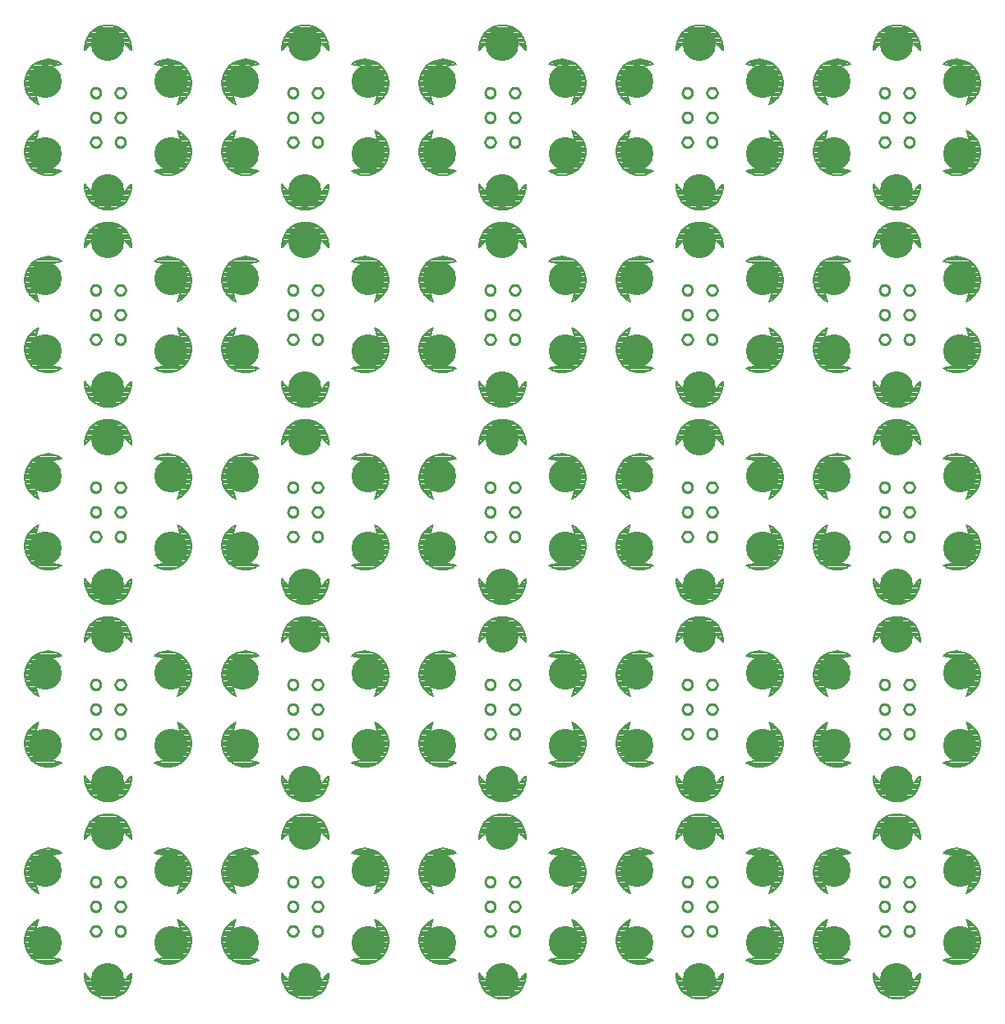
<source format=gbs>
G75*
G70*
%OFA0B0*%
%FSLAX24Y24*%
%IPPOS*%
%LPD*%
%AMOC8*
5,1,8,0,0,1.08239X$1,22.5*
%
%ADD10C,0.0100*%
%ADD11C,0.1346*%
%ADD12C,0.0080*%
D10*
X005034Y004740D02*
X005036Y004768D01*
X005042Y004796D01*
X005051Y004822D01*
X005064Y004847D01*
X005080Y004870D01*
X005099Y004891D01*
X005121Y004908D01*
X005145Y004923D01*
X005171Y004934D01*
X005198Y004942D01*
X005226Y004946D01*
X005254Y004946D01*
X005282Y004942D01*
X005309Y004934D01*
X005335Y004923D01*
X005359Y004908D01*
X005381Y004891D01*
X005400Y004870D01*
X005416Y004847D01*
X005429Y004822D01*
X005438Y004796D01*
X005444Y004768D01*
X005446Y004740D01*
X005444Y004712D01*
X005438Y004684D01*
X005429Y004658D01*
X005416Y004633D01*
X005400Y004610D01*
X005381Y004589D01*
X005359Y004572D01*
X005335Y004557D01*
X005309Y004546D01*
X005282Y004538D01*
X005254Y004534D01*
X005226Y004534D01*
X005198Y004538D01*
X005171Y004546D01*
X005145Y004557D01*
X005121Y004572D01*
X005099Y004589D01*
X005080Y004610D01*
X005064Y004633D01*
X005051Y004658D01*
X005042Y004684D01*
X005036Y004712D01*
X005034Y004740D01*
X005040Y005740D02*
X005042Y005768D01*
X005048Y005795D01*
X005057Y005821D01*
X005070Y005846D01*
X005087Y005869D01*
X005106Y005889D01*
X005128Y005906D01*
X005152Y005920D01*
X005178Y005930D01*
X005205Y005937D01*
X005233Y005940D01*
X005261Y005939D01*
X005288Y005934D01*
X005315Y005925D01*
X005340Y005913D01*
X005363Y005898D01*
X005384Y005879D01*
X005402Y005858D01*
X005417Y005834D01*
X005428Y005808D01*
X005436Y005782D01*
X005440Y005754D01*
X005440Y005726D01*
X005436Y005698D01*
X005428Y005672D01*
X005417Y005646D01*
X005402Y005622D01*
X005384Y005601D01*
X005363Y005582D01*
X005340Y005567D01*
X005315Y005555D01*
X005288Y005546D01*
X005261Y005541D01*
X005233Y005540D01*
X005205Y005543D01*
X005178Y005550D01*
X005152Y005560D01*
X005128Y005574D01*
X005106Y005591D01*
X005087Y005611D01*
X005070Y005634D01*
X005057Y005659D01*
X005048Y005685D01*
X005042Y005712D01*
X005040Y005740D01*
X005040Y006740D02*
X005042Y006768D01*
X005048Y006795D01*
X005057Y006821D01*
X005070Y006846D01*
X005087Y006869D01*
X005106Y006889D01*
X005128Y006906D01*
X005152Y006920D01*
X005178Y006930D01*
X005205Y006937D01*
X005233Y006940D01*
X005261Y006939D01*
X005288Y006934D01*
X005315Y006925D01*
X005340Y006913D01*
X005363Y006898D01*
X005384Y006879D01*
X005402Y006858D01*
X005417Y006834D01*
X005428Y006808D01*
X005436Y006782D01*
X005440Y006754D01*
X005440Y006726D01*
X005436Y006698D01*
X005428Y006672D01*
X005417Y006646D01*
X005402Y006622D01*
X005384Y006601D01*
X005363Y006582D01*
X005340Y006567D01*
X005315Y006555D01*
X005288Y006546D01*
X005261Y006541D01*
X005233Y006540D01*
X005205Y006543D01*
X005178Y006550D01*
X005152Y006560D01*
X005128Y006574D01*
X005106Y006591D01*
X005087Y006611D01*
X005070Y006634D01*
X005057Y006659D01*
X005048Y006685D01*
X005042Y006712D01*
X005040Y006740D01*
X006034Y006740D02*
X006036Y006768D01*
X006042Y006796D01*
X006051Y006822D01*
X006064Y006847D01*
X006080Y006870D01*
X006099Y006891D01*
X006121Y006908D01*
X006145Y006923D01*
X006171Y006934D01*
X006198Y006942D01*
X006226Y006946D01*
X006254Y006946D01*
X006282Y006942D01*
X006309Y006934D01*
X006335Y006923D01*
X006359Y006908D01*
X006381Y006891D01*
X006400Y006870D01*
X006416Y006847D01*
X006429Y006822D01*
X006438Y006796D01*
X006444Y006768D01*
X006446Y006740D01*
X006444Y006712D01*
X006438Y006684D01*
X006429Y006658D01*
X006416Y006633D01*
X006400Y006610D01*
X006381Y006589D01*
X006359Y006572D01*
X006335Y006557D01*
X006309Y006546D01*
X006282Y006538D01*
X006254Y006534D01*
X006226Y006534D01*
X006198Y006538D01*
X006171Y006546D01*
X006145Y006557D01*
X006121Y006572D01*
X006099Y006589D01*
X006080Y006610D01*
X006064Y006633D01*
X006051Y006658D01*
X006042Y006684D01*
X006036Y006712D01*
X006034Y006740D01*
X006034Y005740D02*
X006036Y005768D01*
X006042Y005796D01*
X006051Y005822D01*
X006064Y005847D01*
X006080Y005870D01*
X006099Y005891D01*
X006121Y005908D01*
X006145Y005923D01*
X006171Y005934D01*
X006198Y005942D01*
X006226Y005946D01*
X006254Y005946D01*
X006282Y005942D01*
X006309Y005934D01*
X006335Y005923D01*
X006359Y005908D01*
X006381Y005891D01*
X006400Y005870D01*
X006416Y005847D01*
X006429Y005822D01*
X006438Y005796D01*
X006444Y005768D01*
X006446Y005740D01*
X006444Y005712D01*
X006438Y005684D01*
X006429Y005658D01*
X006416Y005633D01*
X006400Y005610D01*
X006381Y005589D01*
X006359Y005572D01*
X006335Y005557D01*
X006309Y005546D01*
X006282Y005538D01*
X006254Y005534D01*
X006226Y005534D01*
X006198Y005538D01*
X006171Y005546D01*
X006145Y005557D01*
X006121Y005572D01*
X006099Y005589D01*
X006080Y005610D01*
X006064Y005633D01*
X006051Y005658D01*
X006042Y005684D01*
X006036Y005712D01*
X006034Y005740D01*
X006040Y004740D02*
X006042Y004768D01*
X006048Y004795D01*
X006057Y004821D01*
X006070Y004846D01*
X006087Y004869D01*
X006106Y004889D01*
X006128Y004906D01*
X006152Y004920D01*
X006178Y004930D01*
X006205Y004937D01*
X006233Y004940D01*
X006261Y004939D01*
X006288Y004934D01*
X006315Y004925D01*
X006340Y004913D01*
X006363Y004898D01*
X006384Y004879D01*
X006402Y004858D01*
X006417Y004834D01*
X006428Y004808D01*
X006436Y004782D01*
X006440Y004754D01*
X006440Y004726D01*
X006436Y004698D01*
X006428Y004672D01*
X006417Y004646D01*
X006402Y004622D01*
X006384Y004601D01*
X006363Y004582D01*
X006340Y004567D01*
X006315Y004555D01*
X006288Y004546D01*
X006261Y004541D01*
X006233Y004540D01*
X006205Y004543D01*
X006178Y004550D01*
X006152Y004560D01*
X006128Y004574D01*
X006106Y004591D01*
X006087Y004611D01*
X006070Y004634D01*
X006057Y004659D01*
X006048Y004685D01*
X006042Y004712D01*
X006040Y004740D01*
X013034Y004740D02*
X013036Y004768D01*
X013042Y004796D01*
X013051Y004822D01*
X013064Y004847D01*
X013080Y004870D01*
X013099Y004891D01*
X013121Y004908D01*
X013145Y004923D01*
X013171Y004934D01*
X013198Y004942D01*
X013226Y004946D01*
X013254Y004946D01*
X013282Y004942D01*
X013309Y004934D01*
X013335Y004923D01*
X013359Y004908D01*
X013381Y004891D01*
X013400Y004870D01*
X013416Y004847D01*
X013429Y004822D01*
X013438Y004796D01*
X013444Y004768D01*
X013446Y004740D01*
X013444Y004712D01*
X013438Y004684D01*
X013429Y004658D01*
X013416Y004633D01*
X013400Y004610D01*
X013381Y004589D01*
X013359Y004572D01*
X013335Y004557D01*
X013309Y004546D01*
X013282Y004538D01*
X013254Y004534D01*
X013226Y004534D01*
X013198Y004538D01*
X013171Y004546D01*
X013145Y004557D01*
X013121Y004572D01*
X013099Y004589D01*
X013080Y004610D01*
X013064Y004633D01*
X013051Y004658D01*
X013042Y004684D01*
X013036Y004712D01*
X013034Y004740D01*
X013040Y005740D02*
X013042Y005768D01*
X013048Y005795D01*
X013057Y005821D01*
X013070Y005846D01*
X013087Y005869D01*
X013106Y005889D01*
X013128Y005906D01*
X013152Y005920D01*
X013178Y005930D01*
X013205Y005937D01*
X013233Y005940D01*
X013261Y005939D01*
X013288Y005934D01*
X013315Y005925D01*
X013340Y005913D01*
X013363Y005898D01*
X013384Y005879D01*
X013402Y005858D01*
X013417Y005834D01*
X013428Y005808D01*
X013436Y005782D01*
X013440Y005754D01*
X013440Y005726D01*
X013436Y005698D01*
X013428Y005672D01*
X013417Y005646D01*
X013402Y005622D01*
X013384Y005601D01*
X013363Y005582D01*
X013340Y005567D01*
X013315Y005555D01*
X013288Y005546D01*
X013261Y005541D01*
X013233Y005540D01*
X013205Y005543D01*
X013178Y005550D01*
X013152Y005560D01*
X013128Y005574D01*
X013106Y005591D01*
X013087Y005611D01*
X013070Y005634D01*
X013057Y005659D01*
X013048Y005685D01*
X013042Y005712D01*
X013040Y005740D01*
X013040Y006740D02*
X013042Y006768D01*
X013048Y006795D01*
X013057Y006821D01*
X013070Y006846D01*
X013087Y006869D01*
X013106Y006889D01*
X013128Y006906D01*
X013152Y006920D01*
X013178Y006930D01*
X013205Y006937D01*
X013233Y006940D01*
X013261Y006939D01*
X013288Y006934D01*
X013315Y006925D01*
X013340Y006913D01*
X013363Y006898D01*
X013384Y006879D01*
X013402Y006858D01*
X013417Y006834D01*
X013428Y006808D01*
X013436Y006782D01*
X013440Y006754D01*
X013440Y006726D01*
X013436Y006698D01*
X013428Y006672D01*
X013417Y006646D01*
X013402Y006622D01*
X013384Y006601D01*
X013363Y006582D01*
X013340Y006567D01*
X013315Y006555D01*
X013288Y006546D01*
X013261Y006541D01*
X013233Y006540D01*
X013205Y006543D01*
X013178Y006550D01*
X013152Y006560D01*
X013128Y006574D01*
X013106Y006591D01*
X013087Y006611D01*
X013070Y006634D01*
X013057Y006659D01*
X013048Y006685D01*
X013042Y006712D01*
X013040Y006740D01*
X014034Y006740D02*
X014036Y006768D01*
X014042Y006796D01*
X014051Y006822D01*
X014064Y006847D01*
X014080Y006870D01*
X014099Y006891D01*
X014121Y006908D01*
X014145Y006923D01*
X014171Y006934D01*
X014198Y006942D01*
X014226Y006946D01*
X014254Y006946D01*
X014282Y006942D01*
X014309Y006934D01*
X014335Y006923D01*
X014359Y006908D01*
X014381Y006891D01*
X014400Y006870D01*
X014416Y006847D01*
X014429Y006822D01*
X014438Y006796D01*
X014444Y006768D01*
X014446Y006740D01*
X014444Y006712D01*
X014438Y006684D01*
X014429Y006658D01*
X014416Y006633D01*
X014400Y006610D01*
X014381Y006589D01*
X014359Y006572D01*
X014335Y006557D01*
X014309Y006546D01*
X014282Y006538D01*
X014254Y006534D01*
X014226Y006534D01*
X014198Y006538D01*
X014171Y006546D01*
X014145Y006557D01*
X014121Y006572D01*
X014099Y006589D01*
X014080Y006610D01*
X014064Y006633D01*
X014051Y006658D01*
X014042Y006684D01*
X014036Y006712D01*
X014034Y006740D01*
X014034Y005740D02*
X014036Y005768D01*
X014042Y005796D01*
X014051Y005822D01*
X014064Y005847D01*
X014080Y005870D01*
X014099Y005891D01*
X014121Y005908D01*
X014145Y005923D01*
X014171Y005934D01*
X014198Y005942D01*
X014226Y005946D01*
X014254Y005946D01*
X014282Y005942D01*
X014309Y005934D01*
X014335Y005923D01*
X014359Y005908D01*
X014381Y005891D01*
X014400Y005870D01*
X014416Y005847D01*
X014429Y005822D01*
X014438Y005796D01*
X014444Y005768D01*
X014446Y005740D01*
X014444Y005712D01*
X014438Y005684D01*
X014429Y005658D01*
X014416Y005633D01*
X014400Y005610D01*
X014381Y005589D01*
X014359Y005572D01*
X014335Y005557D01*
X014309Y005546D01*
X014282Y005538D01*
X014254Y005534D01*
X014226Y005534D01*
X014198Y005538D01*
X014171Y005546D01*
X014145Y005557D01*
X014121Y005572D01*
X014099Y005589D01*
X014080Y005610D01*
X014064Y005633D01*
X014051Y005658D01*
X014042Y005684D01*
X014036Y005712D01*
X014034Y005740D01*
X014040Y004740D02*
X014042Y004768D01*
X014048Y004795D01*
X014057Y004821D01*
X014070Y004846D01*
X014087Y004869D01*
X014106Y004889D01*
X014128Y004906D01*
X014152Y004920D01*
X014178Y004930D01*
X014205Y004937D01*
X014233Y004940D01*
X014261Y004939D01*
X014288Y004934D01*
X014315Y004925D01*
X014340Y004913D01*
X014363Y004898D01*
X014384Y004879D01*
X014402Y004858D01*
X014417Y004834D01*
X014428Y004808D01*
X014436Y004782D01*
X014440Y004754D01*
X014440Y004726D01*
X014436Y004698D01*
X014428Y004672D01*
X014417Y004646D01*
X014402Y004622D01*
X014384Y004601D01*
X014363Y004582D01*
X014340Y004567D01*
X014315Y004555D01*
X014288Y004546D01*
X014261Y004541D01*
X014233Y004540D01*
X014205Y004543D01*
X014178Y004550D01*
X014152Y004560D01*
X014128Y004574D01*
X014106Y004591D01*
X014087Y004611D01*
X014070Y004634D01*
X014057Y004659D01*
X014048Y004685D01*
X014042Y004712D01*
X014040Y004740D01*
X021034Y004740D02*
X021036Y004768D01*
X021042Y004796D01*
X021051Y004822D01*
X021064Y004847D01*
X021080Y004870D01*
X021099Y004891D01*
X021121Y004908D01*
X021145Y004923D01*
X021171Y004934D01*
X021198Y004942D01*
X021226Y004946D01*
X021254Y004946D01*
X021282Y004942D01*
X021309Y004934D01*
X021335Y004923D01*
X021359Y004908D01*
X021381Y004891D01*
X021400Y004870D01*
X021416Y004847D01*
X021429Y004822D01*
X021438Y004796D01*
X021444Y004768D01*
X021446Y004740D01*
X021444Y004712D01*
X021438Y004684D01*
X021429Y004658D01*
X021416Y004633D01*
X021400Y004610D01*
X021381Y004589D01*
X021359Y004572D01*
X021335Y004557D01*
X021309Y004546D01*
X021282Y004538D01*
X021254Y004534D01*
X021226Y004534D01*
X021198Y004538D01*
X021171Y004546D01*
X021145Y004557D01*
X021121Y004572D01*
X021099Y004589D01*
X021080Y004610D01*
X021064Y004633D01*
X021051Y004658D01*
X021042Y004684D01*
X021036Y004712D01*
X021034Y004740D01*
X021040Y005740D02*
X021042Y005768D01*
X021048Y005795D01*
X021057Y005821D01*
X021070Y005846D01*
X021087Y005869D01*
X021106Y005889D01*
X021128Y005906D01*
X021152Y005920D01*
X021178Y005930D01*
X021205Y005937D01*
X021233Y005940D01*
X021261Y005939D01*
X021288Y005934D01*
X021315Y005925D01*
X021340Y005913D01*
X021363Y005898D01*
X021384Y005879D01*
X021402Y005858D01*
X021417Y005834D01*
X021428Y005808D01*
X021436Y005782D01*
X021440Y005754D01*
X021440Y005726D01*
X021436Y005698D01*
X021428Y005672D01*
X021417Y005646D01*
X021402Y005622D01*
X021384Y005601D01*
X021363Y005582D01*
X021340Y005567D01*
X021315Y005555D01*
X021288Y005546D01*
X021261Y005541D01*
X021233Y005540D01*
X021205Y005543D01*
X021178Y005550D01*
X021152Y005560D01*
X021128Y005574D01*
X021106Y005591D01*
X021087Y005611D01*
X021070Y005634D01*
X021057Y005659D01*
X021048Y005685D01*
X021042Y005712D01*
X021040Y005740D01*
X021040Y006740D02*
X021042Y006768D01*
X021048Y006795D01*
X021057Y006821D01*
X021070Y006846D01*
X021087Y006869D01*
X021106Y006889D01*
X021128Y006906D01*
X021152Y006920D01*
X021178Y006930D01*
X021205Y006937D01*
X021233Y006940D01*
X021261Y006939D01*
X021288Y006934D01*
X021315Y006925D01*
X021340Y006913D01*
X021363Y006898D01*
X021384Y006879D01*
X021402Y006858D01*
X021417Y006834D01*
X021428Y006808D01*
X021436Y006782D01*
X021440Y006754D01*
X021440Y006726D01*
X021436Y006698D01*
X021428Y006672D01*
X021417Y006646D01*
X021402Y006622D01*
X021384Y006601D01*
X021363Y006582D01*
X021340Y006567D01*
X021315Y006555D01*
X021288Y006546D01*
X021261Y006541D01*
X021233Y006540D01*
X021205Y006543D01*
X021178Y006550D01*
X021152Y006560D01*
X021128Y006574D01*
X021106Y006591D01*
X021087Y006611D01*
X021070Y006634D01*
X021057Y006659D01*
X021048Y006685D01*
X021042Y006712D01*
X021040Y006740D01*
X022034Y006740D02*
X022036Y006768D01*
X022042Y006796D01*
X022051Y006822D01*
X022064Y006847D01*
X022080Y006870D01*
X022099Y006891D01*
X022121Y006908D01*
X022145Y006923D01*
X022171Y006934D01*
X022198Y006942D01*
X022226Y006946D01*
X022254Y006946D01*
X022282Y006942D01*
X022309Y006934D01*
X022335Y006923D01*
X022359Y006908D01*
X022381Y006891D01*
X022400Y006870D01*
X022416Y006847D01*
X022429Y006822D01*
X022438Y006796D01*
X022444Y006768D01*
X022446Y006740D01*
X022444Y006712D01*
X022438Y006684D01*
X022429Y006658D01*
X022416Y006633D01*
X022400Y006610D01*
X022381Y006589D01*
X022359Y006572D01*
X022335Y006557D01*
X022309Y006546D01*
X022282Y006538D01*
X022254Y006534D01*
X022226Y006534D01*
X022198Y006538D01*
X022171Y006546D01*
X022145Y006557D01*
X022121Y006572D01*
X022099Y006589D01*
X022080Y006610D01*
X022064Y006633D01*
X022051Y006658D01*
X022042Y006684D01*
X022036Y006712D01*
X022034Y006740D01*
X022034Y005740D02*
X022036Y005768D01*
X022042Y005796D01*
X022051Y005822D01*
X022064Y005847D01*
X022080Y005870D01*
X022099Y005891D01*
X022121Y005908D01*
X022145Y005923D01*
X022171Y005934D01*
X022198Y005942D01*
X022226Y005946D01*
X022254Y005946D01*
X022282Y005942D01*
X022309Y005934D01*
X022335Y005923D01*
X022359Y005908D01*
X022381Y005891D01*
X022400Y005870D01*
X022416Y005847D01*
X022429Y005822D01*
X022438Y005796D01*
X022444Y005768D01*
X022446Y005740D01*
X022444Y005712D01*
X022438Y005684D01*
X022429Y005658D01*
X022416Y005633D01*
X022400Y005610D01*
X022381Y005589D01*
X022359Y005572D01*
X022335Y005557D01*
X022309Y005546D01*
X022282Y005538D01*
X022254Y005534D01*
X022226Y005534D01*
X022198Y005538D01*
X022171Y005546D01*
X022145Y005557D01*
X022121Y005572D01*
X022099Y005589D01*
X022080Y005610D01*
X022064Y005633D01*
X022051Y005658D01*
X022042Y005684D01*
X022036Y005712D01*
X022034Y005740D01*
X022040Y004740D02*
X022042Y004768D01*
X022048Y004795D01*
X022057Y004821D01*
X022070Y004846D01*
X022087Y004869D01*
X022106Y004889D01*
X022128Y004906D01*
X022152Y004920D01*
X022178Y004930D01*
X022205Y004937D01*
X022233Y004940D01*
X022261Y004939D01*
X022288Y004934D01*
X022315Y004925D01*
X022340Y004913D01*
X022363Y004898D01*
X022384Y004879D01*
X022402Y004858D01*
X022417Y004834D01*
X022428Y004808D01*
X022436Y004782D01*
X022440Y004754D01*
X022440Y004726D01*
X022436Y004698D01*
X022428Y004672D01*
X022417Y004646D01*
X022402Y004622D01*
X022384Y004601D01*
X022363Y004582D01*
X022340Y004567D01*
X022315Y004555D01*
X022288Y004546D01*
X022261Y004541D01*
X022233Y004540D01*
X022205Y004543D01*
X022178Y004550D01*
X022152Y004560D01*
X022128Y004574D01*
X022106Y004591D01*
X022087Y004611D01*
X022070Y004634D01*
X022057Y004659D01*
X022048Y004685D01*
X022042Y004712D01*
X022040Y004740D01*
X029034Y004740D02*
X029036Y004768D01*
X029042Y004796D01*
X029051Y004822D01*
X029064Y004847D01*
X029080Y004870D01*
X029099Y004891D01*
X029121Y004908D01*
X029145Y004923D01*
X029171Y004934D01*
X029198Y004942D01*
X029226Y004946D01*
X029254Y004946D01*
X029282Y004942D01*
X029309Y004934D01*
X029335Y004923D01*
X029359Y004908D01*
X029381Y004891D01*
X029400Y004870D01*
X029416Y004847D01*
X029429Y004822D01*
X029438Y004796D01*
X029444Y004768D01*
X029446Y004740D01*
X029444Y004712D01*
X029438Y004684D01*
X029429Y004658D01*
X029416Y004633D01*
X029400Y004610D01*
X029381Y004589D01*
X029359Y004572D01*
X029335Y004557D01*
X029309Y004546D01*
X029282Y004538D01*
X029254Y004534D01*
X029226Y004534D01*
X029198Y004538D01*
X029171Y004546D01*
X029145Y004557D01*
X029121Y004572D01*
X029099Y004589D01*
X029080Y004610D01*
X029064Y004633D01*
X029051Y004658D01*
X029042Y004684D01*
X029036Y004712D01*
X029034Y004740D01*
X029040Y005740D02*
X029042Y005768D01*
X029048Y005795D01*
X029057Y005821D01*
X029070Y005846D01*
X029087Y005869D01*
X029106Y005889D01*
X029128Y005906D01*
X029152Y005920D01*
X029178Y005930D01*
X029205Y005937D01*
X029233Y005940D01*
X029261Y005939D01*
X029288Y005934D01*
X029315Y005925D01*
X029340Y005913D01*
X029363Y005898D01*
X029384Y005879D01*
X029402Y005858D01*
X029417Y005834D01*
X029428Y005808D01*
X029436Y005782D01*
X029440Y005754D01*
X029440Y005726D01*
X029436Y005698D01*
X029428Y005672D01*
X029417Y005646D01*
X029402Y005622D01*
X029384Y005601D01*
X029363Y005582D01*
X029340Y005567D01*
X029315Y005555D01*
X029288Y005546D01*
X029261Y005541D01*
X029233Y005540D01*
X029205Y005543D01*
X029178Y005550D01*
X029152Y005560D01*
X029128Y005574D01*
X029106Y005591D01*
X029087Y005611D01*
X029070Y005634D01*
X029057Y005659D01*
X029048Y005685D01*
X029042Y005712D01*
X029040Y005740D01*
X029040Y006740D02*
X029042Y006768D01*
X029048Y006795D01*
X029057Y006821D01*
X029070Y006846D01*
X029087Y006869D01*
X029106Y006889D01*
X029128Y006906D01*
X029152Y006920D01*
X029178Y006930D01*
X029205Y006937D01*
X029233Y006940D01*
X029261Y006939D01*
X029288Y006934D01*
X029315Y006925D01*
X029340Y006913D01*
X029363Y006898D01*
X029384Y006879D01*
X029402Y006858D01*
X029417Y006834D01*
X029428Y006808D01*
X029436Y006782D01*
X029440Y006754D01*
X029440Y006726D01*
X029436Y006698D01*
X029428Y006672D01*
X029417Y006646D01*
X029402Y006622D01*
X029384Y006601D01*
X029363Y006582D01*
X029340Y006567D01*
X029315Y006555D01*
X029288Y006546D01*
X029261Y006541D01*
X029233Y006540D01*
X029205Y006543D01*
X029178Y006550D01*
X029152Y006560D01*
X029128Y006574D01*
X029106Y006591D01*
X029087Y006611D01*
X029070Y006634D01*
X029057Y006659D01*
X029048Y006685D01*
X029042Y006712D01*
X029040Y006740D01*
X030034Y006740D02*
X030036Y006768D01*
X030042Y006796D01*
X030051Y006822D01*
X030064Y006847D01*
X030080Y006870D01*
X030099Y006891D01*
X030121Y006908D01*
X030145Y006923D01*
X030171Y006934D01*
X030198Y006942D01*
X030226Y006946D01*
X030254Y006946D01*
X030282Y006942D01*
X030309Y006934D01*
X030335Y006923D01*
X030359Y006908D01*
X030381Y006891D01*
X030400Y006870D01*
X030416Y006847D01*
X030429Y006822D01*
X030438Y006796D01*
X030444Y006768D01*
X030446Y006740D01*
X030444Y006712D01*
X030438Y006684D01*
X030429Y006658D01*
X030416Y006633D01*
X030400Y006610D01*
X030381Y006589D01*
X030359Y006572D01*
X030335Y006557D01*
X030309Y006546D01*
X030282Y006538D01*
X030254Y006534D01*
X030226Y006534D01*
X030198Y006538D01*
X030171Y006546D01*
X030145Y006557D01*
X030121Y006572D01*
X030099Y006589D01*
X030080Y006610D01*
X030064Y006633D01*
X030051Y006658D01*
X030042Y006684D01*
X030036Y006712D01*
X030034Y006740D01*
X030034Y005740D02*
X030036Y005768D01*
X030042Y005796D01*
X030051Y005822D01*
X030064Y005847D01*
X030080Y005870D01*
X030099Y005891D01*
X030121Y005908D01*
X030145Y005923D01*
X030171Y005934D01*
X030198Y005942D01*
X030226Y005946D01*
X030254Y005946D01*
X030282Y005942D01*
X030309Y005934D01*
X030335Y005923D01*
X030359Y005908D01*
X030381Y005891D01*
X030400Y005870D01*
X030416Y005847D01*
X030429Y005822D01*
X030438Y005796D01*
X030444Y005768D01*
X030446Y005740D01*
X030444Y005712D01*
X030438Y005684D01*
X030429Y005658D01*
X030416Y005633D01*
X030400Y005610D01*
X030381Y005589D01*
X030359Y005572D01*
X030335Y005557D01*
X030309Y005546D01*
X030282Y005538D01*
X030254Y005534D01*
X030226Y005534D01*
X030198Y005538D01*
X030171Y005546D01*
X030145Y005557D01*
X030121Y005572D01*
X030099Y005589D01*
X030080Y005610D01*
X030064Y005633D01*
X030051Y005658D01*
X030042Y005684D01*
X030036Y005712D01*
X030034Y005740D01*
X030040Y004740D02*
X030042Y004768D01*
X030048Y004795D01*
X030057Y004821D01*
X030070Y004846D01*
X030087Y004869D01*
X030106Y004889D01*
X030128Y004906D01*
X030152Y004920D01*
X030178Y004930D01*
X030205Y004937D01*
X030233Y004940D01*
X030261Y004939D01*
X030288Y004934D01*
X030315Y004925D01*
X030340Y004913D01*
X030363Y004898D01*
X030384Y004879D01*
X030402Y004858D01*
X030417Y004834D01*
X030428Y004808D01*
X030436Y004782D01*
X030440Y004754D01*
X030440Y004726D01*
X030436Y004698D01*
X030428Y004672D01*
X030417Y004646D01*
X030402Y004622D01*
X030384Y004601D01*
X030363Y004582D01*
X030340Y004567D01*
X030315Y004555D01*
X030288Y004546D01*
X030261Y004541D01*
X030233Y004540D01*
X030205Y004543D01*
X030178Y004550D01*
X030152Y004560D01*
X030128Y004574D01*
X030106Y004591D01*
X030087Y004611D01*
X030070Y004634D01*
X030057Y004659D01*
X030048Y004685D01*
X030042Y004712D01*
X030040Y004740D01*
X037034Y004740D02*
X037036Y004768D01*
X037042Y004796D01*
X037051Y004822D01*
X037064Y004847D01*
X037080Y004870D01*
X037099Y004891D01*
X037121Y004908D01*
X037145Y004923D01*
X037171Y004934D01*
X037198Y004942D01*
X037226Y004946D01*
X037254Y004946D01*
X037282Y004942D01*
X037309Y004934D01*
X037335Y004923D01*
X037359Y004908D01*
X037381Y004891D01*
X037400Y004870D01*
X037416Y004847D01*
X037429Y004822D01*
X037438Y004796D01*
X037444Y004768D01*
X037446Y004740D01*
X037444Y004712D01*
X037438Y004684D01*
X037429Y004658D01*
X037416Y004633D01*
X037400Y004610D01*
X037381Y004589D01*
X037359Y004572D01*
X037335Y004557D01*
X037309Y004546D01*
X037282Y004538D01*
X037254Y004534D01*
X037226Y004534D01*
X037198Y004538D01*
X037171Y004546D01*
X037145Y004557D01*
X037121Y004572D01*
X037099Y004589D01*
X037080Y004610D01*
X037064Y004633D01*
X037051Y004658D01*
X037042Y004684D01*
X037036Y004712D01*
X037034Y004740D01*
X038040Y004740D02*
X038042Y004768D01*
X038048Y004795D01*
X038057Y004821D01*
X038070Y004846D01*
X038087Y004869D01*
X038106Y004889D01*
X038128Y004906D01*
X038152Y004920D01*
X038178Y004930D01*
X038205Y004937D01*
X038233Y004940D01*
X038261Y004939D01*
X038288Y004934D01*
X038315Y004925D01*
X038340Y004913D01*
X038363Y004898D01*
X038384Y004879D01*
X038402Y004858D01*
X038417Y004834D01*
X038428Y004808D01*
X038436Y004782D01*
X038440Y004754D01*
X038440Y004726D01*
X038436Y004698D01*
X038428Y004672D01*
X038417Y004646D01*
X038402Y004622D01*
X038384Y004601D01*
X038363Y004582D01*
X038340Y004567D01*
X038315Y004555D01*
X038288Y004546D01*
X038261Y004541D01*
X038233Y004540D01*
X038205Y004543D01*
X038178Y004550D01*
X038152Y004560D01*
X038128Y004574D01*
X038106Y004591D01*
X038087Y004611D01*
X038070Y004634D01*
X038057Y004659D01*
X038048Y004685D01*
X038042Y004712D01*
X038040Y004740D01*
X038034Y005740D02*
X038036Y005768D01*
X038042Y005796D01*
X038051Y005822D01*
X038064Y005847D01*
X038080Y005870D01*
X038099Y005891D01*
X038121Y005908D01*
X038145Y005923D01*
X038171Y005934D01*
X038198Y005942D01*
X038226Y005946D01*
X038254Y005946D01*
X038282Y005942D01*
X038309Y005934D01*
X038335Y005923D01*
X038359Y005908D01*
X038381Y005891D01*
X038400Y005870D01*
X038416Y005847D01*
X038429Y005822D01*
X038438Y005796D01*
X038444Y005768D01*
X038446Y005740D01*
X038444Y005712D01*
X038438Y005684D01*
X038429Y005658D01*
X038416Y005633D01*
X038400Y005610D01*
X038381Y005589D01*
X038359Y005572D01*
X038335Y005557D01*
X038309Y005546D01*
X038282Y005538D01*
X038254Y005534D01*
X038226Y005534D01*
X038198Y005538D01*
X038171Y005546D01*
X038145Y005557D01*
X038121Y005572D01*
X038099Y005589D01*
X038080Y005610D01*
X038064Y005633D01*
X038051Y005658D01*
X038042Y005684D01*
X038036Y005712D01*
X038034Y005740D01*
X037040Y005740D02*
X037042Y005768D01*
X037048Y005795D01*
X037057Y005821D01*
X037070Y005846D01*
X037087Y005869D01*
X037106Y005889D01*
X037128Y005906D01*
X037152Y005920D01*
X037178Y005930D01*
X037205Y005937D01*
X037233Y005940D01*
X037261Y005939D01*
X037288Y005934D01*
X037315Y005925D01*
X037340Y005913D01*
X037363Y005898D01*
X037384Y005879D01*
X037402Y005858D01*
X037417Y005834D01*
X037428Y005808D01*
X037436Y005782D01*
X037440Y005754D01*
X037440Y005726D01*
X037436Y005698D01*
X037428Y005672D01*
X037417Y005646D01*
X037402Y005622D01*
X037384Y005601D01*
X037363Y005582D01*
X037340Y005567D01*
X037315Y005555D01*
X037288Y005546D01*
X037261Y005541D01*
X037233Y005540D01*
X037205Y005543D01*
X037178Y005550D01*
X037152Y005560D01*
X037128Y005574D01*
X037106Y005591D01*
X037087Y005611D01*
X037070Y005634D01*
X037057Y005659D01*
X037048Y005685D01*
X037042Y005712D01*
X037040Y005740D01*
X037040Y006740D02*
X037042Y006768D01*
X037048Y006795D01*
X037057Y006821D01*
X037070Y006846D01*
X037087Y006869D01*
X037106Y006889D01*
X037128Y006906D01*
X037152Y006920D01*
X037178Y006930D01*
X037205Y006937D01*
X037233Y006940D01*
X037261Y006939D01*
X037288Y006934D01*
X037315Y006925D01*
X037340Y006913D01*
X037363Y006898D01*
X037384Y006879D01*
X037402Y006858D01*
X037417Y006834D01*
X037428Y006808D01*
X037436Y006782D01*
X037440Y006754D01*
X037440Y006726D01*
X037436Y006698D01*
X037428Y006672D01*
X037417Y006646D01*
X037402Y006622D01*
X037384Y006601D01*
X037363Y006582D01*
X037340Y006567D01*
X037315Y006555D01*
X037288Y006546D01*
X037261Y006541D01*
X037233Y006540D01*
X037205Y006543D01*
X037178Y006550D01*
X037152Y006560D01*
X037128Y006574D01*
X037106Y006591D01*
X037087Y006611D01*
X037070Y006634D01*
X037057Y006659D01*
X037048Y006685D01*
X037042Y006712D01*
X037040Y006740D01*
X038034Y006740D02*
X038036Y006768D01*
X038042Y006796D01*
X038051Y006822D01*
X038064Y006847D01*
X038080Y006870D01*
X038099Y006891D01*
X038121Y006908D01*
X038145Y006923D01*
X038171Y006934D01*
X038198Y006942D01*
X038226Y006946D01*
X038254Y006946D01*
X038282Y006942D01*
X038309Y006934D01*
X038335Y006923D01*
X038359Y006908D01*
X038381Y006891D01*
X038400Y006870D01*
X038416Y006847D01*
X038429Y006822D01*
X038438Y006796D01*
X038444Y006768D01*
X038446Y006740D01*
X038444Y006712D01*
X038438Y006684D01*
X038429Y006658D01*
X038416Y006633D01*
X038400Y006610D01*
X038381Y006589D01*
X038359Y006572D01*
X038335Y006557D01*
X038309Y006546D01*
X038282Y006538D01*
X038254Y006534D01*
X038226Y006534D01*
X038198Y006538D01*
X038171Y006546D01*
X038145Y006557D01*
X038121Y006572D01*
X038099Y006589D01*
X038080Y006610D01*
X038064Y006633D01*
X038051Y006658D01*
X038042Y006684D01*
X038036Y006712D01*
X038034Y006740D01*
X038040Y012740D02*
X038042Y012768D01*
X038048Y012795D01*
X038057Y012821D01*
X038070Y012846D01*
X038087Y012869D01*
X038106Y012889D01*
X038128Y012906D01*
X038152Y012920D01*
X038178Y012930D01*
X038205Y012937D01*
X038233Y012940D01*
X038261Y012939D01*
X038288Y012934D01*
X038315Y012925D01*
X038340Y012913D01*
X038363Y012898D01*
X038384Y012879D01*
X038402Y012858D01*
X038417Y012834D01*
X038428Y012808D01*
X038436Y012782D01*
X038440Y012754D01*
X038440Y012726D01*
X038436Y012698D01*
X038428Y012672D01*
X038417Y012646D01*
X038402Y012622D01*
X038384Y012601D01*
X038363Y012582D01*
X038340Y012567D01*
X038315Y012555D01*
X038288Y012546D01*
X038261Y012541D01*
X038233Y012540D01*
X038205Y012543D01*
X038178Y012550D01*
X038152Y012560D01*
X038128Y012574D01*
X038106Y012591D01*
X038087Y012611D01*
X038070Y012634D01*
X038057Y012659D01*
X038048Y012685D01*
X038042Y012712D01*
X038040Y012740D01*
X037034Y012740D02*
X037036Y012768D01*
X037042Y012796D01*
X037051Y012822D01*
X037064Y012847D01*
X037080Y012870D01*
X037099Y012891D01*
X037121Y012908D01*
X037145Y012923D01*
X037171Y012934D01*
X037198Y012942D01*
X037226Y012946D01*
X037254Y012946D01*
X037282Y012942D01*
X037309Y012934D01*
X037335Y012923D01*
X037359Y012908D01*
X037381Y012891D01*
X037400Y012870D01*
X037416Y012847D01*
X037429Y012822D01*
X037438Y012796D01*
X037444Y012768D01*
X037446Y012740D01*
X037444Y012712D01*
X037438Y012684D01*
X037429Y012658D01*
X037416Y012633D01*
X037400Y012610D01*
X037381Y012589D01*
X037359Y012572D01*
X037335Y012557D01*
X037309Y012546D01*
X037282Y012538D01*
X037254Y012534D01*
X037226Y012534D01*
X037198Y012538D01*
X037171Y012546D01*
X037145Y012557D01*
X037121Y012572D01*
X037099Y012589D01*
X037080Y012610D01*
X037064Y012633D01*
X037051Y012658D01*
X037042Y012684D01*
X037036Y012712D01*
X037034Y012740D01*
X037040Y013740D02*
X037042Y013768D01*
X037048Y013795D01*
X037057Y013821D01*
X037070Y013846D01*
X037087Y013869D01*
X037106Y013889D01*
X037128Y013906D01*
X037152Y013920D01*
X037178Y013930D01*
X037205Y013937D01*
X037233Y013940D01*
X037261Y013939D01*
X037288Y013934D01*
X037315Y013925D01*
X037340Y013913D01*
X037363Y013898D01*
X037384Y013879D01*
X037402Y013858D01*
X037417Y013834D01*
X037428Y013808D01*
X037436Y013782D01*
X037440Y013754D01*
X037440Y013726D01*
X037436Y013698D01*
X037428Y013672D01*
X037417Y013646D01*
X037402Y013622D01*
X037384Y013601D01*
X037363Y013582D01*
X037340Y013567D01*
X037315Y013555D01*
X037288Y013546D01*
X037261Y013541D01*
X037233Y013540D01*
X037205Y013543D01*
X037178Y013550D01*
X037152Y013560D01*
X037128Y013574D01*
X037106Y013591D01*
X037087Y013611D01*
X037070Y013634D01*
X037057Y013659D01*
X037048Y013685D01*
X037042Y013712D01*
X037040Y013740D01*
X037040Y014740D02*
X037042Y014768D01*
X037048Y014795D01*
X037057Y014821D01*
X037070Y014846D01*
X037087Y014869D01*
X037106Y014889D01*
X037128Y014906D01*
X037152Y014920D01*
X037178Y014930D01*
X037205Y014937D01*
X037233Y014940D01*
X037261Y014939D01*
X037288Y014934D01*
X037315Y014925D01*
X037340Y014913D01*
X037363Y014898D01*
X037384Y014879D01*
X037402Y014858D01*
X037417Y014834D01*
X037428Y014808D01*
X037436Y014782D01*
X037440Y014754D01*
X037440Y014726D01*
X037436Y014698D01*
X037428Y014672D01*
X037417Y014646D01*
X037402Y014622D01*
X037384Y014601D01*
X037363Y014582D01*
X037340Y014567D01*
X037315Y014555D01*
X037288Y014546D01*
X037261Y014541D01*
X037233Y014540D01*
X037205Y014543D01*
X037178Y014550D01*
X037152Y014560D01*
X037128Y014574D01*
X037106Y014591D01*
X037087Y014611D01*
X037070Y014634D01*
X037057Y014659D01*
X037048Y014685D01*
X037042Y014712D01*
X037040Y014740D01*
X038034Y014740D02*
X038036Y014768D01*
X038042Y014796D01*
X038051Y014822D01*
X038064Y014847D01*
X038080Y014870D01*
X038099Y014891D01*
X038121Y014908D01*
X038145Y014923D01*
X038171Y014934D01*
X038198Y014942D01*
X038226Y014946D01*
X038254Y014946D01*
X038282Y014942D01*
X038309Y014934D01*
X038335Y014923D01*
X038359Y014908D01*
X038381Y014891D01*
X038400Y014870D01*
X038416Y014847D01*
X038429Y014822D01*
X038438Y014796D01*
X038444Y014768D01*
X038446Y014740D01*
X038444Y014712D01*
X038438Y014684D01*
X038429Y014658D01*
X038416Y014633D01*
X038400Y014610D01*
X038381Y014589D01*
X038359Y014572D01*
X038335Y014557D01*
X038309Y014546D01*
X038282Y014538D01*
X038254Y014534D01*
X038226Y014534D01*
X038198Y014538D01*
X038171Y014546D01*
X038145Y014557D01*
X038121Y014572D01*
X038099Y014589D01*
X038080Y014610D01*
X038064Y014633D01*
X038051Y014658D01*
X038042Y014684D01*
X038036Y014712D01*
X038034Y014740D01*
X038034Y013740D02*
X038036Y013768D01*
X038042Y013796D01*
X038051Y013822D01*
X038064Y013847D01*
X038080Y013870D01*
X038099Y013891D01*
X038121Y013908D01*
X038145Y013923D01*
X038171Y013934D01*
X038198Y013942D01*
X038226Y013946D01*
X038254Y013946D01*
X038282Y013942D01*
X038309Y013934D01*
X038335Y013923D01*
X038359Y013908D01*
X038381Y013891D01*
X038400Y013870D01*
X038416Y013847D01*
X038429Y013822D01*
X038438Y013796D01*
X038444Y013768D01*
X038446Y013740D01*
X038444Y013712D01*
X038438Y013684D01*
X038429Y013658D01*
X038416Y013633D01*
X038400Y013610D01*
X038381Y013589D01*
X038359Y013572D01*
X038335Y013557D01*
X038309Y013546D01*
X038282Y013538D01*
X038254Y013534D01*
X038226Y013534D01*
X038198Y013538D01*
X038171Y013546D01*
X038145Y013557D01*
X038121Y013572D01*
X038099Y013589D01*
X038080Y013610D01*
X038064Y013633D01*
X038051Y013658D01*
X038042Y013684D01*
X038036Y013712D01*
X038034Y013740D01*
X038040Y020740D02*
X038042Y020768D01*
X038048Y020795D01*
X038057Y020821D01*
X038070Y020846D01*
X038087Y020869D01*
X038106Y020889D01*
X038128Y020906D01*
X038152Y020920D01*
X038178Y020930D01*
X038205Y020937D01*
X038233Y020940D01*
X038261Y020939D01*
X038288Y020934D01*
X038315Y020925D01*
X038340Y020913D01*
X038363Y020898D01*
X038384Y020879D01*
X038402Y020858D01*
X038417Y020834D01*
X038428Y020808D01*
X038436Y020782D01*
X038440Y020754D01*
X038440Y020726D01*
X038436Y020698D01*
X038428Y020672D01*
X038417Y020646D01*
X038402Y020622D01*
X038384Y020601D01*
X038363Y020582D01*
X038340Y020567D01*
X038315Y020555D01*
X038288Y020546D01*
X038261Y020541D01*
X038233Y020540D01*
X038205Y020543D01*
X038178Y020550D01*
X038152Y020560D01*
X038128Y020574D01*
X038106Y020591D01*
X038087Y020611D01*
X038070Y020634D01*
X038057Y020659D01*
X038048Y020685D01*
X038042Y020712D01*
X038040Y020740D01*
X037034Y020740D02*
X037036Y020768D01*
X037042Y020796D01*
X037051Y020822D01*
X037064Y020847D01*
X037080Y020870D01*
X037099Y020891D01*
X037121Y020908D01*
X037145Y020923D01*
X037171Y020934D01*
X037198Y020942D01*
X037226Y020946D01*
X037254Y020946D01*
X037282Y020942D01*
X037309Y020934D01*
X037335Y020923D01*
X037359Y020908D01*
X037381Y020891D01*
X037400Y020870D01*
X037416Y020847D01*
X037429Y020822D01*
X037438Y020796D01*
X037444Y020768D01*
X037446Y020740D01*
X037444Y020712D01*
X037438Y020684D01*
X037429Y020658D01*
X037416Y020633D01*
X037400Y020610D01*
X037381Y020589D01*
X037359Y020572D01*
X037335Y020557D01*
X037309Y020546D01*
X037282Y020538D01*
X037254Y020534D01*
X037226Y020534D01*
X037198Y020538D01*
X037171Y020546D01*
X037145Y020557D01*
X037121Y020572D01*
X037099Y020589D01*
X037080Y020610D01*
X037064Y020633D01*
X037051Y020658D01*
X037042Y020684D01*
X037036Y020712D01*
X037034Y020740D01*
X037040Y021740D02*
X037042Y021768D01*
X037048Y021795D01*
X037057Y021821D01*
X037070Y021846D01*
X037087Y021869D01*
X037106Y021889D01*
X037128Y021906D01*
X037152Y021920D01*
X037178Y021930D01*
X037205Y021937D01*
X037233Y021940D01*
X037261Y021939D01*
X037288Y021934D01*
X037315Y021925D01*
X037340Y021913D01*
X037363Y021898D01*
X037384Y021879D01*
X037402Y021858D01*
X037417Y021834D01*
X037428Y021808D01*
X037436Y021782D01*
X037440Y021754D01*
X037440Y021726D01*
X037436Y021698D01*
X037428Y021672D01*
X037417Y021646D01*
X037402Y021622D01*
X037384Y021601D01*
X037363Y021582D01*
X037340Y021567D01*
X037315Y021555D01*
X037288Y021546D01*
X037261Y021541D01*
X037233Y021540D01*
X037205Y021543D01*
X037178Y021550D01*
X037152Y021560D01*
X037128Y021574D01*
X037106Y021591D01*
X037087Y021611D01*
X037070Y021634D01*
X037057Y021659D01*
X037048Y021685D01*
X037042Y021712D01*
X037040Y021740D01*
X037040Y022740D02*
X037042Y022768D01*
X037048Y022795D01*
X037057Y022821D01*
X037070Y022846D01*
X037087Y022869D01*
X037106Y022889D01*
X037128Y022906D01*
X037152Y022920D01*
X037178Y022930D01*
X037205Y022937D01*
X037233Y022940D01*
X037261Y022939D01*
X037288Y022934D01*
X037315Y022925D01*
X037340Y022913D01*
X037363Y022898D01*
X037384Y022879D01*
X037402Y022858D01*
X037417Y022834D01*
X037428Y022808D01*
X037436Y022782D01*
X037440Y022754D01*
X037440Y022726D01*
X037436Y022698D01*
X037428Y022672D01*
X037417Y022646D01*
X037402Y022622D01*
X037384Y022601D01*
X037363Y022582D01*
X037340Y022567D01*
X037315Y022555D01*
X037288Y022546D01*
X037261Y022541D01*
X037233Y022540D01*
X037205Y022543D01*
X037178Y022550D01*
X037152Y022560D01*
X037128Y022574D01*
X037106Y022591D01*
X037087Y022611D01*
X037070Y022634D01*
X037057Y022659D01*
X037048Y022685D01*
X037042Y022712D01*
X037040Y022740D01*
X038034Y022740D02*
X038036Y022768D01*
X038042Y022796D01*
X038051Y022822D01*
X038064Y022847D01*
X038080Y022870D01*
X038099Y022891D01*
X038121Y022908D01*
X038145Y022923D01*
X038171Y022934D01*
X038198Y022942D01*
X038226Y022946D01*
X038254Y022946D01*
X038282Y022942D01*
X038309Y022934D01*
X038335Y022923D01*
X038359Y022908D01*
X038381Y022891D01*
X038400Y022870D01*
X038416Y022847D01*
X038429Y022822D01*
X038438Y022796D01*
X038444Y022768D01*
X038446Y022740D01*
X038444Y022712D01*
X038438Y022684D01*
X038429Y022658D01*
X038416Y022633D01*
X038400Y022610D01*
X038381Y022589D01*
X038359Y022572D01*
X038335Y022557D01*
X038309Y022546D01*
X038282Y022538D01*
X038254Y022534D01*
X038226Y022534D01*
X038198Y022538D01*
X038171Y022546D01*
X038145Y022557D01*
X038121Y022572D01*
X038099Y022589D01*
X038080Y022610D01*
X038064Y022633D01*
X038051Y022658D01*
X038042Y022684D01*
X038036Y022712D01*
X038034Y022740D01*
X038034Y021740D02*
X038036Y021768D01*
X038042Y021796D01*
X038051Y021822D01*
X038064Y021847D01*
X038080Y021870D01*
X038099Y021891D01*
X038121Y021908D01*
X038145Y021923D01*
X038171Y021934D01*
X038198Y021942D01*
X038226Y021946D01*
X038254Y021946D01*
X038282Y021942D01*
X038309Y021934D01*
X038335Y021923D01*
X038359Y021908D01*
X038381Y021891D01*
X038400Y021870D01*
X038416Y021847D01*
X038429Y021822D01*
X038438Y021796D01*
X038444Y021768D01*
X038446Y021740D01*
X038444Y021712D01*
X038438Y021684D01*
X038429Y021658D01*
X038416Y021633D01*
X038400Y021610D01*
X038381Y021589D01*
X038359Y021572D01*
X038335Y021557D01*
X038309Y021546D01*
X038282Y021538D01*
X038254Y021534D01*
X038226Y021534D01*
X038198Y021538D01*
X038171Y021546D01*
X038145Y021557D01*
X038121Y021572D01*
X038099Y021589D01*
X038080Y021610D01*
X038064Y021633D01*
X038051Y021658D01*
X038042Y021684D01*
X038036Y021712D01*
X038034Y021740D01*
X038040Y028740D02*
X038042Y028768D01*
X038048Y028795D01*
X038057Y028821D01*
X038070Y028846D01*
X038087Y028869D01*
X038106Y028889D01*
X038128Y028906D01*
X038152Y028920D01*
X038178Y028930D01*
X038205Y028937D01*
X038233Y028940D01*
X038261Y028939D01*
X038288Y028934D01*
X038315Y028925D01*
X038340Y028913D01*
X038363Y028898D01*
X038384Y028879D01*
X038402Y028858D01*
X038417Y028834D01*
X038428Y028808D01*
X038436Y028782D01*
X038440Y028754D01*
X038440Y028726D01*
X038436Y028698D01*
X038428Y028672D01*
X038417Y028646D01*
X038402Y028622D01*
X038384Y028601D01*
X038363Y028582D01*
X038340Y028567D01*
X038315Y028555D01*
X038288Y028546D01*
X038261Y028541D01*
X038233Y028540D01*
X038205Y028543D01*
X038178Y028550D01*
X038152Y028560D01*
X038128Y028574D01*
X038106Y028591D01*
X038087Y028611D01*
X038070Y028634D01*
X038057Y028659D01*
X038048Y028685D01*
X038042Y028712D01*
X038040Y028740D01*
X037034Y028740D02*
X037036Y028768D01*
X037042Y028796D01*
X037051Y028822D01*
X037064Y028847D01*
X037080Y028870D01*
X037099Y028891D01*
X037121Y028908D01*
X037145Y028923D01*
X037171Y028934D01*
X037198Y028942D01*
X037226Y028946D01*
X037254Y028946D01*
X037282Y028942D01*
X037309Y028934D01*
X037335Y028923D01*
X037359Y028908D01*
X037381Y028891D01*
X037400Y028870D01*
X037416Y028847D01*
X037429Y028822D01*
X037438Y028796D01*
X037444Y028768D01*
X037446Y028740D01*
X037444Y028712D01*
X037438Y028684D01*
X037429Y028658D01*
X037416Y028633D01*
X037400Y028610D01*
X037381Y028589D01*
X037359Y028572D01*
X037335Y028557D01*
X037309Y028546D01*
X037282Y028538D01*
X037254Y028534D01*
X037226Y028534D01*
X037198Y028538D01*
X037171Y028546D01*
X037145Y028557D01*
X037121Y028572D01*
X037099Y028589D01*
X037080Y028610D01*
X037064Y028633D01*
X037051Y028658D01*
X037042Y028684D01*
X037036Y028712D01*
X037034Y028740D01*
X037040Y029740D02*
X037042Y029768D01*
X037048Y029795D01*
X037057Y029821D01*
X037070Y029846D01*
X037087Y029869D01*
X037106Y029889D01*
X037128Y029906D01*
X037152Y029920D01*
X037178Y029930D01*
X037205Y029937D01*
X037233Y029940D01*
X037261Y029939D01*
X037288Y029934D01*
X037315Y029925D01*
X037340Y029913D01*
X037363Y029898D01*
X037384Y029879D01*
X037402Y029858D01*
X037417Y029834D01*
X037428Y029808D01*
X037436Y029782D01*
X037440Y029754D01*
X037440Y029726D01*
X037436Y029698D01*
X037428Y029672D01*
X037417Y029646D01*
X037402Y029622D01*
X037384Y029601D01*
X037363Y029582D01*
X037340Y029567D01*
X037315Y029555D01*
X037288Y029546D01*
X037261Y029541D01*
X037233Y029540D01*
X037205Y029543D01*
X037178Y029550D01*
X037152Y029560D01*
X037128Y029574D01*
X037106Y029591D01*
X037087Y029611D01*
X037070Y029634D01*
X037057Y029659D01*
X037048Y029685D01*
X037042Y029712D01*
X037040Y029740D01*
X037040Y030740D02*
X037042Y030768D01*
X037048Y030795D01*
X037057Y030821D01*
X037070Y030846D01*
X037087Y030869D01*
X037106Y030889D01*
X037128Y030906D01*
X037152Y030920D01*
X037178Y030930D01*
X037205Y030937D01*
X037233Y030940D01*
X037261Y030939D01*
X037288Y030934D01*
X037315Y030925D01*
X037340Y030913D01*
X037363Y030898D01*
X037384Y030879D01*
X037402Y030858D01*
X037417Y030834D01*
X037428Y030808D01*
X037436Y030782D01*
X037440Y030754D01*
X037440Y030726D01*
X037436Y030698D01*
X037428Y030672D01*
X037417Y030646D01*
X037402Y030622D01*
X037384Y030601D01*
X037363Y030582D01*
X037340Y030567D01*
X037315Y030555D01*
X037288Y030546D01*
X037261Y030541D01*
X037233Y030540D01*
X037205Y030543D01*
X037178Y030550D01*
X037152Y030560D01*
X037128Y030574D01*
X037106Y030591D01*
X037087Y030611D01*
X037070Y030634D01*
X037057Y030659D01*
X037048Y030685D01*
X037042Y030712D01*
X037040Y030740D01*
X038034Y030740D02*
X038036Y030768D01*
X038042Y030796D01*
X038051Y030822D01*
X038064Y030847D01*
X038080Y030870D01*
X038099Y030891D01*
X038121Y030908D01*
X038145Y030923D01*
X038171Y030934D01*
X038198Y030942D01*
X038226Y030946D01*
X038254Y030946D01*
X038282Y030942D01*
X038309Y030934D01*
X038335Y030923D01*
X038359Y030908D01*
X038381Y030891D01*
X038400Y030870D01*
X038416Y030847D01*
X038429Y030822D01*
X038438Y030796D01*
X038444Y030768D01*
X038446Y030740D01*
X038444Y030712D01*
X038438Y030684D01*
X038429Y030658D01*
X038416Y030633D01*
X038400Y030610D01*
X038381Y030589D01*
X038359Y030572D01*
X038335Y030557D01*
X038309Y030546D01*
X038282Y030538D01*
X038254Y030534D01*
X038226Y030534D01*
X038198Y030538D01*
X038171Y030546D01*
X038145Y030557D01*
X038121Y030572D01*
X038099Y030589D01*
X038080Y030610D01*
X038064Y030633D01*
X038051Y030658D01*
X038042Y030684D01*
X038036Y030712D01*
X038034Y030740D01*
X038034Y029740D02*
X038036Y029768D01*
X038042Y029796D01*
X038051Y029822D01*
X038064Y029847D01*
X038080Y029870D01*
X038099Y029891D01*
X038121Y029908D01*
X038145Y029923D01*
X038171Y029934D01*
X038198Y029942D01*
X038226Y029946D01*
X038254Y029946D01*
X038282Y029942D01*
X038309Y029934D01*
X038335Y029923D01*
X038359Y029908D01*
X038381Y029891D01*
X038400Y029870D01*
X038416Y029847D01*
X038429Y029822D01*
X038438Y029796D01*
X038444Y029768D01*
X038446Y029740D01*
X038444Y029712D01*
X038438Y029684D01*
X038429Y029658D01*
X038416Y029633D01*
X038400Y029610D01*
X038381Y029589D01*
X038359Y029572D01*
X038335Y029557D01*
X038309Y029546D01*
X038282Y029538D01*
X038254Y029534D01*
X038226Y029534D01*
X038198Y029538D01*
X038171Y029546D01*
X038145Y029557D01*
X038121Y029572D01*
X038099Y029589D01*
X038080Y029610D01*
X038064Y029633D01*
X038051Y029658D01*
X038042Y029684D01*
X038036Y029712D01*
X038034Y029740D01*
X038040Y036740D02*
X038042Y036768D01*
X038048Y036795D01*
X038057Y036821D01*
X038070Y036846D01*
X038087Y036869D01*
X038106Y036889D01*
X038128Y036906D01*
X038152Y036920D01*
X038178Y036930D01*
X038205Y036937D01*
X038233Y036940D01*
X038261Y036939D01*
X038288Y036934D01*
X038315Y036925D01*
X038340Y036913D01*
X038363Y036898D01*
X038384Y036879D01*
X038402Y036858D01*
X038417Y036834D01*
X038428Y036808D01*
X038436Y036782D01*
X038440Y036754D01*
X038440Y036726D01*
X038436Y036698D01*
X038428Y036672D01*
X038417Y036646D01*
X038402Y036622D01*
X038384Y036601D01*
X038363Y036582D01*
X038340Y036567D01*
X038315Y036555D01*
X038288Y036546D01*
X038261Y036541D01*
X038233Y036540D01*
X038205Y036543D01*
X038178Y036550D01*
X038152Y036560D01*
X038128Y036574D01*
X038106Y036591D01*
X038087Y036611D01*
X038070Y036634D01*
X038057Y036659D01*
X038048Y036685D01*
X038042Y036712D01*
X038040Y036740D01*
X037034Y036740D02*
X037036Y036768D01*
X037042Y036796D01*
X037051Y036822D01*
X037064Y036847D01*
X037080Y036870D01*
X037099Y036891D01*
X037121Y036908D01*
X037145Y036923D01*
X037171Y036934D01*
X037198Y036942D01*
X037226Y036946D01*
X037254Y036946D01*
X037282Y036942D01*
X037309Y036934D01*
X037335Y036923D01*
X037359Y036908D01*
X037381Y036891D01*
X037400Y036870D01*
X037416Y036847D01*
X037429Y036822D01*
X037438Y036796D01*
X037444Y036768D01*
X037446Y036740D01*
X037444Y036712D01*
X037438Y036684D01*
X037429Y036658D01*
X037416Y036633D01*
X037400Y036610D01*
X037381Y036589D01*
X037359Y036572D01*
X037335Y036557D01*
X037309Y036546D01*
X037282Y036538D01*
X037254Y036534D01*
X037226Y036534D01*
X037198Y036538D01*
X037171Y036546D01*
X037145Y036557D01*
X037121Y036572D01*
X037099Y036589D01*
X037080Y036610D01*
X037064Y036633D01*
X037051Y036658D01*
X037042Y036684D01*
X037036Y036712D01*
X037034Y036740D01*
X037040Y037740D02*
X037042Y037768D01*
X037048Y037795D01*
X037057Y037821D01*
X037070Y037846D01*
X037087Y037869D01*
X037106Y037889D01*
X037128Y037906D01*
X037152Y037920D01*
X037178Y037930D01*
X037205Y037937D01*
X037233Y037940D01*
X037261Y037939D01*
X037288Y037934D01*
X037315Y037925D01*
X037340Y037913D01*
X037363Y037898D01*
X037384Y037879D01*
X037402Y037858D01*
X037417Y037834D01*
X037428Y037808D01*
X037436Y037782D01*
X037440Y037754D01*
X037440Y037726D01*
X037436Y037698D01*
X037428Y037672D01*
X037417Y037646D01*
X037402Y037622D01*
X037384Y037601D01*
X037363Y037582D01*
X037340Y037567D01*
X037315Y037555D01*
X037288Y037546D01*
X037261Y037541D01*
X037233Y037540D01*
X037205Y037543D01*
X037178Y037550D01*
X037152Y037560D01*
X037128Y037574D01*
X037106Y037591D01*
X037087Y037611D01*
X037070Y037634D01*
X037057Y037659D01*
X037048Y037685D01*
X037042Y037712D01*
X037040Y037740D01*
X038034Y037740D02*
X038036Y037768D01*
X038042Y037796D01*
X038051Y037822D01*
X038064Y037847D01*
X038080Y037870D01*
X038099Y037891D01*
X038121Y037908D01*
X038145Y037923D01*
X038171Y037934D01*
X038198Y037942D01*
X038226Y037946D01*
X038254Y037946D01*
X038282Y037942D01*
X038309Y037934D01*
X038335Y037923D01*
X038359Y037908D01*
X038381Y037891D01*
X038400Y037870D01*
X038416Y037847D01*
X038429Y037822D01*
X038438Y037796D01*
X038444Y037768D01*
X038446Y037740D01*
X038444Y037712D01*
X038438Y037684D01*
X038429Y037658D01*
X038416Y037633D01*
X038400Y037610D01*
X038381Y037589D01*
X038359Y037572D01*
X038335Y037557D01*
X038309Y037546D01*
X038282Y037538D01*
X038254Y037534D01*
X038226Y037534D01*
X038198Y037538D01*
X038171Y037546D01*
X038145Y037557D01*
X038121Y037572D01*
X038099Y037589D01*
X038080Y037610D01*
X038064Y037633D01*
X038051Y037658D01*
X038042Y037684D01*
X038036Y037712D01*
X038034Y037740D01*
X038034Y038740D02*
X038036Y038768D01*
X038042Y038796D01*
X038051Y038822D01*
X038064Y038847D01*
X038080Y038870D01*
X038099Y038891D01*
X038121Y038908D01*
X038145Y038923D01*
X038171Y038934D01*
X038198Y038942D01*
X038226Y038946D01*
X038254Y038946D01*
X038282Y038942D01*
X038309Y038934D01*
X038335Y038923D01*
X038359Y038908D01*
X038381Y038891D01*
X038400Y038870D01*
X038416Y038847D01*
X038429Y038822D01*
X038438Y038796D01*
X038444Y038768D01*
X038446Y038740D01*
X038444Y038712D01*
X038438Y038684D01*
X038429Y038658D01*
X038416Y038633D01*
X038400Y038610D01*
X038381Y038589D01*
X038359Y038572D01*
X038335Y038557D01*
X038309Y038546D01*
X038282Y038538D01*
X038254Y038534D01*
X038226Y038534D01*
X038198Y038538D01*
X038171Y038546D01*
X038145Y038557D01*
X038121Y038572D01*
X038099Y038589D01*
X038080Y038610D01*
X038064Y038633D01*
X038051Y038658D01*
X038042Y038684D01*
X038036Y038712D01*
X038034Y038740D01*
X037040Y038740D02*
X037042Y038768D01*
X037048Y038795D01*
X037057Y038821D01*
X037070Y038846D01*
X037087Y038869D01*
X037106Y038889D01*
X037128Y038906D01*
X037152Y038920D01*
X037178Y038930D01*
X037205Y038937D01*
X037233Y038940D01*
X037261Y038939D01*
X037288Y038934D01*
X037315Y038925D01*
X037340Y038913D01*
X037363Y038898D01*
X037384Y038879D01*
X037402Y038858D01*
X037417Y038834D01*
X037428Y038808D01*
X037436Y038782D01*
X037440Y038754D01*
X037440Y038726D01*
X037436Y038698D01*
X037428Y038672D01*
X037417Y038646D01*
X037402Y038622D01*
X037384Y038601D01*
X037363Y038582D01*
X037340Y038567D01*
X037315Y038555D01*
X037288Y038546D01*
X037261Y038541D01*
X037233Y038540D01*
X037205Y038543D01*
X037178Y038550D01*
X037152Y038560D01*
X037128Y038574D01*
X037106Y038591D01*
X037087Y038611D01*
X037070Y038634D01*
X037057Y038659D01*
X037048Y038685D01*
X037042Y038712D01*
X037040Y038740D01*
X030034Y038740D02*
X030036Y038768D01*
X030042Y038796D01*
X030051Y038822D01*
X030064Y038847D01*
X030080Y038870D01*
X030099Y038891D01*
X030121Y038908D01*
X030145Y038923D01*
X030171Y038934D01*
X030198Y038942D01*
X030226Y038946D01*
X030254Y038946D01*
X030282Y038942D01*
X030309Y038934D01*
X030335Y038923D01*
X030359Y038908D01*
X030381Y038891D01*
X030400Y038870D01*
X030416Y038847D01*
X030429Y038822D01*
X030438Y038796D01*
X030444Y038768D01*
X030446Y038740D01*
X030444Y038712D01*
X030438Y038684D01*
X030429Y038658D01*
X030416Y038633D01*
X030400Y038610D01*
X030381Y038589D01*
X030359Y038572D01*
X030335Y038557D01*
X030309Y038546D01*
X030282Y038538D01*
X030254Y038534D01*
X030226Y038534D01*
X030198Y038538D01*
X030171Y038546D01*
X030145Y038557D01*
X030121Y038572D01*
X030099Y038589D01*
X030080Y038610D01*
X030064Y038633D01*
X030051Y038658D01*
X030042Y038684D01*
X030036Y038712D01*
X030034Y038740D01*
X029040Y038740D02*
X029042Y038768D01*
X029048Y038795D01*
X029057Y038821D01*
X029070Y038846D01*
X029087Y038869D01*
X029106Y038889D01*
X029128Y038906D01*
X029152Y038920D01*
X029178Y038930D01*
X029205Y038937D01*
X029233Y038940D01*
X029261Y038939D01*
X029288Y038934D01*
X029315Y038925D01*
X029340Y038913D01*
X029363Y038898D01*
X029384Y038879D01*
X029402Y038858D01*
X029417Y038834D01*
X029428Y038808D01*
X029436Y038782D01*
X029440Y038754D01*
X029440Y038726D01*
X029436Y038698D01*
X029428Y038672D01*
X029417Y038646D01*
X029402Y038622D01*
X029384Y038601D01*
X029363Y038582D01*
X029340Y038567D01*
X029315Y038555D01*
X029288Y038546D01*
X029261Y038541D01*
X029233Y038540D01*
X029205Y038543D01*
X029178Y038550D01*
X029152Y038560D01*
X029128Y038574D01*
X029106Y038591D01*
X029087Y038611D01*
X029070Y038634D01*
X029057Y038659D01*
X029048Y038685D01*
X029042Y038712D01*
X029040Y038740D01*
X029040Y037740D02*
X029042Y037768D01*
X029048Y037795D01*
X029057Y037821D01*
X029070Y037846D01*
X029087Y037869D01*
X029106Y037889D01*
X029128Y037906D01*
X029152Y037920D01*
X029178Y037930D01*
X029205Y037937D01*
X029233Y037940D01*
X029261Y037939D01*
X029288Y037934D01*
X029315Y037925D01*
X029340Y037913D01*
X029363Y037898D01*
X029384Y037879D01*
X029402Y037858D01*
X029417Y037834D01*
X029428Y037808D01*
X029436Y037782D01*
X029440Y037754D01*
X029440Y037726D01*
X029436Y037698D01*
X029428Y037672D01*
X029417Y037646D01*
X029402Y037622D01*
X029384Y037601D01*
X029363Y037582D01*
X029340Y037567D01*
X029315Y037555D01*
X029288Y037546D01*
X029261Y037541D01*
X029233Y037540D01*
X029205Y037543D01*
X029178Y037550D01*
X029152Y037560D01*
X029128Y037574D01*
X029106Y037591D01*
X029087Y037611D01*
X029070Y037634D01*
X029057Y037659D01*
X029048Y037685D01*
X029042Y037712D01*
X029040Y037740D01*
X029034Y036740D02*
X029036Y036768D01*
X029042Y036796D01*
X029051Y036822D01*
X029064Y036847D01*
X029080Y036870D01*
X029099Y036891D01*
X029121Y036908D01*
X029145Y036923D01*
X029171Y036934D01*
X029198Y036942D01*
X029226Y036946D01*
X029254Y036946D01*
X029282Y036942D01*
X029309Y036934D01*
X029335Y036923D01*
X029359Y036908D01*
X029381Y036891D01*
X029400Y036870D01*
X029416Y036847D01*
X029429Y036822D01*
X029438Y036796D01*
X029444Y036768D01*
X029446Y036740D01*
X029444Y036712D01*
X029438Y036684D01*
X029429Y036658D01*
X029416Y036633D01*
X029400Y036610D01*
X029381Y036589D01*
X029359Y036572D01*
X029335Y036557D01*
X029309Y036546D01*
X029282Y036538D01*
X029254Y036534D01*
X029226Y036534D01*
X029198Y036538D01*
X029171Y036546D01*
X029145Y036557D01*
X029121Y036572D01*
X029099Y036589D01*
X029080Y036610D01*
X029064Y036633D01*
X029051Y036658D01*
X029042Y036684D01*
X029036Y036712D01*
X029034Y036740D01*
X030040Y036740D02*
X030042Y036768D01*
X030048Y036795D01*
X030057Y036821D01*
X030070Y036846D01*
X030087Y036869D01*
X030106Y036889D01*
X030128Y036906D01*
X030152Y036920D01*
X030178Y036930D01*
X030205Y036937D01*
X030233Y036940D01*
X030261Y036939D01*
X030288Y036934D01*
X030315Y036925D01*
X030340Y036913D01*
X030363Y036898D01*
X030384Y036879D01*
X030402Y036858D01*
X030417Y036834D01*
X030428Y036808D01*
X030436Y036782D01*
X030440Y036754D01*
X030440Y036726D01*
X030436Y036698D01*
X030428Y036672D01*
X030417Y036646D01*
X030402Y036622D01*
X030384Y036601D01*
X030363Y036582D01*
X030340Y036567D01*
X030315Y036555D01*
X030288Y036546D01*
X030261Y036541D01*
X030233Y036540D01*
X030205Y036543D01*
X030178Y036550D01*
X030152Y036560D01*
X030128Y036574D01*
X030106Y036591D01*
X030087Y036611D01*
X030070Y036634D01*
X030057Y036659D01*
X030048Y036685D01*
X030042Y036712D01*
X030040Y036740D01*
X030034Y037740D02*
X030036Y037768D01*
X030042Y037796D01*
X030051Y037822D01*
X030064Y037847D01*
X030080Y037870D01*
X030099Y037891D01*
X030121Y037908D01*
X030145Y037923D01*
X030171Y037934D01*
X030198Y037942D01*
X030226Y037946D01*
X030254Y037946D01*
X030282Y037942D01*
X030309Y037934D01*
X030335Y037923D01*
X030359Y037908D01*
X030381Y037891D01*
X030400Y037870D01*
X030416Y037847D01*
X030429Y037822D01*
X030438Y037796D01*
X030444Y037768D01*
X030446Y037740D01*
X030444Y037712D01*
X030438Y037684D01*
X030429Y037658D01*
X030416Y037633D01*
X030400Y037610D01*
X030381Y037589D01*
X030359Y037572D01*
X030335Y037557D01*
X030309Y037546D01*
X030282Y037538D01*
X030254Y037534D01*
X030226Y037534D01*
X030198Y037538D01*
X030171Y037546D01*
X030145Y037557D01*
X030121Y037572D01*
X030099Y037589D01*
X030080Y037610D01*
X030064Y037633D01*
X030051Y037658D01*
X030042Y037684D01*
X030036Y037712D01*
X030034Y037740D01*
X030034Y030740D02*
X030036Y030768D01*
X030042Y030796D01*
X030051Y030822D01*
X030064Y030847D01*
X030080Y030870D01*
X030099Y030891D01*
X030121Y030908D01*
X030145Y030923D01*
X030171Y030934D01*
X030198Y030942D01*
X030226Y030946D01*
X030254Y030946D01*
X030282Y030942D01*
X030309Y030934D01*
X030335Y030923D01*
X030359Y030908D01*
X030381Y030891D01*
X030400Y030870D01*
X030416Y030847D01*
X030429Y030822D01*
X030438Y030796D01*
X030444Y030768D01*
X030446Y030740D01*
X030444Y030712D01*
X030438Y030684D01*
X030429Y030658D01*
X030416Y030633D01*
X030400Y030610D01*
X030381Y030589D01*
X030359Y030572D01*
X030335Y030557D01*
X030309Y030546D01*
X030282Y030538D01*
X030254Y030534D01*
X030226Y030534D01*
X030198Y030538D01*
X030171Y030546D01*
X030145Y030557D01*
X030121Y030572D01*
X030099Y030589D01*
X030080Y030610D01*
X030064Y030633D01*
X030051Y030658D01*
X030042Y030684D01*
X030036Y030712D01*
X030034Y030740D01*
X029040Y030740D02*
X029042Y030768D01*
X029048Y030795D01*
X029057Y030821D01*
X029070Y030846D01*
X029087Y030869D01*
X029106Y030889D01*
X029128Y030906D01*
X029152Y030920D01*
X029178Y030930D01*
X029205Y030937D01*
X029233Y030940D01*
X029261Y030939D01*
X029288Y030934D01*
X029315Y030925D01*
X029340Y030913D01*
X029363Y030898D01*
X029384Y030879D01*
X029402Y030858D01*
X029417Y030834D01*
X029428Y030808D01*
X029436Y030782D01*
X029440Y030754D01*
X029440Y030726D01*
X029436Y030698D01*
X029428Y030672D01*
X029417Y030646D01*
X029402Y030622D01*
X029384Y030601D01*
X029363Y030582D01*
X029340Y030567D01*
X029315Y030555D01*
X029288Y030546D01*
X029261Y030541D01*
X029233Y030540D01*
X029205Y030543D01*
X029178Y030550D01*
X029152Y030560D01*
X029128Y030574D01*
X029106Y030591D01*
X029087Y030611D01*
X029070Y030634D01*
X029057Y030659D01*
X029048Y030685D01*
X029042Y030712D01*
X029040Y030740D01*
X029040Y029740D02*
X029042Y029768D01*
X029048Y029795D01*
X029057Y029821D01*
X029070Y029846D01*
X029087Y029869D01*
X029106Y029889D01*
X029128Y029906D01*
X029152Y029920D01*
X029178Y029930D01*
X029205Y029937D01*
X029233Y029940D01*
X029261Y029939D01*
X029288Y029934D01*
X029315Y029925D01*
X029340Y029913D01*
X029363Y029898D01*
X029384Y029879D01*
X029402Y029858D01*
X029417Y029834D01*
X029428Y029808D01*
X029436Y029782D01*
X029440Y029754D01*
X029440Y029726D01*
X029436Y029698D01*
X029428Y029672D01*
X029417Y029646D01*
X029402Y029622D01*
X029384Y029601D01*
X029363Y029582D01*
X029340Y029567D01*
X029315Y029555D01*
X029288Y029546D01*
X029261Y029541D01*
X029233Y029540D01*
X029205Y029543D01*
X029178Y029550D01*
X029152Y029560D01*
X029128Y029574D01*
X029106Y029591D01*
X029087Y029611D01*
X029070Y029634D01*
X029057Y029659D01*
X029048Y029685D01*
X029042Y029712D01*
X029040Y029740D01*
X029034Y028740D02*
X029036Y028768D01*
X029042Y028796D01*
X029051Y028822D01*
X029064Y028847D01*
X029080Y028870D01*
X029099Y028891D01*
X029121Y028908D01*
X029145Y028923D01*
X029171Y028934D01*
X029198Y028942D01*
X029226Y028946D01*
X029254Y028946D01*
X029282Y028942D01*
X029309Y028934D01*
X029335Y028923D01*
X029359Y028908D01*
X029381Y028891D01*
X029400Y028870D01*
X029416Y028847D01*
X029429Y028822D01*
X029438Y028796D01*
X029444Y028768D01*
X029446Y028740D01*
X029444Y028712D01*
X029438Y028684D01*
X029429Y028658D01*
X029416Y028633D01*
X029400Y028610D01*
X029381Y028589D01*
X029359Y028572D01*
X029335Y028557D01*
X029309Y028546D01*
X029282Y028538D01*
X029254Y028534D01*
X029226Y028534D01*
X029198Y028538D01*
X029171Y028546D01*
X029145Y028557D01*
X029121Y028572D01*
X029099Y028589D01*
X029080Y028610D01*
X029064Y028633D01*
X029051Y028658D01*
X029042Y028684D01*
X029036Y028712D01*
X029034Y028740D01*
X030040Y028740D02*
X030042Y028768D01*
X030048Y028795D01*
X030057Y028821D01*
X030070Y028846D01*
X030087Y028869D01*
X030106Y028889D01*
X030128Y028906D01*
X030152Y028920D01*
X030178Y028930D01*
X030205Y028937D01*
X030233Y028940D01*
X030261Y028939D01*
X030288Y028934D01*
X030315Y028925D01*
X030340Y028913D01*
X030363Y028898D01*
X030384Y028879D01*
X030402Y028858D01*
X030417Y028834D01*
X030428Y028808D01*
X030436Y028782D01*
X030440Y028754D01*
X030440Y028726D01*
X030436Y028698D01*
X030428Y028672D01*
X030417Y028646D01*
X030402Y028622D01*
X030384Y028601D01*
X030363Y028582D01*
X030340Y028567D01*
X030315Y028555D01*
X030288Y028546D01*
X030261Y028541D01*
X030233Y028540D01*
X030205Y028543D01*
X030178Y028550D01*
X030152Y028560D01*
X030128Y028574D01*
X030106Y028591D01*
X030087Y028611D01*
X030070Y028634D01*
X030057Y028659D01*
X030048Y028685D01*
X030042Y028712D01*
X030040Y028740D01*
X030034Y029740D02*
X030036Y029768D01*
X030042Y029796D01*
X030051Y029822D01*
X030064Y029847D01*
X030080Y029870D01*
X030099Y029891D01*
X030121Y029908D01*
X030145Y029923D01*
X030171Y029934D01*
X030198Y029942D01*
X030226Y029946D01*
X030254Y029946D01*
X030282Y029942D01*
X030309Y029934D01*
X030335Y029923D01*
X030359Y029908D01*
X030381Y029891D01*
X030400Y029870D01*
X030416Y029847D01*
X030429Y029822D01*
X030438Y029796D01*
X030444Y029768D01*
X030446Y029740D01*
X030444Y029712D01*
X030438Y029684D01*
X030429Y029658D01*
X030416Y029633D01*
X030400Y029610D01*
X030381Y029589D01*
X030359Y029572D01*
X030335Y029557D01*
X030309Y029546D01*
X030282Y029538D01*
X030254Y029534D01*
X030226Y029534D01*
X030198Y029538D01*
X030171Y029546D01*
X030145Y029557D01*
X030121Y029572D01*
X030099Y029589D01*
X030080Y029610D01*
X030064Y029633D01*
X030051Y029658D01*
X030042Y029684D01*
X030036Y029712D01*
X030034Y029740D01*
X030034Y022740D02*
X030036Y022768D01*
X030042Y022796D01*
X030051Y022822D01*
X030064Y022847D01*
X030080Y022870D01*
X030099Y022891D01*
X030121Y022908D01*
X030145Y022923D01*
X030171Y022934D01*
X030198Y022942D01*
X030226Y022946D01*
X030254Y022946D01*
X030282Y022942D01*
X030309Y022934D01*
X030335Y022923D01*
X030359Y022908D01*
X030381Y022891D01*
X030400Y022870D01*
X030416Y022847D01*
X030429Y022822D01*
X030438Y022796D01*
X030444Y022768D01*
X030446Y022740D01*
X030444Y022712D01*
X030438Y022684D01*
X030429Y022658D01*
X030416Y022633D01*
X030400Y022610D01*
X030381Y022589D01*
X030359Y022572D01*
X030335Y022557D01*
X030309Y022546D01*
X030282Y022538D01*
X030254Y022534D01*
X030226Y022534D01*
X030198Y022538D01*
X030171Y022546D01*
X030145Y022557D01*
X030121Y022572D01*
X030099Y022589D01*
X030080Y022610D01*
X030064Y022633D01*
X030051Y022658D01*
X030042Y022684D01*
X030036Y022712D01*
X030034Y022740D01*
X029040Y022740D02*
X029042Y022768D01*
X029048Y022795D01*
X029057Y022821D01*
X029070Y022846D01*
X029087Y022869D01*
X029106Y022889D01*
X029128Y022906D01*
X029152Y022920D01*
X029178Y022930D01*
X029205Y022937D01*
X029233Y022940D01*
X029261Y022939D01*
X029288Y022934D01*
X029315Y022925D01*
X029340Y022913D01*
X029363Y022898D01*
X029384Y022879D01*
X029402Y022858D01*
X029417Y022834D01*
X029428Y022808D01*
X029436Y022782D01*
X029440Y022754D01*
X029440Y022726D01*
X029436Y022698D01*
X029428Y022672D01*
X029417Y022646D01*
X029402Y022622D01*
X029384Y022601D01*
X029363Y022582D01*
X029340Y022567D01*
X029315Y022555D01*
X029288Y022546D01*
X029261Y022541D01*
X029233Y022540D01*
X029205Y022543D01*
X029178Y022550D01*
X029152Y022560D01*
X029128Y022574D01*
X029106Y022591D01*
X029087Y022611D01*
X029070Y022634D01*
X029057Y022659D01*
X029048Y022685D01*
X029042Y022712D01*
X029040Y022740D01*
X029040Y021740D02*
X029042Y021768D01*
X029048Y021795D01*
X029057Y021821D01*
X029070Y021846D01*
X029087Y021869D01*
X029106Y021889D01*
X029128Y021906D01*
X029152Y021920D01*
X029178Y021930D01*
X029205Y021937D01*
X029233Y021940D01*
X029261Y021939D01*
X029288Y021934D01*
X029315Y021925D01*
X029340Y021913D01*
X029363Y021898D01*
X029384Y021879D01*
X029402Y021858D01*
X029417Y021834D01*
X029428Y021808D01*
X029436Y021782D01*
X029440Y021754D01*
X029440Y021726D01*
X029436Y021698D01*
X029428Y021672D01*
X029417Y021646D01*
X029402Y021622D01*
X029384Y021601D01*
X029363Y021582D01*
X029340Y021567D01*
X029315Y021555D01*
X029288Y021546D01*
X029261Y021541D01*
X029233Y021540D01*
X029205Y021543D01*
X029178Y021550D01*
X029152Y021560D01*
X029128Y021574D01*
X029106Y021591D01*
X029087Y021611D01*
X029070Y021634D01*
X029057Y021659D01*
X029048Y021685D01*
X029042Y021712D01*
X029040Y021740D01*
X029034Y020740D02*
X029036Y020768D01*
X029042Y020796D01*
X029051Y020822D01*
X029064Y020847D01*
X029080Y020870D01*
X029099Y020891D01*
X029121Y020908D01*
X029145Y020923D01*
X029171Y020934D01*
X029198Y020942D01*
X029226Y020946D01*
X029254Y020946D01*
X029282Y020942D01*
X029309Y020934D01*
X029335Y020923D01*
X029359Y020908D01*
X029381Y020891D01*
X029400Y020870D01*
X029416Y020847D01*
X029429Y020822D01*
X029438Y020796D01*
X029444Y020768D01*
X029446Y020740D01*
X029444Y020712D01*
X029438Y020684D01*
X029429Y020658D01*
X029416Y020633D01*
X029400Y020610D01*
X029381Y020589D01*
X029359Y020572D01*
X029335Y020557D01*
X029309Y020546D01*
X029282Y020538D01*
X029254Y020534D01*
X029226Y020534D01*
X029198Y020538D01*
X029171Y020546D01*
X029145Y020557D01*
X029121Y020572D01*
X029099Y020589D01*
X029080Y020610D01*
X029064Y020633D01*
X029051Y020658D01*
X029042Y020684D01*
X029036Y020712D01*
X029034Y020740D01*
X030040Y020740D02*
X030042Y020768D01*
X030048Y020795D01*
X030057Y020821D01*
X030070Y020846D01*
X030087Y020869D01*
X030106Y020889D01*
X030128Y020906D01*
X030152Y020920D01*
X030178Y020930D01*
X030205Y020937D01*
X030233Y020940D01*
X030261Y020939D01*
X030288Y020934D01*
X030315Y020925D01*
X030340Y020913D01*
X030363Y020898D01*
X030384Y020879D01*
X030402Y020858D01*
X030417Y020834D01*
X030428Y020808D01*
X030436Y020782D01*
X030440Y020754D01*
X030440Y020726D01*
X030436Y020698D01*
X030428Y020672D01*
X030417Y020646D01*
X030402Y020622D01*
X030384Y020601D01*
X030363Y020582D01*
X030340Y020567D01*
X030315Y020555D01*
X030288Y020546D01*
X030261Y020541D01*
X030233Y020540D01*
X030205Y020543D01*
X030178Y020550D01*
X030152Y020560D01*
X030128Y020574D01*
X030106Y020591D01*
X030087Y020611D01*
X030070Y020634D01*
X030057Y020659D01*
X030048Y020685D01*
X030042Y020712D01*
X030040Y020740D01*
X030034Y021740D02*
X030036Y021768D01*
X030042Y021796D01*
X030051Y021822D01*
X030064Y021847D01*
X030080Y021870D01*
X030099Y021891D01*
X030121Y021908D01*
X030145Y021923D01*
X030171Y021934D01*
X030198Y021942D01*
X030226Y021946D01*
X030254Y021946D01*
X030282Y021942D01*
X030309Y021934D01*
X030335Y021923D01*
X030359Y021908D01*
X030381Y021891D01*
X030400Y021870D01*
X030416Y021847D01*
X030429Y021822D01*
X030438Y021796D01*
X030444Y021768D01*
X030446Y021740D01*
X030444Y021712D01*
X030438Y021684D01*
X030429Y021658D01*
X030416Y021633D01*
X030400Y021610D01*
X030381Y021589D01*
X030359Y021572D01*
X030335Y021557D01*
X030309Y021546D01*
X030282Y021538D01*
X030254Y021534D01*
X030226Y021534D01*
X030198Y021538D01*
X030171Y021546D01*
X030145Y021557D01*
X030121Y021572D01*
X030099Y021589D01*
X030080Y021610D01*
X030064Y021633D01*
X030051Y021658D01*
X030042Y021684D01*
X030036Y021712D01*
X030034Y021740D01*
X030034Y014740D02*
X030036Y014768D01*
X030042Y014796D01*
X030051Y014822D01*
X030064Y014847D01*
X030080Y014870D01*
X030099Y014891D01*
X030121Y014908D01*
X030145Y014923D01*
X030171Y014934D01*
X030198Y014942D01*
X030226Y014946D01*
X030254Y014946D01*
X030282Y014942D01*
X030309Y014934D01*
X030335Y014923D01*
X030359Y014908D01*
X030381Y014891D01*
X030400Y014870D01*
X030416Y014847D01*
X030429Y014822D01*
X030438Y014796D01*
X030444Y014768D01*
X030446Y014740D01*
X030444Y014712D01*
X030438Y014684D01*
X030429Y014658D01*
X030416Y014633D01*
X030400Y014610D01*
X030381Y014589D01*
X030359Y014572D01*
X030335Y014557D01*
X030309Y014546D01*
X030282Y014538D01*
X030254Y014534D01*
X030226Y014534D01*
X030198Y014538D01*
X030171Y014546D01*
X030145Y014557D01*
X030121Y014572D01*
X030099Y014589D01*
X030080Y014610D01*
X030064Y014633D01*
X030051Y014658D01*
X030042Y014684D01*
X030036Y014712D01*
X030034Y014740D01*
X029040Y014740D02*
X029042Y014768D01*
X029048Y014795D01*
X029057Y014821D01*
X029070Y014846D01*
X029087Y014869D01*
X029106Y014889D01*
X029128Y014906D01*
X029152Y014920D01*
X029178Y014930D01*
X029205Y014937D01*
X029233Y014940D01*
X029261Y014939D01*
X029288Y014934D01*
X029315Y014925D01*
X029340Y014913D01*
X029363Y014898D01*
X029384Y014879D01*
X029402Y014858D01*
X029417Y014834D01*
X029428Y014808D01*
X029436Y014782D01*
X029440Y014754D01*
X029440Y014726D01*
X029436Y014698D01*
X029428Y014672D01*
X029417Y014646D01*
X029402Y014622D01*
X029384Y014601D01*
X029363Y014582D01*
X029340Y014567D01*
X029315Y014555D01*
X029288Y014546D01*
X029261Y014541D01*
X029233Y014540D01*
X029205Y014543D01*
X029178Y014550D01*
X029152Y014560D01*
X029128Y014574D01*
X029106Y014591D01*
X029087Y014611D01*
X029070Y014634D01*
X029057Y014659D01*
X029048Y014685D01*
X029042Y014712D01*
X029040Y014740D01*
X029040Y013740D02*
X029042Y013768D01*
X029048Y013795D01*
X029057Y013821D01*
X029070Y013846D01*
X029087Y013869D01*
X029106Y013889D01*
X029128Y013906D01*
X029152Y013920D01*
X029178Y013930D01*
X029205Y013937D01*
X029233Y013940D01*
X029261Y013939D01*
X029288Y013934D01*
X029315Y013925D01*
X029340Y013913D01*
X029363Y013898D01*
X029384Y013879D01*
X029402Y013858D01*
X029417Y013834D01*
X029428Y013808D01*
X029436Y013782D01*
X029440Y013754D01*
X029440Y013726D01*
X029436Y013698D01*
X029428Y013672D01*
X029417Y013646D01*
X029402Y013622D01*
X029384Y013601D01*
X029363Y013582D01*
X029340Y013567D01*
X029315Y013555D01*
X029288Y013546D01*
X029261Y013541D01*
X029233Y013540D01*
X029205Y013543D01*
X029178Y013550D01*
X029152Y013560D01*
X029128Y013574D01*
X029106Y013591D01*
X029087Y013611D01*
X029070Y013634D01*
X029057Y013659D01*
X029048Y013685D01*
X029042Y013712D01*
X029040Y013740D01*
X029034Y012740D02*
X029036Y012768D01*
X029042Y012796D01*
X029051Y012822D01*
X029064Y012847D01*
X029080Y012870D01*
X029099Y012891D01*
X029121Y012908D01*
X029145Y012923D01*
X029171Y012934D01*
X029198Y012942D01*
X029226Y012946D01*
X029254Y012946D01*
X029282Y012942D01*
X029309Y012934D01*
X029335Y012923D01*
X029359Y012908D01*
X029381Y012891D01*
X029400Y012870D01*
X029416Y012847D01*
X029429Y012822D01*
X029438Y012796D01*
X029444Y012768D01*
X029446Y012740D01*
X029444Y012712D01*
X029438Y012684D01*
X029429Y012658D01*
X029416Y012633D01*
X029400Y012610D01*
X029381Y012589D01*
X029359Y012572D01*
X029335Y012557D01*
X029309Y012546D01*
X029282Y012538D01*
X029254Y012534D01*
X029226Y012534D01*
X029198Y012538D01*
X029171Y012546D01*
X029145Y012557D01*
X029121Y012572D01*
X029099Y012589D01*
X029080Y012610D01*
X029064Y012633D01*
X029051Y012658D01*
X029042Y012684D01*
X029036Y012712D01*
X029034Y012740D01*
X030040Y012740D02*
X030042Y012768D01*
X030048Y012795D01*
X030057Y012821D01*
X030070Y012846D01*
X030087Y012869D01*
X030106Y012889D01*
X030128Y012906D01*
X030152Y012920D01*
X030178Y012930D01*
X030205Y012937D01*
X030233Y012940D01*
X030261Y012939D01*
X030288Y012934D01*
X030315Y012925D01*
X030340Y012913D01*
X030363Y012898D01*
X030384Y012879D01*
X030402Y012858D01*
X030417Y012834D01*
X030428Y012808D01*
X030436Y012782D01*
X030440Y012754D01*
X030440Y012726D01*
X030436Y012698D01*
X030428Y012672D01*
X030417Y012646D01*
X030402Y012622D01*
X030384Y012601D01*
X030363Y012582D01*
X030340Y012567D01*
X030315Y012555D01*
X030288Y012546D01*
X030261Y012541D01*
X030233Y012540D01*
X030205Y012543D01*
X030178Y012550D01*
X030152Y012560D01*
X030128Y012574D01*
X030106Y012591D01*
X030087Y012611D01*
X030070Y012634D01*
X030057Y012659D01*
X030048Y012685D01*
X030042Y012712D01*
X030040Y012740D01*
X030034Y013740D02*
X030036Y013768D01*
X030042Y013796D01*
X030051Y013822D01*
X030064Y013847D01*
X030080Y013870D01*
X030099Y013891D01*
X030121Y013908D01*
X030145Y013923D01*
X030171Y013934D01*
X030198Y013942D01*
X030226Y013946D01*
X030254Y013946D01*
X030282Y013942D01*
X030309Y013934D01*
X030335Y013923D01*
X030359Y013908D01*
X030381Y013891D01*
X030400Y013870D01*
X030416Y013847D01*
X030429Y013822D01*
X030438Y013796D01*
X030444Y013768D01*
X030446Y013740D01*
X030444Y013712D01*
X030438Y013684D01*
X030429Y013658D01*
X030416Y013633D01*
X030400Y013610D01*
X030381Y013589D01*
X030359Y013572D01*
X030335Y013557D01*
X030309Y013546D01*
X030282Y013538D01*
X030254Y013534D01*
X030226Y013534D01*
X030198Y013538D01*
X030171Y013546D01*
X030145Y013557D01*
X030121Y013572D01*
X030099Y013589D01*
X030080Y013610D01*
X030064Y013633D01*
X030051Y013658D01*
X030042Y013684D01*
X030036Y013712D01*
X030034Y013740D01*
X022034Y013740D02*
X022036Y013768D01*
X022042Y013796D01*
X022051Y013822D01*
X022064Y013847D01*
X022080Y013870D01*
X022099Y013891D01*
X022121Y013908D01*
X022145Y013923D01*
X022171Y013934D01*
X022198Y013942D01*
X022226Y013946D01*
X022254Y013946D01*
X022282Y013942D01*
X022309Y013934D01*
X022335Y013923D01*
X022359Y013908D01*
X022381Y013891D01*
X022400Y013870D01*
X022416Y013847D01*
X022429Y013822D01*
X022438Y013796D01*
X022444Y013768D01*
X022446Y013740D01*
X022444Y013712D01*
X022438Y013684D01*
X022429Y013658D01*
X022416Y013633D01*
X022400Y013610D01*
X022381Y013589D01*
X022359Y013572D01*
X022335Y013557D01*
X022309Y013546D01*
X022282Y013538D01*
X022254Y013534D01*
X022226Y013534D01*
X022198Y013538D01*
X022171Y013546D01*
X022145Y013557D01*
X022121Y013572D01*
X022099Y013589D01*
X022080Y013610D01*
X022064Y013633D01*
X022051Y013658D01*
X022042Y013684D01*
X022036Y013712D01*
X022034Y013740D01*
X021040Y013740D02*
X021042Y013768D01*
X021048Y013795D01*
X021057Y013821D01*
X021070Y013846D01*
X021087Y013869D01*
X021106Y013889D01*
X021128Y013906D01*
X021152Y013920D01*
X021178Y013930D01*
X021205Y013937D01*
X021233Y013940D01*
X021261Y013939D01*
X021288Y013934D01*
X021315Y013925D01*
X021340Y013913D01*
X021363Y013898D01*
X021384Y013879D01*
X021402Y013858D01*
X021417Y013834D01*
X021428Y013808D01*
X021436Y013782D01*
X021440Y013754D01*
X021440Y013726D01*
X021436Y013698D01*
X021428Y013672D01*
X021417Y013646D01*
X021402Y013622D01*
X021384Y013601D01*
X021363Y013582D01*
X021340Y013567D01*
X021315Y013555D01*
X021288Y013546D01*
X021261Y013541D01*
X021233Y013540D01*
X021205Y013543D01*
X021178Y013550D01*
X021152Y013560D01*
X021128Y013574D01*
X021106Y013591D01*
X021087Y013611D01*
X021070Y013634D01*
X021057Y013659D01*
X021048Y013685D01*
X021042Y013712D01*
X021040Y013740D01*
X021034Y012740D02*
X021036Y012768D01*
X021042Y012796D01*
X021051Y012822D01*
X021064Y012847D01*
X021080Y012870D01*
X021099Y012891D01*
X021121Y012908D01*
X021145Y012923D01*
X021171Y012934D01*
X021198Y012942D01*
X021226Y012946D01*
X021254Y012946D01*
X021282Y012942D01*
X021309Y012934D01*
X021335Y012923D01*
X021359Y012908D01*
X021381Y012891D01*
X021400Y012870D01*
X021416Y012847D01*
X021429Y012822D01*
X021438Y012796D01*
X021444Y012768D01*
X021446Y012740D01*
X021444Y012712D01*
X021438Y012684D01*
X021429Y012658D01*
X021416Y012633D01*
X021400Y012610D01*
X021381Y012589D01*
X021359Y012572D01*
X021335Y012557D01*
X021309Y012546D01*
X021282Y012538D01*
X021254Y012534D01*
X021226Y012534D01*
X021198Y012538D01*
X021171Y012546D01*
X021145Y012557D01*
X021121Y012572D01*
X021099Y012589D01*
X021080Y012610D01*
X021064Y012633D01*
X021051Y012658D01*
X021042Y012684D01*
X021036Y012712D01*
X021034Y012740D01*
X022040Y012740D02*
X022042Y012768D01*
X022048Y012795D01*
X022057Y012821D01*
X022070Y012846D01*
X022087Y012869D01*
X022106Y012889D01*
X022128Y012906D01*
X022152Y012920D01*
X022178Y012930D01*
X022205Y012937D01*
X022233Y012940D01*
X022261Y012939D01*
X022288Y012934D01*
X022315Y012925D01*
X022340Y012913D01*
X022363Y012898D01*
X022384Y012879D01*
X022402Y012858D01*
X022417Y012834D01*
X022428Y012808D01*
X022436Y012782D01*
X022440Y012754D01*
X022440Y012726D01*
X022436Y012698D01*
X022428Y012672D01*
X022417Y012646D01*
X022402Y012622D01*
X022384Y012601D01*
X022363Y012582D01*
X022340Y012567D01*
X022315Y012555D01*
X022288Y012546D01*
X022261Y012541D01*
X022233Y012540D01*
X022205Y012543D01*
X022178Y012550D01*
X022152Y012560D01*
X022128Y012574D01*
X022106Y012591D01*
X022087Y012611D01*
X022070Y012634D01*
X022057Y012659D01*
X022048Y012685D01*
X022042Y012712D01*
X022040Y012740D01*
X022034Y014740D02*
X022036Y014768D01*
X022042Y014796D01*
X022051Y014822D01*
X022064Y014847D01*
X022080Y014870D01*
X022099Y014891D01*
X022121Y014908D01*
X022145Y014923D01*
X022171Y014934D01*
X022198Y014942D01*
X022226Y014946D01*
X022254Y014946D01*
X022282Y014942D01*
X022309Y014934D01*
X022335Y014923D01*
X022359Y014908D01*
X022381Y014891D01*
X022400Y014870D01*
X022416Y014847D01*
X022429Y014822D01*
X022438Y014796D01*
X022444Y014768D01*
X022446Y014740D01*
X022444Y014712D01*
X022438Y014684D01*
X022429Y014658D01*
X022416Y014633D01*
X022400Y014610D01*
X022381Y014589D01*
X022359Y014572D01*
X022335Y014557D01*
X022309Y014546D01*
X022282Y014538D01*
X022254Y014534D01*
X022226Y014534D01*
X022198Y014538D01*
X022171Y014546D01*
X022145Y014557D01*
X022121Y014572D01*
X022099Y014589D01*
X022080Y014610D01*
X022064Y014633D01*
X022051Y014658D01*
X022042Y014684D01*
X022036Y014712D01*
X022034Y014740D01*
X021040Y014740D02*
X021042Y014768D01*
X021048Y014795D01*
X021057Y014821D01*
X021070Y014846D01*
X021087Y014869D01*
X021106Y014889D01*
X021128Y014906D01*
X021152Y014920D01*
X021178Y014930D01*
X021205Y014937D01*
X021233Y014940D01*
X021261Y014939D01*
X021288Y014934D01*
X021315Y014925D01*
X021340Y014913D01*
X021363Y014898D01*
X021384Y014879D01*
X021402Y014858D01*
X021417Y014834D01*
X021428Y014808D01*
X021436Y014782D01*
X021440Y014754D01*
X021440Y014726D01*
X021436Y014698D01*
X021428Y014672D01*
X021417Y014646D01*
X021402Y014622D01*
X021384Y014601D01*
X021363Y014582D01*
X021340Y014567D01*
X021315Y014555D01*
X021288Y014546D01*
X021261Y014541D01*
X021233Y014540D01*
X021205Y014543D01*
X021178Y014550D01*
X021152Y014560D01*
X021128Y014574D01*
X021106Y014591D01*
X021087Y014611D01*
X021070Y014634D01*
X021057Y014659D01*
X021048Y014685D01*
X021042Y014712D01*
X021040Y014740D01*
X021034Y020740D02*
X021036Y020768D01*
X021042Y020796D01*
X021051Y020822D01*
X021064Y020847D01*
X021080Y020870D01*
X021099Y020891D01*
X021121Y020908D01*
X021145Y020923D01*
X021171Y020934D01*
X021198Y020942D01*
X021226Y020946D01*
X021254Y020946D01*
X021282Y020942D01*
X021309Y020934D01*
X021335Y020923D01*
X021359Y020908D01*
X021381Y020891D01*
X021400Y020870D01*
X021416Y020847D01*
X021429Y020822D01*
X021438Y020796D01*
X021444Y020768D01*
X021446Y020740D01*
X021444Y020712D01*
X021438Y020684D01*
X021429Y020658D01*
X021416Y020633D01*
X021400Y020610D01*
X021381Y020589D01*
X021359Y020572D01*
X021335Y020557D01*
X021309Y020546D01*
X021282Y020538D01*
X021254Y020534D01*
X021226Y020534D01*
X021198Y020538D01*
X021171Y020546D01*
X021145Y020557D01*
X021121Y020572D01*
X021099Y020589D01*
X021080Y020610D01*
X021064Y020633D01*
X021051Y020658D01*
X021042Y020684D01*
X021036Y020712D01*
X021034Y020740D01*
X021040Y021740D02*
X021042Y021768D01*
X021048Y021795D01*
X021057Y021821D01*
X021070Y021846D01*
X021087Y021869D01*
X021106Y021889D01*
X021128Y021906D01*
X021152Y021920D01*
X021178Y021930D01*
X021205Y021937D01*
X021233Y021940D01*
X021261Y021939D01*
X021288Y021934D01*
X021315Y021925D01*
X021340Y021913D01*
X021363Y021898D01*
X021384Y021879D01*
X021402Y021858D01*
X021417Y021834D01*
X021428Y021808D01*
X021436Y021782D01*
X021440Y021754D01*
X021440Y021726D01*
X021436Y021698D01*
X021428Y021672D01*
X021417Y021646D01*
X021402Y021622D01*
X021384Y021601D01*
X021363Y021582D01*
X021340Y021567D01*
X021315Y021555D01*
X021288Y021546D01*
X021261Y021541D01*
X021233Y021540D01*
X021205Y021543D01*
X021178Y021550D01*
X021152Y021560D01*
X021128Y021574D01*
X021106Y021591D01*
X021087Y021611D01*
X021070Y021634D01*
X021057Y021659D01*
X021048Y021685D01*
X021042Y021712D01*
X021040Y021740D01*
X021040Y022740D02*
X021042Y022768D01*
X021048Y022795D01*
X021057Y022821D01*
X021070Y022846D01*
X021087Y022869D01*
X021106Y022889D01*
X021128Y022906D01*
X021152Y022920D01*
X021178Y022930D01*
X021205Y022937D01*
X021233Y022940D01*
X021261Y022939D01*
X021288Y022934D01*
X021315Y022925D01*
X021340Y022913D01*
X021363Y022898D01*
X021384Y022879D01*
X021402Y022858D01*
X021417Y022834D01*
X021428Y022808D01*
X021436Y022782D01*
X021440Y022754D01*
X021440Y022726D01*
X021436Y022698D01*
X021428Y022672D01*
X021417Y022646D01*
X021402Y022622D01*
X021384Y022601D01*
X021363Y022582D01*
X021340Y022567D01*
X021315Y022555D01*
X021288Y022546D01*
X021261Y022541D01*
X021233Y022540D01*
X021205Y022543D01*
X021178Y022550D01*
X021152Y022560D01*
X021128Y022574D01*
X021106Y022591D01*
X021087Y022611D01*
X021070Y022634D01*
X021057Y022659D01*
X021048Y022685D01*
X021042Y022712D01*
X021040Y022740D01*
X022034Y022740D02*
X022036Y022768D01*
X022042Y022796D01*
X022051Y022822D01*
X022064Y022847D01*
X022080Y022870D01*
X022099Y022891D01*
X022121Y022908D01*
X022145Y022923D01*
X022171Y022934D01*
X022198Y022942D01*
X022226Y022946D01*
X022254Y022946D01*
X022282Y022942D01*
X022309Y022934D01*
X022335Y022923D01*
X022359Y022908D01*
X022381Y022891D01*
X022400Y022870D01*
X022416Y022847D01*
X022429Y022822D01*
X022438Y022796D01*
X022444Y022768D01*
X022446Y022740D01*
X022444Y022712D01*
X022438Y022684D01*
X022429Y022658D01*
X022416Y022633D01*
X022400Y022610D01*
X022381Y022589D01*
X022359Y022572D01*
X022335Y022557D01*
X022309Y022546D01*
X022282Y022538D01*
X022254Y022534D01*
X022226Y022534D01*
X022198Y022538D01*
X022171Y022546D01*
X022145Y022557D01*
X022121Y022572D01*
X022099Y022589D01*
X022080Y022610D01*
X022064Y022633D01*
X022051Y022658D01*
X022042Y022684D01*
X022036Y022712D01*
X022034Y022740D01*
X022034Y021740D02*
X022036Y021768D01*
X022042Y021796D01*
X022051Y021822D01*
X022064Y021847D01*
X022080Y021870D01*
X022099Y021891D01*
X022121Y021908D01*
X022145Y021923D01*
X022171Y021934D01*
X022198Y021942D01*
X022226Y021946D01*
X022254Y021946D01*
X022282Y021942D01*
X022309Y021934D01*
X022335Y021923D01*
X022359Y021908D01*
X022381Y021891D01*
X022400Y021870D01*
X022416Y021847D01*
X022429Y021822D01*
X022438Y021796D01*
X022444Y021768D01*
X022446Y021740D01*
X022444Y021712D01*
X022438Y021684D01*
X022429Y021658D01*
X022416Y021633D01*
X022400Y021610D01*
X022381Y021589D01*
X022359Y021572D01*
X022335Y021557D01*
X022309Y021546D01*
X022282Y021538D01*
X022254Y021534D01*
X022226Y021534D01*
X022198Y021538D01*
X022171Y021546D01*
X022145Y021557D01*
X022121Y021572D01*
X022099Y021589D01*
X022080Y021610D01*
X022064Y021633D01*
X022051Y021658D01*
X022042Y021684D01*
X022036Y021712D01*
X022034Y021740D01*
X022040Y020740D02*
X022042Y020768D01*
X022048Y020795D01*
X022057Y020821D01*
X022070Y020846D01*
X022087Y020869D01*
X022106Y020889D01*
X022128Y020906D01*
X022152Y020920D01*
X022178Y020930D01*
X022205Y020937D01*
X022233Y020940D01*
X022261Y020939D01*
X022288Y020934D01*
X022315Y020925D01*
X022340Y020913D01*
X022363Y020898D01*
X022384Y020879D01*
X022402Y020858D01*
X022417Y020834D01*
X022428Y020808D01*
X022436Y020782D01*
X022440Y020754D01*
X022440Y020726D01*
X022436Y020698D01*
X022428Y020672D01*
X022417Y020646D01*
X022402Y020622D01*
X022384Y020601D01*
X022363Y020582D01*
X022340Y020567D01*
X022315Y020555D01*
X022288Y020546D01*
X022261Y020541D01*
X022233Y020540D01*
X022205Y020543D01*
X022178Y020550D01*
X022152Y020560D01*
X022128Y020574D01*
X022106Y020591D01*
X022087Y020611D01*
X022070Y020634D01*
X022057Y020659D01*
X022048Y020685D01*
X022042Y020712D01*
X022040Y020740D01*
X014040Y020740D02*
X014042Y020768D01*
X014048Y020795D01*
X014057Y020821D01*
X014070Y020846D01*
X014087Y020869D01*
X014106Y020889D01*
X014128Y020906D01*
X014152Y020920D01*
X014178Y020930D01*
X014205Y020937D01*
X014233Y020940D01*
X014261Y020939D01*
X014288Y020934D01*
X014315Y020925D01*
X014340Y020913D01*
X014363Y020898D01*
X014384Y020879D01*
X014402Y020858D01*
X014417Y020834D01*
X014428Y020808D01*
X014436Y020782D01*
X014440Y020754D01*
X014440Y020726D01*
X014436Y020698D01*
X014428Y020672D01*
X014417Y020646D01*
X014402Y020622D01*
X014384Y020601D01*
X014363Y020582D01*
X014340Y020567D01*
X014315Y020555D01*
X014288Y020546D01*
X014261Y020541D01*
X014233Y020540D01*
X014205Y020543D01*
X014178Y020550D01*
X014152Y020560D01*
X014128Y020574D01*
X014106Y020591D01*
X014087Y020611D01*
X014070Y020634D01*
X014057Y020659D01*
X014048Y020685D01*
X014042Y020712D01*
X014040Y020740D01*
X013034Y020740D02*
X013036Y020768D01*
X013042Y020796D01*
X013051Y020822D01*
X013064Y020847D01*
X013080Y020870D01*
X013099Y020891D01*
X013121Y020908D01*
X013145Y020923D01*
X013171Y020934D01*
X013198Y020942D01*
X013226Y020946D01*
X013254Y020946D01*
X013282Y020942D01*
X013309Y020934D01*
X013335Y020923D01*
X013359Y020908D01*
X013381Y020891D01*
X013400Y020870D01*
X013416Y020847D01*
X013429Y020822D01*
X013438Y020796D01*
X013444Y020768D01*
X013446Y020740D01*
X013444Y020712D01*
X013438Y020684D01*
X013429Y020658D01*
X013416Y020633D01*
X013400Y020610D01*
X013381Y020589D01*
X013359Y020572D01*
X013335Y020557D01*
X013309Y020546D01*
X013282Y020538D01*
X013254Y020534D01*
X013226Y020534D01*
X013198Y020538D01*
X013171Y020546D01*
X013145Y020557D01*
X013121Y020572D01*
X013099Y020589D01*
X013080Y020610D01*
X013064Y020633D01*
X013051Y020658D01*
X013042Y020684D01*
X013036Y020712D01*
X013034Y020740D01*
X013040Y021740D02*
X013042Y021768D01*
X013048Y021795D01*
X013057Y021821D01*
X013070Y021846D01*
X013087Y021869D01*
X013106Y021889D01*
X013128Y021906D01*
X013152Y021920D01*
X013178Y021930D01*
X013205Y021937D01*
X013233Y021940D01*
X013261Y021939D01*
X013288Y021934D01*
X013315Y021925D01*
X013340Y021913D01*
X013363Y021898D01*
X013384Y021879D01*
X013402Y021858D01*
X013417Y021834D01*
X013428Y021808D01*
X013436Y021782D01*
X013440Y021754D01*
X013440Y021726D01*
X013436Y021698D01*
X013428Y021672D01*
X013417Y021646D01*
X013402Y021622D01*
X013384Y021601D01*
X013363Y021582D01*
X013340Y021567D01*
X013315Y021555D01*
X013288Y021546D01*
X013261Y021541D01*
X013233Y021540D01*
X013205Y021543D01*
X013178Y021550D01*
X013152Y021560D01*
X013128Y021574D01*
X013106Y021591D01*
X013087Y021611D01*
X013070Y021634D01*
X013057Y021659D01*
X013048Y021685D01*
X013042Y021712D01*
X013040Y021740D01*
X013040Y022740D02*
X013042Y022768D01*
X013048Y022795D01*
X013057Y022821D01*
X013070Y022846D01*
X013087Y022869D01*
X013106Y022889D01*
X013128Y022906D01*
X013152Y022920D01*
X013178Y022930D01*
X013205Y022937D01*
X013233Y022940D01*
X013261Y022939D01*
X013288Y022934D01*
X013315Y022925D01*
X013340Y022913D01*
X013363Y022898D01*
X013384Y022879D01*
X013402Y022858D01*
X013417Y022834D01*
X013428Y022808D01*
X013436Y022782D01*
X013440Y022754D01*
X013440Y022726D01*
X013436Y022698D01*
X013428Y022672D01*
X013417Y022646D01*
X013402Y022622D01*
X013384Y022601D01*
X013363Y022582D01*
X013340Y022567D01*
X013315Y022555D01*
X013288Y022546D01*
X013261Y022541D01*
X013233Y022540D01*
X013205Y022543D01*
X013178Y022550D01*
X013152Y022560D01*
X013128Y022574D01*
X013106Y022591D01*
X013087Y022611D01*
X013070Y022634D01*
X013057Y022659D01*
X013048Y022685D01*
X013042Y022712D01*
X013040Y022740D01*
X014034Y022740D02*
X014036Y022768D01*
X014042Y022796D01*
X014051Y022822D01*
X014064Y022847D01*
X014080Y022870D01*
X014099Y022891D01*
X014121Y022908D01*
X014145Y022923D01*
X014171Y022934D01*
X014198Y022942D01*
X014226Y022946D01*
X014254Y022946D01*
X014282Y022942D01*
X014309Y022934D01*
X014335Y022923D01*
X014359Y022908D01*
X014381Y022891D01*
X014400Y022870D01*
X014416Y022847D01*
X014429Y022822D01*
X014438Y022796D01*
X014444Y022768D01*
X014446Y022740D01*
X014444Y022712D01*
X014438Y022684D01*
X014429Y022658D01*
X014416Y022633D01*
X014400Y022610D01*
X014381Y022589D01*
X014359Y022572D01*
X014335Y022557D01*
X014309Y022546D01*
X014282Y022538D01*
X014254Y022534D01*
X014226Y022534D01*
X014198Y022538D01*
X014171Y022546D01*
X014145Y022557D01*
X014121Y022572D01*
X014099Y022589D01*
X014080Y022610D01*
X014064Y022633D01*
X014051Y022658D01*
X014042Y022684D01*
X014036Y022712D01*
X014034Y022740D01*
X014034Y021740D02*
X014036Y021768D01*
X014042Y021796D01*
X014051Y021822D01*
X014064Y021847D01*
X014080Y021870D01*
X014099Y021891D01*
X014121Y021908D01*
X014145Y021923D01*
X014171Y021934D01*
X014198Y021942D01*
X014226Y021946D01*
X014254Y021946D01*
X014282Y021942D01*
X014309Y021934D01*
X014335Y021923D01*
X014359Y021908D01*
X014381Y021891D01*
X014400Y021870D01*
X014416Y021847D01*
X014429Y021822D01*
X014438Y021796D01*
X014444Y021768D01*
X014446Y021740D01*
X014444Y021712D01*
X014438Y021684D01*
X014429Y021658D01*
X014416Y021633D01*
X014400Y021610D01*
X014381Y021589D01*
X014359Y021572D01*
X014335Y021557D01*
X014309Y021546D01*
X014282Y021538D01*
X014254Y021534D01*
X014226Y021534D01*
X014198Y021538D01*
X014171Y021546D01*
X014145Y021557D01*
X014121Y021572D01*
X014099Y021589D01*
X014080Y021610D01*
X014064Y021633D01*
X014051Y021658D01*
X014042Y021684D01*
X014036Y021712D01*
X014034Y021740D01*
X014040Y028740D02*
X014042Y028768D01*
X014048Y028795D01*
X014057Y028821D01*
X014070Y028846D01*
X014087Y028869D01*
X014106Y028889D01*
X014128Y028906D01*
X014152Y028920D01*
X014178Y028930D01*
X014205Y028937D01*
X014233Y028940D01*
X014261Y028939D01*
X014288Y028934D01*
X014315Y028925D01*
X014340Y028913D01*
X014363Y028898D01*
X014384Y028879D01*
X014402Y028858D01*
X014417Y028834D01*
X014428Y028808D01*
X014436Y028782D01*
X014440Y028754D01*
X014440Y028726D01*
X014436Y028698D01*
X014428Y028672D01*
X014417Y028646D01*
X014402Y028622D01*
X014384Y028601D01*
X014363Y028582D01*
X014340Y028567D01*
X014315Y028555D01*
X014288Y028546D01*
X014261Y028541D01*
X014233Y028540D01*
X014205Y028543D01*
X014178Y028550D01*
X014152Y028560D01*
X014128Y028574D01*
X014106Y028591D01*
X014087Y028611D01*
X014070Y028634D01*
X014057Y028659D01*
X014048Y028685D01*
X014042Y028712D01*
X014040Y028740D01*
X013034Y028740D02*
X013036Y028768D01*
X013042Y028796D01*
X013051Y028822D01*
X013064Y028847D01*
X013080Y028870D01*
X013099Y028891D01*
X013121Y028908D01*
X013145Y028923D01*
X013171Y028934D01*
X013198Y028942D01*
X013226Y028946D01*
X013254Y028946D01*
X013282Y028942D01*
X013309Y028934D01*
X013335Y028923D01*
X013359Y028908D01*
X013381Y028891D01*
X013400Y028870D01*
X013416Y028847D01*
X013429Y028822D01*
X013438Y028796D01*
X013444Y028768D01*
X013446Y028740D01*
X013444Y028712D01*
X013438Y028684D01*
X013429Y028658D01*
X013416Y028633D01*
X013400Y028610D01*
X013381Y028589D01*
X013359Y028572D01*
X013335Y028557D01*
X013309Y028546D01*
X013282Y028538D01*
X013254Y028534D01*
X013226Y028534D01*
X013198Y028538D01*
X013171Y028546D01*
X013145Y028557D01*
X013121Y028572D01*
X013099Y028589D01*
X013080Y028610D01*
X013064Y028633D01*
X013051Y028658D01*
X013042Y028684D01*
X013036Y028712D01*
X013034Y028740D01*
X013040Y029740D02*
X013042Y029768D01*
X013048Y029795D01*
X013057Y029821D01*
X013070Y029846D01*
X013087Y029869D01*
X013106Y029889D01*
X013128Y029906D01*
X013152Y029920D01*
X013178Y029930D01*
X013205Y029937D01*
X013233Y029940D01*
X013261Y029939D01*
X013288Y029934D01*
X013315Y029925D01*
X013340Y029913D01*
X013363Y029898D01*
X013384Y029879D01*
X013402Y029858D01*
X013417Y029834D01*
X013428Y029808D01*
X013436Y029782D01*
X013440Y029754D01*
X013440Y029726D01*
X013436Y029698D01*
X013428Y029672D01*
X013417Y029646D01*
X013402Y029622D01*
X013384Y029601D01*
X013363Y029582D01*
X013340Y029567D01*
X013315Y029555D01*
X013288Y029546D01*
X013261Y029541D01*
X013233Y029540D01*
X013205Y029543D01*
X013178Y029550D01*
X013152Y029560D01*
X013128Y029574D01*
X013106Y029591D01*
X013087Y029611D01*
X013070Y029634D01*
X013057Y029659D01*
X013048Y029685D01*
X013042Y029712D01*
X013040Y029740D01*
X013040Y030740D02*
X013042Y030768D01*
X013048Y030795D01*
X013057Y030821D01*
X013070Y030846D01*
X013087Y030869D01*
X013106Y030889D01*
X013128Y030906D01*
X013152Y030920D01*
X013178Y030930D01*
X013205Y030937D01*
X013233Y030940D01*
X013261Y030939D01*
X013288Y030934D01*
X013315Y030925D01*
X013340Y030913D01*
X013363Y030898D01*
X013384Y030879D01*
X013402Y030858D01*
X013417Y030834D01*
X013428Y030808D01*
X013436Y030782D01*
X013440Y030754D01*
X013440Y030726D01*
X013436Y030698D01*
X013428Y030672D01*
X013417Y030646D01*
X013402Y030622D01*
X013384Y030601D01*
X013363Y030582D01*
X013340Y030567D01*
X013315Y030555D01*
X013288Y030546D01*
X013261Y030541D01*
X013233Y030540D01*
X013205Y030543D01*
X013178Y030550D01*
X013152Y030560D01*
X013128Y030574D01*
X013106Y030591D01*
X013087Y030611D01*
X013070Y030634D01*
X013057Y030659D01*
X013048Y030685D01*
X013042Y030712D01*
X013040Y030740D01*
X014034Y030740D02*
X014036Y030768D01*
X014042Y030796D01*
X014051Y030822D01*
X014064Y030847D01*
X014080Y030870D01*
X014099Y030891D01*
X014121Y030908D01*
X014145Y030923D01*
X014171Y030934D01*
X014198Y030942D01*
X014226Y030946D01*
X014254Y030946D01*
X014282Y030942D01*
X014309Y030934D01*
X014335Y030923D01*
X014359Y030908D01*
X014381Y030891D01*
X014400Y030870D01*
X014416Y030847D01*
X014429Y030822D01*
X014438Y030796D01*
X014444Y030768D01*
X014446Y030740D01*
X014444Y030712D01*
X014438Y030684D01*
X014429Y030658D01*
X014416Y030633D01*
X014400Y030610D01*
X014381Y030589D01*
X014359Y030572D01*
X014335Y030557D01*
X014309Y030546D01*
X014282Y030538D01*
X014254Y030534D01*
X014226Y030534D01*
X014198Y030538D01*
X014171Y030546D01*
X014145Y030557D01*
X014121Y030572D01*
X014099Y030589D01*
X014080Y030610D01*
X014064Y030633D01*
X014051Y030658D01*
X014042Y030684D01*
X014036Y030712D01*
X014034Y030740D01*
X014034Y029740D02*
X014036Y029768D01*
X014042Y029796D01*
X014051Y029822D01*
X014064Y029847D01*
X014080Y029870D01*
X014099Y029891D01*
X014121Y029908D01*
X014145Y029923D01*
X014171Y029934D01*
X014198Y029942D01*
X014226Y029946D01*
X014254Y029946D01*
X014282Y029942D01*
X014309Y029934D01*
X014335Y029923D01*
X014359Y029908D01*
X014381Y029891D01*
X014400Y029870D01*
X014416Y029847D01*
X014429Y029822D01*
X014438Y029796D01*
X014444Y029768D01*
X014446Y029740D01*
X014444Y029712D01*
X014438Y029684D01*
X014429Y029658D01*
X014416Y029633D01*
X014400Y029610D01*
X014381Y029589D01*
X014359Y029572D01*
X014335Y029557D01*
X014309Y029546D01*
X014282Y029538D01*
X014254Y029534D01*
X014226Y029534D01*
X014198Y029538D01*
X014171Y029546D01*
X014145Y029557D01*
X014121Y029572D01*
X014099Y029589D01*
X014080Y029610D01*
X014064Y029633D01*
X014051Y029658D01*
X014042Y029684D01*
X014036Y029712D01*
X014034Y029740D01*
X014040Y036740D02*
X014042Y036768D01*
X014048Y036795D01*
X014057Y036821D01*
X014070Y036846D01*
X014087Y036869D01*
X014106Y036889D01*
X014128Y036906D01*
X014152Y036920D01*
X014178Y036930D01*
X014205Y036937D01*
X014233Y036940D01*
X014261Y036939D01*
X014288Y036934D01*
X014315Y036925D01*
X014340Y036913D01*
X014363Y036898D01*
X014384Y036879D01*
X014402Y036858D01*
X014417Y036834D01*
X014428Y036808D01*
X014436Y036782D01*
X014440Y036754D01*
X014440Y036726D01*
X014436Y036698D01*
X014428Y036672D01*
X014417Y036646D01*
X014402Y036622D01*
X014384Y036601D01*
X014363Y036582D01*
X014340Y036567D01*
X014315Y036555D01*
X014288Y036546D01*
X014261Y036541D01*
X014233Y036540D01*
X014205Y036543D01*
X014178Y036550D01*
X014152Y036560D01*
X014128Y036574D01*
X014106Y036591D01*
X014087Y036611D01*
X014070Y036634D01*
X014057Y036659D01*
X014048Y036685D01*
X014042Y036712D01*
X014040Y036740D01*
X013034Y036740D02*
X013036Y036768D01*
X013042Y036796D01*
X013051Y036822D01*
X013064Y036847D01*
X013080Y036870D01*
X013099Y036891D01*
X013121Y036908D01*
X013145Y036923D01*
X013171Y036934D01*
X013198Y036942D01*
X013226Y036946D01*
X013254Y036946D01*
X013282Y036942D01*
X013309Y036934D01*
X013335Y036923D01*
X013359Y036908D01*
X013381Y036891D01*
X013400Y036870D01*
X013416Y036847D01*
X013429Y036822D01*
X013438Y036796D01*
X013444Y036768D01*
X013446Y036740D01*
X013444Y036712D01*
X013438Y036684D01*
X013429Y036658D01*
X013416Y036633D01*
X013400Y036610D01*
X013381Y036589D01*
X013359Y036572D01*
X013335Y036557D01*
X013309Y036546D01*
X013282Y036538D01*
X013254Y036534D01*
X013226Y036534D01*
X013198Y036538D01*
X013171Y036546D01*
X013145Y036557D01*
X013121Y036572D01*
X013099Y036589D01*
X013080Y036610D01*
X013064Y036633D01*
X013051Y036658D01*
X013042Y036684D01*
X013036Y036712D01*
X013034Y036740D01*
X013040Y037740D02*
X013042Y037768D01*
X013048Y037795D01*
X013057Y037821D01*
X013070Y037846D01*
X013087Y037869D01*
X013106Y037889D01*
X013128Y037906D01*
X013152Y037920D01*
X013178Y037930D01*
X013205Y037937D01*
X013233Y037940D01*
X013261Y037939D01*
X013288Y037934D01*
X013315Y037925D01*
X013340Y037913D01*
X013363Y037898D01*
X013384Y037879D01*
X013402Y037858D01*
X013417Y037834D01*
X013428Y037808D01*
X013436Y037782D01*
X013440Y037754D01*
X013440Y037726D01*
X013436Y037698D01*
X013428Y037672D01*
X013417Y037646D01*
X013402Y037622D01*
X013384Y037601D01*
X013363Y037582D01*
X013340Y037567D01*
X013315Y037555D01*
X013288Y037546D01*
X013261Y037541D01*
X013233Y037540D01*
X013205Y037543D01*
X013178Y037550D01*
X013152Y037560D01*
X013128Y037574D01*
X013106Y037591D01*
X013087Y037611D01*
X013070Y037634D01*
X013057Y037659D01*
X013048Y037685D01*
X013042Y037712D01*
X013040Y037740D01*
X013040Y038740D02*
X013042Y038768D01*
X013048Y038795D01*
X013057Y038821D01*
X013070Y038846D01*
X013087Y038869D01*
X013106Y038889D01*
X013128Y038906D01*
X013152Y038920D01*
X013178Y038930D01*
X013205Y038937D01*
X013233Y038940D01*
X013261Y038939D01*
X013288Y038934D01*
X013315Y038925D01*
X013340Y038913D01*
X013363Y038898D01*
X013384Y038879D01*
X013402Y038858D01*
X013417Y038834D01*
X013428Y038808D01*
X013436Y038782D01*
X013440Y038754D01*
X013440Y038726D01*
X013436Y038698D01*
X013428Y038672D01*
X013417Y038646D01*
X013402Y038622D01*
X013384Y038601D01*
X013363Y038582D01*
X013340Y038567D01*
X013315Y038555D01*
X013288Y038546D01*
X013261Y038541D01*
X013233Y038540D01*
X013205Y038543D01*
X013178Y038550D01*
X013152Y038560D01*
X013128Y038574D01*
X013106Y038591D01*
X013087Y038611D01*
X013070Y038634D01*
X013057Y038659D01*
X013048Y038685D01*
X013042Y038712D01*
X013040Y038740D01*
X014034Y038740D02*
X014036Y038768D01*
X014042Y038796D01*
X014051Y038822D01*
X014064Y038847D01*
X014080Y038870D01*
X014099Y038891D01*
X014121Y038908D01*
X014145Y038923D01*
X014171Y038934D01*
X014198Y038942D01*
X014226Y038946D01*
X014254Y038946D01*
X014282Y038942D01*
X014309Y038934D01*
X014335Y038923D01*
X014359Y038908D01*
X014381Y038891D01*
X014400Y038870D01*
X014416Y038847D01*
X014429Y038822D01*
X014438Y038796D01*
X014444Y038768D01*
X014446Y038740D01*
X014444Y038712D01*
X014438Y038684D01*
X014429Y038658D01*
X014416Y038633D01*
X014400Y038610D01*
X014381Y038589D01*
X014359Y038572D01*
X014335Y038557D01*
X014309Y038546D01*
X014282Y038538D01*
X014254Y038534D01*
X014226Y038534D01*
X014198Y038538D01*
X014171Y038546D01*
X014145Y038557D01*
X014121Y038572D01*
X014099Y038589D01*
X014080Y038610D01*
X014064Y038633D01*
X014051Y038658D01*
X014042Y038684D01*
X014036Y038712D01*
X014034Y038740D01*
X014034Y037740D02*
X014036Y037768D01*
X014042Y037796D01*
X014051Y037822D01*
X014064Y037847D01*
X014080Y037870D01*
X014099Y037891D01*
X014121Y037908D01*
X014145Y037923D01*
X014171Y037934D01*
X014198Y037942D01*
X014226Y037946D01*
X014254Y037946D01*
X014282Y037942D01*
X014309Y037934D01*
X014335Y037923D01*
X014359Y037908D01*
X014381Y037891D01*
X014400Y037870D01*
X014416Y037847D01*
X014429Y037822D01*
X014438Y037796D01*
X014444Y037768D01*
X014446Y037740D01*
X014444Y037712D01*
X014438Y037684D01*
X014429Y037658D01*
X014416Y037633D01*
X014400Y037610D01*
X014381Y037589D01*
X014359Y037572D01*
X014335Y037557D01*
X014309Y037546D01*
X014282Y037538D01*
X014254Y037534D01*
X014226Y037534D01*
X014198Y037538D01*
X014171Y037546D01*
X014145Y037557D01*
X014121Y037572D01*
X014099Y037589D01*
X014080Y037610D01*
X014064Y037633D01*
X014051Y037658D01*
X014042Y037684D01*
X014036Y037712D01*
X014034Y037740D01*
X021040Y037740D02*
X021042Y037768D01*
X021048Y037795D01*
X021057Y037821D01*
X021070Y037846D01*
X021087Y037869D01*
X021106Y037889D01*
X021128Y037906D01*
X021152Y037920D01*
X021178Y037930D01*
X021205Y037937D01*
X021233Y037940D01*
X021261Y037939D01*
X021288Y037934D01*
X021315Y037925D01*
X021340Y037913D01*
X021363Y037898D01*
X021384Y037879D01*
X021402Y037858D01*
X021417Y037834D01*
X021428Y037808D01*
X021436Y037782D01*
X021440Y037754D01*
X021440Y037726D01*
X021436Y037698D01*
X021428Y037672D01*
X021417Y037646D01*
X021402Y037622D01*
X021384Y037601D01*
X021363Y037582D01*
X021340Y037567D01*
X021315Y037555D01*
X021288Y037546D01*
X021261Y037541D01*
X021233Y037540D01*
X021205Y037543D01*
X021178Y037550D01*
X021152Y037560D01*
X021128Y037574D01*
X021106Y037591D01*
X021087Y037611D01*
X021070Y037634D01*
X021057Y037659D01*
X021048Y037685D01*
X021042Y037712D01*
X021040Y037740D01*
X021034Y036740D02*
X021036Y036768D01*
X021042Y036796D01*
X021051Y036822D01*
X021064Y036847D01*
X021080Y036870D01*
X021099Y036891D01*
X021121Y036908D01*
X021145Y036923D01*
X021171Y036934D01*
X021198Y036942D01*
X021226Y036946D01*
X021254Y036946D01*
X021282Y036942D01*
X021309Y036934D01*
X021335Y036923D01*
X021359Y036908D01*
X021381Y036891D01*
X021400Y036870D01*
X021416Y036847D01*
X021429Y036822D01*
X021438Y036796D01*
X021444Y036768D01*
X021446Y036740D01*
X021444Y036712D01*
X021438Y036684D01*
X021429Y036658D01*
X021416Y036633D01*
X021400Y036610D01*
X021381Y036589D01*
X021359Y036572D01*
X021335Y036557D01*
X021309Y036546D01*
X021282Y036538D01*
X021254Y036534D01*
X021226Y036534D01*
X021198Y036538D01*
X021171Y036546D01*
X021145Y036557D01*
X021121Y036572D01*
X021099Y036589D01*
X021080Y036610D01*
X021064Y036633D01*
X021051Y036658D01*
X021042Y036684D01*
X021036Y036712D01*
X021034Y036740D01*
X022040Y036740D02*
X022042Y036768D01*
X022048Y036795D01*
X022057Y036821D01*
X022070Y036846D01*
X022087Y036869D01*
X022106Y036889D01*
X022128Y036906D01*
X022152Y036920D01*
X022178Y036930D01*
X022205Y036937D01*
X022233Y036940D01*
X022261Y036939D01*
X022288Y036934D01*
X022315Y036925D01*
X022340Y036913D01*
X022363Y036898D01*
X022384Y036879D01*
X022402Y036858D01*
X022417Y036834D01*
X022428Y036808D01*
X022436Y036782D01*
X022440Y036754D01*
X022440Y036726D01*
X022436Y036698D01*
X022428Y036672D01*
X022417Y036646D01*
X022402Y036622D01*
X022384Y036601D01*
X022363Y036582D01*
X022340Y036567D01*
X022315Y036555D01*
X022288Y036546D01*
X022261Y036541D01*
X022233Y036540D01*
X022205Y036543D01*
X022178Y036550D01*
X022152Y036560D01*
X022128Y036574D01*
X022106Y036591D01*
X022087Y036611D01*
X022070Y036634D01*
X022057Y036659D01*
X022048Y036685D01*
X022042Y036712D01*
X022040Y036740D01*
X022034Y037740D02*
X022036Y037768D01*
X022042Y037796D01*
X022051Y037822D01*
X022064Y037847D01*
X022080Y037870D01*
X022099Y037891D01*
X022121Y037908D01*
X022145Y037923D01*
X022171Y037934D01*
X022198Y037942D01*
X022226Y037946D01*
X022254Y037946D01*
X022282Y037942D01*
X022309Y037934D01*
X022335Y037923D01*
X022359Y037908D01*
X022381Y037891D01*
X022400Y037870D01*
X022416Y037847D01*
X022429Y037822D01*
X022438Y037796D01*
X022444Y037768D01*
X022446Y037740D01*
X022444Y037712D01*
X022438Y037684D01*
X022429Y037658D01*
X022416Y037633D01*
X022400Y037610D01*
X022381Y037589D01*
X022359Y037572D01*
X022335Y037557D01*
X022309Y037546D01*
X022282Y037538D01*
X022254Y037534D01*
X022226Y037534D01*
X022198Y037538D01*
X022171Y037546D01*
X022145Y037557D01*
X022121Y037572D01*
X022099Y037589D01*
X022080Y037610D01*
X022064Y037633D01*
X022051Y037658D01*
X022042Y037684D01*
X022036Y037712D01*
X022034Y037740D01*
X022034Y038740D02*
X022036Y038768D01*
X022042Y038796D01*
X022051Y038822D01*
X022064Y038847D01*
X022080Y038870D01*
X022099Y038891D01*
X022121Y038908D01*
X022145Y038923D01*
X022171Y038934D01*
X022198Y038942D01*
X022226Y038946D01*
X022254Y038946D01*
X022282Y038942D01*
X022309Y038934D01*
X022335Y038923D01*
X022359Y038908D01*
X022381Y038891D01*
X022400Y038870D01*
X022416Y038847D01*
X022429Y038822D01*
X022438Y038796D01*
X022444Y038768D01*
X022446Y038740D01*
X022444Y038712D01*
X022438Y038684D01*
X022429Y038658D01*
X022416Y038633D01*
X022400Y038610D01*
X022381Y038589D01*
X022359Y038572D01*
X022335Y038557D01*
X022309Y038546D01*
X022282Y038538D01*
X022254Y038534D01*
X022226Y038534D01*
X022198Y038538D01*
X022171Y038546D01*
X022145Y038557D01*
X022121Y038572D01*
X022099Y038589D01*
X022080Y038610D01*
X022064Y038633D01*
X022051Y038658D01*
X022042Y038684D01*
X022036Y038712D01*
X022034Y038740D01*
X021040Y038740D02*
X021042Y038768D01*
X021048Y038795D01*
X021057Y038821D01*
X021070Y038846D01*
X021087Y038869D01*
X021106Y038889D01*
X021128Y038906D01*
X021152Y038920D01*
X021178Y038930D01*
X021205Y038937D01*
X021233Y038940D01*
X021261Y038939D01*
X021288Y038934D01*
X021315Y038925D01*
X021340Y038913D01*
X021363Y038898D01*
X021384Y038879D01*
X021402Y038858D01*
X021417Y038834D01*
X021428Y038808D01*
X021436Y038782D01*
X021440Y038754D01*
X021440Y038726D01*
X021436Y038698D01*
X021428Y038672D01*
X021417Y038646D01*
X021402Y038622D01*
X021384Y038601D01*
X021363Y038582D01*
X021340Y038567D01*
X021315Y038555D01*
X021288Y038546D01*
X021261Y038541D01*
X021233Y038540D01*
X021205Y038543D01*
X021178Y038550D01*
X021152Y038560D01*
X021128Y038574D01*
X021106Y038591D01*
X021087Y038611D01*
X021070Y038634D01*
X021057Y038659D01*
X021048Y038685D01*
X021042Y038712D01*
X021040Y038740D01*
X021040Y030740D02*
X021042Y030768D01*
X021048Y030795D01*
X021057Y030821D01*
X021070Y030846D01*
X021087Y030869D01*
X021106Y030889D01*
X021128Y030906D01*
X021152Y030920D01*
X021178Y030930D01*
X021205Y030937D01*
X021233Y030940D01*
X021261Y030939D01*
X021288Y030934D01*
X021315Y030925D01*
X021340Y030913D01*
X021363Y030898D01*
X021384Y030879D01*
X021402Y030858D01*
X021417Y030834D01*
X021428Y030808D01*
X021436Y030782D01*
X021440Y030754D01*
X021440Y030726D01*
X021436Y030698D01*
X021428Y030672D01*
X021417Y030646D01*
X021402Y030622D01*
X021384Y030601D01*
X021363Y030582D01*
X021340Y030567D01*
X021315Y030555D01*
X021288Y030546D01*
X021261Y030541D01*
X021233Y030540D01*
X021205Y030543D01*
X021178Y030550D01*
X021152Y030560D01*
X021128Y030574D01*
X021106Y030591D01*
X021087Y030611D01*
X021070Y030634D01*
X021057Y030659D01*
X021048Y030685D01*
X021042Y030712D01*
X021040Y030740D01*
X021040Y029740D02*
X021042Y029768D01*
X021048Y029795D01*
X021057Y029821D01*
X021070Y029846D01*
X021087Y029869D01*
X021106Y029889D01*
X021128Y029906D01*
X021152Y029920D01*
X021178Y029930D01*
X021205Y029937D01*
X021233Y029940D01*
X021261Y029939D01*
X021288Y029934D01*
X021315Y029925D01*
X021340Y029913D01*
X021363Y029898D01*
X021384Y029879D01*
X021402Y029858D01*
X021417Y029834D01*
X021428Y029808D01*
X021436Y029782D01*
X021440Y029754D01*
X021440Y029726D01*
X021436Y029698D01*
X021428Y029672D01*
X021417Y029646D01*
X021402Y029622D01*
X021384Y029601D01*
X021363Y029582D01*
X021340Y029567D01*
X021315Y029555D01*
X021288Y029546D01*
X021261Y029541D01*
X021233Y029540D01*
X021205Y029543D01*
X021178Y029550D01*
X021152Y029560D01*
X021128Y029574D01*
X021106Y029591D01*
X021087Y029611D01*
X021070Y029634D01*
X021057Y029659D01*
X021048Y029685D01*
X021042Y029712D01*
X021040Y029740D01*
X021034Y028740D02*
X021036Y028768D01*
X021042Y028796D01*
X021051Y028822D01*
X021064Y028847D01*
X021080Y028870D01*
X021099Y028891D01*
X021121Y028908D01*
X021145Y028923D01*
X021171Y028934D01*
X021198Y028942D01*
X021226Y028946D01*
X021254Y028946D01*
X021282Y028942D01*
X021309Y028934D01*
X021335Y028923D01*
X021359Y028908D01*
X021381Y028891D01*
X021400Y028870D01*
X021416Y028847D01*
X021429Y028822D01*
X021438Y028796D01*
X021444Y028768D01*
X021446Y028740D01*
X021444Y028712D01*
X021438Y028684D01*
X021429Y028658D01*
X021416Y028633D01*
X021400Y028610D01*
X021381Y028589D01*
X021359Y028572D01*
X021335Y028557D01*
X021309Y028546D01*
X021282Y028538D01*
X021254Y028534D01*
X021226Y028534D01*
X021198Y028538D01*
X021171Y028546D01*
X021145Y028557D01*
X021121Y028572D01*
X021099Y028589D01*
X021080Y028610D01*
X021064Y028633D01*
X021051Y028658D01*
X021042Y028684D01*
X021036Y028712D01*
X021034Y028740D01*
X022040Y028740D02*
X022042Y028768D01*
X022048Y028795D01*
X022057Y028821D01*
X022070Y028846D01*
X022087Y028869D01*
X022106Y028889D01*
X022128Y028906D01*
X022152Y028920D01*
X022178Y028930D01*
X022205Y028937D01*
X022233Y028940D01*
X022261Y028939D01*
X022288Y028934D01*
X022315Y028925D01*
X022340Y028913D01*
X022363Y028898D01*
X022384Y028879D01*
X022402Y028858D01*
X022417Y028834D01*
X022428Y028808D01*
X022436Y028782D01*
X022440Y028754D01*
X022440Y028726D01*
X022436Y028698D01*
X022428Y028672D01*
X022417Y028646D01*
X022402Y028622D01*
X022384Y028601D01*
X022363Y028582D01*
X022340Y028567D01*
X022315Y028555D01*
X022288Y028546D01*
X022261Y028541D01*
X022233Y028540D01*
X022205Y028543D01*
X022178Y028550D01*
X022152Y028560D01*
X022128Y028574D01*
X022106Y028591D01*
X022087Y028611D01*
X022070Y028634D01*
X022057Y028659D01*
X022048Y028685D01*
X022042Y028712D01*
X022040Y028740D01*
X022034Y029740D02*
X022036Y029768D01*
X022042Y029796D01*
X022051Y029822D01*
X022064Y029847D01*
X022080Y029870D01*
X022099Y029891D01*
X022121Y029908D01*
X022145Y029923D01*
X022171Y029934D01*
X022198Y029942D01*
X022226Y029946D01*
X022254Y029946D01*
X022282Y029942D01*
X022309Y029934D01*
X022335Y029923D01*
X022359Y029908D01*
X022381Y029891D01*
X022400Y029870D01*
X022416Y029847D01*
X022429Y029822D01*
X022438Y029796D01*
X022444Y029768D01*
X022446Y029740D01*
X022444Y029712D01*
X022438Y029684D01*
X022429Y029658D01*
X022416Y029633D01*
X022400Y029610D01*
X022381Y029589D01*
X022359Y029572D01*
X022335Y029557D01*
X022309Y029546D01*
X022282Y029538D01*
X022254Y029534D01*
X022226Y029534D01*
X022198Y029538D01*
X022171Y029546D01*
X022145Y029557D01*
X022121Y029572D01*
X022099Y029589D01*
X022080Y029610D01*
X022064Y029633D01*
X022051Y029658D01*
X022042Y029684D01*
X022036Y029712D01*
X022034Y029740D01*
X022034Y030740D02*
X022036Y030768D01*
X022042Y030796D01*
X022051Y030822D01*
X022064Y030847D01*
X022080Y030870D01*
X022099Y030891D01*
X022121Y030908D01*
X022145Y030923D01*
X022171Y030934D01*
X022198Y030942D01*
X022226Y030946D01*
X022254Y030946D01*
X022282Y030942D01*
X022309Y030934D01*
X022335Y030923D01*
X022359Y030908D01*
X022381Y030891D01*
X022400Y030870D01*
X022416Y030847D01*
X022429Y030822D01*
X022438Y030796D01*
X022444Y030768D01*
X022446Y030740D01*
X022444Y030712D01*
X022438Y030684D01*
X022429Y030658D01*
X022416Y030633D01*
X022400Y030610D01*
X022381Y030589D01*
X022359Y030572D01*
X022335Y030557D01*
X022309Y030546D01*
X022282Y030538D01*
X022254Y030534D01*
X022226Y030534D01*
X022198Y030538D01*
X022171Y030546D01*
X022145Y030557D01*
X022121Y030572D01*
X022099Y030589D01*
X022080Y030610D01*
X022064Y030633D01*
X022051Y030658D01*
X022042Y030684D01*
X022036Y030712D01*
X022034Y030740D01*
X006034Y030740D02*
X006036Y030768D01*
X006042Y030796D01*
X006051Y030822D01*
X006064Y030847D01*
X006080Y030870D01*
X006099Y030891D01*
X006121Y030908D01*
X006145Y030923D01*
X006171Y030934D01*
X006198Y030942D01*
X006226Y030946D01*
X006254Y030946D01*
X006282Y030942D01*
X006309Y030934D01*
X006335Y030923D01*
X006359Y030908D01*
X006381Y030891D01*
X006400Y030870D01*
X006416Y030847D01*
X006429Y030822D01*
X006438Y030796D01*
X006444Y030768D01*
X006446Y030740D01*
X006444Y030712D01*
X006438Y030684D01*
X006429Y030658D01*
X006416Y030633D01*
X006400Y030610D01*
X006381Y030589D01*
X006359Y030572D01*
X006335Y030557D01*
X006309Y030546D01*
X006282Y030538D01*
X006254Y030534D01*
X006226Y030534D01*
X006198Y030538D01*
X006171Y030546D01*
X006145Y030557D01*
X006121Y030572D01*
X006099Y030589D01*
X006080Y030610D01*
X006064Y030633D01*
X006051Y030658D01*
X006042Y030684D01*
X006036Y030712D01*
X006034Y030740D01*
X005040Y030740D02*
X005042Y030768D01*
X005048Y030795D01*
X005057Y030821D01*
X005070Y030846D01*
X005087Y030869D01*
X005106Y030889D01*
X005128Y030906D01*
X005152Y030920D01*
X005178Y030930D01*
X005205Y030937D01*
X005233Y030940D01*
X005261Y030939D01*
X005288Y030934D01*
X005315Y030925D01*
X005340Y030913D01*
X005363Y030898D01*
X005384Y030879D01*
X005402Y030858D01*
X005417Y030834D01*
X005428Y030808D01*
X005436Y030782D01*
X005440Y030754D01*
X005440Y030726D01*
X005436Y030698D01*
X005428Y030672D01*
X005417Y030646D01*
X005402Y030622D01*
X005384Y030601D01*
X005363Y030582D01*
X005340Y030567D01*
X005315Y030555D01*
X005288Y030546D01*
X005261Y030541D01*
X005233Y030540D01*
X005205Y030543D01*
X005178Y030550D01*
X005152Y030560D01*
X005128Y030574D01*
X005106Y030591D01*
X005087Y030611D01*
X005070Y030634D01*
X005057Y030659D01*
X005048Y030685D01*
X005042Y030712D01*
X005040Y030740D01*
X005040Y029740D02*
X005042Y029768D01*
X005048Y029795D01*
X005057Y029821D01*
X005070Y029846D01*
X005087Y029869D01*
X005106Y029889D01*
X005128Y029906D01*
X005152Y029920D01*
X005178Y029930D01*
X005205Y029937D01*
X005233Y029940D01*
X005261Y029939D01*
X005288Y029934D01*
X005315Y029925D01*
X005340Y029913D01*
X005363Y029898D01*
X005384Y029879D01*
X005402Y029858D01*
X005417Y029834D01*
X005428Y029808D01*
X005436Y029782D01*
X005440Y029754D01*
X005440Y029726D01*
X005436Y029698D01*
X005428Y029672D01*
X005417Y029646D01*
X005402Y029622D01*
X005384Y029601D01*
X005363Y029582D01*
X005340Y029567D01*
X005315Y029555D01*
X005288Y029546D01*
X005261Y029541D01*
X005233Y029540D01*
X005205Y029543D01*
X005178Y029550D01*
X005152Y029560D01*
X005128Y029574D01*
X005106Y029591D01*
X005087Y029611D01*
X005070Y029634D01*
X005057Y029659D01*
X005048Y029685D01*
X005042Y029712D01*
X005040Y029740D01*
X005034Y028740D02*
X005036Y028768D01*
X005042Y028796D01*
X005051Y028822D01*
X005064Y028847D01*
X005080Y028870D01*
X005099Y028891D01*
X005121Y028908D01*
X005145Y028923D01*
X005171Y028934D01*
X005198Y028942D01*
X005226Y028946D01*
X005254Y028946D01*
X005282Y028942D01*
X005309Y028934D01*
X005335Y028923D01*
X005359Y028908D01*
X005381Y028891D01*
X005400Y028870D01*
X005416Y028847D01*
X005429Y028822D01*
X005438Y028796D01*
X005444Y028768D01*
X005446Y028740D01*
X005444Y028712D01*
X005438Y028684D01*
X005429Y028658D01*
X005416Y028633D01*
X005400Y028610D01*
X005381Y028589D01*
X005359Y028572D01*
X005335Y028557D01*
X005309Y028546D01*
X005282Y028538D01*
X005254Y028534D01*
X005226Y028534D01*
X005198Y028538D01*
X005171Y028546D01*
X005145Y028557D01*
X005121Y028572D01*
X005099Y028589D01*
X005080Y028610D01*
X005064Y028633D01*
X005051Y028658D01*
X005042Y028684D01*
X005036Y028712D01*
X005034Y028740D01*
X006040Y028740D02*
X006042Y028768D01*
X006048Y028795D01*
X006057Y028821D01*
X006070Y028846D01*
X006087Y028869D01*
X006106Y028889D01*
X006128Y028906D01*
X006152Y028920D01*
X006178Y028930D01*
X006205Y028937D01*
X006233Y028940D01*
X006261Y028939D01*
X006288Y028934D01*
X006315Y028925D01*
X006340Y028913D01*
X006363Y028898D01*
X006384Y028879D01*
X006402Y028858D01*
X006417Y028834D01*
X006428Y028808D01*
X006436Y028782D01*
X006440Y028754D01*
X006440Y028726D01*
X006436Y028698D01*
X006428Y028672D01*
X006417Y028646D01*
X006402Y028622D01*
X006384Y028601D01*
X006363Y028582D01*
X006340Y028567D01*
X006315Y028555D01*
X006288Y028546D01*
X006261Y028541D01*
X006233Y028540D01*
X006205Y028543D01*
X006178Y028550D01*
X006152Y028560D01*
X006128Y028574D01*
X006106Y028591D01*
X006087Y028611D01*
X006070Y028634D01*
X006057Y028659D01*
X006048Y028685D01*
X006042Y028712D01*
X006040Y028740D01*
X006034Y029740D02*
X006036Y029768D01*
X006042Y029796D01*
X006051Y029822D01*
X006064Y029847D01*
X006080Y029870D01*
X006099Y029891D01*
X006121Y029908D01*
X006145Y029923D01*
X006171Y029934D01*
X006198Y029942D01*
X006226Y029946D01*
X006254Y029946D01*
X006282Y029942D01*
X006309Y029934D01*
X006335Y029923D01*
X006359Y029908D01*
X006381Y029891D01*
X006400Y029870D01*
X006416Y029847D01*
X006429Y029822D01*
X006438Y029796D01*
X006444Y029768D01*
X006446Y029740D01*
X006444Y029712D01*
X006438Y029684D01*
X006429Y029658D01*
X006416Y029633D01*
X006400Y029610D01*
X006381Y029589D01*
X006359Y029572D01*
X006335Y029557D01*
X006309Y029546D01*
X006282Y029538D01*
X006254Y029534D01*
X006226Y029534D01*
X006198Y029538D01*
X006171Y029546D01*
X006145Y029557D01*
X006121Y029572D01*
X006099Y029589D01*
X006080Y029610D01*
X006064Y029633D01*
X006051Y029658D01*
X006042Y029684D01*
X006036Y029712D01*
X006034Y029740D01*
X006034Y022740D02*
X006036Y022768D01*
X006042Y022796D01*
X006051Y022822D01*
X006064Y022847D01*
X006080Y022870D01*
X006099Y022891D01*
X006121Y022908D01*
X006145Y022923D01*
X006171Y022934D01*
X006198Y022942D01*
X006226Y022946D01*
X006254Y022946D01*
X006282Y022942D01*
X006309Y022934D01*
X006335Y022923D01*
X006359Y022908D01*
X006381Y022891D01*
X006400Y022870D01*
X006416Y022847D01*
X006429Y022822D01*
X006438Y022796D01*
X006444Y022768D01*
X006446Y022740D01*
X006444Y022712D01*
X006438Y022684D01*
X006429Y022658D01*
X006416Y022633D01*
X006400Y022610D01*
X006381Y022589D01*
X006359Y022572D01*
X006335Y022557D01*
X006309Y022546D01*
X006282Y022538D01*
X006254Y022534D01*
X006226Y022534D01*
X006198Y022538D01*
X006171Y022546D01*
X006145Y022557D01*
X006121Y022572D01*
X006099Y022589D01*
X006080Y022610D01*
X006064Y022633D01*
X006051Y022658D01*
X006042Y022684D01*
X006036Y022712D01*
X006034Y022740D01*
X005040Y022740D02*
X005042Y022768D01*
X005048Y022795D01*
X005057Y022821D01*
X005070Y022846D01*
X005087Y022869D01*
X005106Y022889D01*
X005128Y022906D01*
X005152Y022920D01*
X005178Y022930D01*
X005205Y022937D01*
X005233Y022940D01*
X005261Y022939D01*
X005288Y022934D01*
X005315Y022925D01*
X005340Y022913D01*
X005363Y022898D01*
X005384Y022879D01*
X005402Y022858D01*
X005417Y022834D01*
X005428Y022808D01*
X005436Y022782D01*
X005440Y022754D01*
X005440Y022726D01*
X005436Y022698D01*
X005428Y022672D01*
X005417Y022646D01*
X005402Y022622D01*
X005384Y022601D01*
X005363Y022582D01*
X005340Y022567D01*
X005315Y022555D01*
X005288Y022546D01*
X005261Y022541D01*
X005233Y022540D01*
X005205Y022543D01*
X005178Y022550D01*
X005152Y022560D01*
X005128Y022574D01*
X005106Y022591D01*
X005087Y022611D01*
X005070Y022634D01*
X005057Y022659D01*
X005048Y022685D01*
X005042Y022712D01*
X005040Y022740D01*
X005040Y021740D02*
X005042Y021768D01*
X005048Y021795D01*
X005057Y021821D01*
X005070Y021846D01*
X005087Y021869D01*
X005106Y021889D01*
X005128Y021906D01*
X005152Y021920D01*
X005178Y021930D01*
X005205Y021937D01*
X005233Y021940D01*
X005261Y021939D01*
X005288Y021934D01*
X005315Y021925D01*
X005340Y021913D01*
X005363Y021898D01*
X005384Y021879D01*
X005402Y021858D01*
X005417Y021834D01*
X005428Y021808D01*
X005436Y021782D01*
X005440Y021754D01*
X005440Y021726D01*
X005436Y021698D01*
X005428Y021672D01*
X005417Y021646D01*
X005402Y021622D01*
X005384Y021601D01*
X005363Y021582D01*
X005340Y021567D01*
X005315Y021555D01*
X005288Y021546D01*
X005261Y021541D01*
X005233Y021540D01*
X005205Y021543D01*
X005178Y021550D01*
X005152Y021560D01*
X005128Y021574D01*
X005106Y021591D01*
X005087Y021611D01*
X005070Y021634D01*
X005057Y021659D01*
X005048Y021685D01*
X005042Y021712D01*
X005040Y021740D01*
X005034Y020740D02*
X005036Y020768D01*
X005042Y020796D01*
X005051Y020822D01*
X005064Y020847D01*
X005080Y020870D01*
X005099Y020891D01*
X005121Y020908D01*
X005145Y020923D01*
X005171Y020934D01*
X005198Y020942D01*
X005226Y020946D01*
X005254Y020946D01*
X005282Y020942D01*
X005309Y020934D01*
X005335Y020923D01*
X005359Y020908D01*
X005381Y020891D01*
X005400Y020870D01*
X005416Y020847D01*
X005429Y020822D01*
X005438Y020796D01*
X005444Y020768D01*
X005446Y020740D01*
X005444Y020712D01*
X005438Y020684D01*
X005429Y020658D01*
X005416Y020633D01*
X005400Y020610D01*
X005381Y020589D01*
X005359Y020572D01*
X005335Y020557D01*
X005309Y020546D01*
X005282Y020538D01*
X005254Y020534D01*
X005226Y020534D01*
X005198Y020538D01*
X005171Y020546D01*
X005145Y020557D01*
X005121Y020572D01*
X005099Y020589D01*
X005080Y020610D01*
X005064Y020633D01*
X005051Y020658D01*
X005042Y020684D01*
X005036Y020712D01*
X005034Y020740D01*
X006040Y020740D02*
X006042Y020768D01*
X006048Y020795D01*
X006057Y020821D01*
X006070Y020846D01*
X006087Y020869D01*
X006106Y020889D01*
X006128Y020906D01*
X006152Y020920D01*
X006178Y020930D01*
X006205Y020937D01*
X006233Y020940D01*
X006261Y020939D01*
X006288Y020934D01*
X006315Y020925D01*
X006340Y020913D01*
X006363Y020898D01*
X006384Y020879D01*
X006402Y020858D01*
X006417Y020834D01*
X006428Y020808D01*
X006436Y020782D01*
X006440Y020754D01*
X006440Y020726D01*
X006436Y020698D01*
X006428Y020672D01*
X006417Y020646D01*
X006402Y020622D01*
X006384Y020601D01*
X006363Y020582D01*
X006340Y020567D01*
X006315Y020555D01*
X006288Y020546D01*
X006261Y020541D01*
X006233Y020540D01*
X006205Y020543D01*
X006178Y020550D01*
X006152Y020560D01*
X006128Y020574D01*
X006106Y020591D01*
X006087Y020611D01*
X006070Y020634D01*
X006057Y020659D01*
X006048Y020685D01*
X006042Y020712D01*
X006040Y020740D01*
X006034Y021740D02*
X006036Y021768D01*
X006042Y021796D01*
X006051Y021822D01*
X006064Y021847D01*
X006080Y021870D01*
X006099Y021891D01*
X006121Y021908D01*
X006145Y021923D01*
X006171Y021934D01*
X006198Y021942D01*
X006226Y021946D01*
X006254Y021946D01*
X006282Y021942D01*
X006309Y021934D01*
X006335Y021923D01*
X006359Y021908D01*
X006381Y021891D01*
X006400Y021870D01*
X006416Y021847D01*
X006429Y021822D01*
X006438Y021796D01*
X006444Y021768D01*
X006446Y021740D01*
X006444Y021712D01*
X006438Y021684D01*
X006429Y021658D01*
X006416Y021633D01*
X006400Y021610D01*
X006381Y021589D01*
X006359Y021572D01*
X006335Y021557D01*
X006309Y021546D01*
X006282Y021538D01*
X006254Y021534D01*
X006226Y021534D01*
X006198Y021538D01*
X006171Y021546D01*
X006145Y021557D01*
X006121Y021572D01*
X006099Y021589D01*
X006080Y021610D01*
X006064Y021633D01*
X006051Y021658D01*
X006042Y021684D01*
X006036Y021712D01*
X006034Y021740D01*
X006034Y014740D02*
X006036Y014768D01*
X006042Y014796D01*
X006051Y014822D01*
X006064Y014847D01*
X006080Y014870D01*
X006099Y014891D01*
X006121Y014908D01*
X006145Y014923D01*
X006171Y014934D01*
X006198Y014942D01*
X006226Y014946D01*
X006254Y014946D01*
X006282Y014942D01*
X006309Y014934D01*
X006335Y014923D01*
X006359Y014908D01*
X006381Y014891D01*
X006400Y014870D01*
X006416Y014847D01*
X006429Y014822D01*
X006438Y014796D01*
X006444Y014768D01*
X006446Y014740D01*
X006444Y014712D01*
X006438Y014684D01*
X006429Y014658D01*
X006416Y014633D01*
X006400Y014610D01*
X006381Y014589D01*
X006359Y014572D01*
X006335Y014557D01*
X006309Y014546D01*
X006282Y014538D01*
X006254Y014534D01*
X006226Y014534D01*
X006198Y014538D01*
X006171Y014546D01*
X006145Y014557D01*
X006121Y014572D01*
X006099Y014589D01*
X006080Y014610D01*
X006064Y014633D01*
X006051Y014658D01*
X006042Y014684D01*
X006036Y014712D01*
X006034Y014740D01*
X005040Y014740D02*
X005042Y014768D01*
X005048Y014795D01*
X005057Y014821D01*
X005070Y014846D01*
X005087Y014869D01*
X005106Y014889D01*
X005128Y014906D01*
X005152Y014920D01*
X005178Y014930D01*
X005205Y014937D01*
X005233Y014940D01*
X005261Y014939D01*
X005288Y014934D01*
X005315Y014925D01*
X005340Y014913D01*
X005363Y014898D01*
X005384Y014879D01*
X005402Y014858D01*
X005417Y014834D01*
X005428Y014808D01*
X005436Y014782D01*
X005440Y014754D01*
X005440Y014726D01*
X005436Y014698D01*
X005428Y014672D01*
X005417Y014646D01*
X005402Y014622D01*
X005384Y014601D01*
X005363Y014582D01*
X005340Y014567D01*
X005315Y014555D01*
X005288Y014546D01*
X005261Y014541D01*
X005233Y014540D01*
X005205Y014543D01*
X005178Y014550D01*
X005152Y014560D01*
X005128Y014574D01*
X005106Y014591D01*
X005087Y014611D01*
X005070Y014634D01*
X005057Y014659D01*
X005048Y014685D01*
X005042Y014712D01*
X005040Y014740D01*
X005040Y013740D02*
X005042Y013768D01*
X005048Y013795D01*
X005057Y013821D01*
X005070Y013846D01*
X005087Y013869D01*
X005106Y013889D01*
X005128Y013906D01*
X005152Y013920D01*
X005178Y013930D01*
X005205Y013937D01*
X005233Y013940D01*
X005261Y013939D01*
X005288Y013934D01*
X005315Y013925D01*
X005340Y013913D01*
X005363Y013898D01*
X005384Y013879D01*
X005402Y013858D01*
X005417Y013834D01*
X005428Y013808D01*
X005436Y013782D01*
X005440Y013754D01*
X005440Y013726D01*
X005436Y013698D01*
X005428Y013672D01*
X005417Y013646D01*
X005402Y013622D01*
X005384Y013601D01*
X005363Y013582D01*
X005340Y013567D01*
X005315Y013555D01*
X005288Y013546D01*
X005261Y013541D01*
X005233Y013540D01*
X005205Y013543D01*
X005178Y013550D01*
X005152Y013560D01*
X005128Y013574D01*
X005106Y013591D01*
X005087Y013611D01*
X005070Y013634D01*
X005057Y013659D01*
X005048Y013685D01*
X005042Y013712D01*
X005040Y013740D01*
X005034Y012740D02*
X005036Y012768D01*
X005042Y012796D01*
X005051Y012822D01*
X005064Y012847D01*
X005080Y012870D01*
X005099Y012891D01*
X005121Y012908D01*
X005145Y012923D01*
X005171Y012934D01*
X005198Y012942D01*
X005226Y012946D01*
X005254Y012946D01*
X005282Y012942D01*
X005309Y012934D01*
X005335Y012923D01*
X005359Y012908D01*
X005381Y012891D01*
X005400Y012870D01*
X005416Y012847D01*
X005429Y012822D01*
X005438Y012796D01*
X005444Y012768D01*
X005446Y012740D01*
X005444Y012712D01*
X005438Y012684D01*
X005429Y012658D01*
X005416Y012633D01*
X005400Y012610D01*
X005381Y012589D01*
X005359Y012572D01*
X005335Y012557D01*
X005309Y012546D01*
X005282Y012538D01*
X005254Y012534D01*
X005226Y012534D01*
X005198Y012538D01*
X005171Y012546D01*
X005145Y012557D01*
X005121Y012572D01*
X005099Y012589D01*
X005080Y012610D01*
X005064Y012633D01*
X005051Y012658D01*
X005042Y012684D01*
X005036Y012712D01*
X005034Y012740D01*
X006040Y012740D02*
X006042Y012768D01*
X006048Y012795D01*
X006057Y012821D01*
X006070Y012846D01*
X006087Y012869D01*
X006106Y012889D01*
X006128Y012906D01*
X006152Y012920D01*
X006178Y012930D01*
X006205Y012937D01*
X006233Y012940D01*
X006261Y012939D01*
X006288Y012934D01*
X006315Y012925D01*
X006340Y012913D01*
X006363Y012898D01*
X006384Y012879D01*
X006402Y012858D01*
X006417Y012834D01*
X006428Y012808D01*
X006436Y012782D01*
X006440Y012754D01*
X006440Y012726D01*
X006436Y012698D01*
X006428Y012672D01*
X006417Y012646D01*
X006402Y012622D01*
X006384Y012601D01*
X006363Y012582D01*
X006340Y012567D01*
X006315Y012555D01*
X006288Y012546D01*
X006261Y012541D01*
X006233Y012540D01*
X006205Y012543D01*
X006178Y012550D01*
X006152Y012560D01*
X006128Y012574D01*
X006106Y012591D01*
X006087Y012611D01*
X006070Y012634D01*
X006057Y012659D01*
X006048Y012685D01*
X006042Y012712D01*
X006040Y012740D01*
X006034Y013740D02*
X006036Y013768D01*
X006042Y013796D01*
X006051Y013822D01*
X006064Y013847D01*
X006080Y013870D01*
X006099Y013891D01*
X006121Y013908D01*
X006145Y013923D01*
X006171Y013934D01*
X006198Y013942D01*
X006226Y013946D01*
X006254Y013946D01*
X006282Y013942D01*
X006309Y013934D01*
X006335Y013923D01*
X006359Y013908D01*
X006381Y013891D01*
X006400Y013870D01*
X006416Y013847D01*
X006429Y013822D01*
X006438Y013796D01*
X006444Y013768D01*
X006446Y013740D01*
X006444Y013712D01*
X006438Y013684D01*
X006429Y013658D01*
X006416Y013633D01*
X006400Y013610D01*
X006381Y013589D01*
X006359Y013572D01*
X006335Y013557D01*
X006309Y013546D01*
X006282Y013538D01*
X006254Y013534D01*
X006226Y013534D01*
X006198Y013538D01*
X006171Y013546D01*
X006145Y013557D01*
X006121Y013572D01*
X006099Y013589D01*
X006080Y013610D01*
X006064Y013633D01*
X006051Y013658D01*
X006042Y013684D01*
X006036Y013712D01*
X006034Y013740D01*
X013040Y013740D02*
X013042Y013768D01*
X013048Y013795D01*
X013057Y013821D01*
X013070Y013846D01*
X013087Y013869D01*
X013106Y013889D01*
X013128Y013906D01*
X013152Y013920D01*
X013178Y013930D01*
X013205Y013937D01*
X013233Y013940D01*
X013261Y013939D01*
X013288Y013934D01*
X013315Y013925D01*
X013340Y013913D01*
X013363Y013898D01*
X013384Y013879D01*
X013402Y013858D01*
X013417Y013834D01*
X013428Y013808D01*
X013436Y013782D01*
X013440Y013754D01*
X013440Y013726D01*
X013436Y013698D01*
X013428Y013672D01*
X013417Y013646D01*
X013402Y013622D01*
X013384Y013601D01*
X013363Y013582D01*
X013340Y013567D01*
X013315Y013555D01*
X013288Y013546D01*
X013261Y013541D01*
X013233Y013540D01*
X013205Y013543D01*
X013178Y013550D01*
X013152Y013560D01*
X013128Y013574D01*
X013106Y013591D01*
X013087Y013611D01*
X013070Y013634D01*
X013057Y013659D01*
X013048Y013685D01*
X013042Y013712D01*
X013040Y013740D01*
X013034Y012740D02*
X013036Y012768D01*
X013042Y012796D01*
X013051Y012822D01*
X013064Y012847D01*
X013080Y012870D01*
X013099Y012891D01*
X013121Y012908D01*
X013145Y012923D01*
X013171Y012934D01*
X013198Y012942D01*
X013226Y012946D01*
X013254Y012946D01*
X013282Y012942D01*
X013309Y012934D01*
X013335Y012923D01*
X013359Y012908D01*
X013381Y012891D01*
X013400Y012870D01*
X013416Y012847D01*
X013429Y012822D01*
X013438Y012796D01*
X013444Y012768D01*
X013446Y012740D01*
X013444Y012712D01*
X013438Y012684D01*
X013429Y012658D01*
X013416Y012633D01*
X013400Y012610D01*
X013381Y012589D01*
X013359Y012572D01*
X013335Y012557D01*
X013309Y012546D01*
X013282Y012538D01*
X013254Y012534D01*
X013226Y012534D01*
X013198Y012538D01*
X013171Y012546D01*
X013145Y012557D01*
X013121Y012572D01*
X013099Y012589D01*
X013080Y012610D01*
X013064Y012633D01*
X013051Y012658D01*
X013042Y012684D01*
X013036Y012712D01*
X013034Y012740D01*
X014040Y012740D02*
X014042Y012768D01*
X014048Y012795D01*
X014057Y012821D01*
X014070Y012846D01*
X014087Y012869D01*
X014106Y012889D01*
X014128Y012906D01*
X014152Y012920D01*
X014178Y012930D01*
X014205Y012937D01*
X014233Y012940D01*
X014261Y012939D01*
X014288Y012934D01*
X014315Y012925D01*
X014340Y012913D01*
X014363Y012898D01*
X014384Y012879D01*
X014402Y012858D01*
X014417Y012834D01*
X014428Y012808D01*
X014436Y012782D01*
X014440Y012754D01*
X014440Y012726D01*
X014436Y012698D01*
X014428Y012672D01*
X014417Y012646D01*
X014402Y012622D01*
X014384Y012601D01*
X014363Y012582D01*
X014340Y012567D01*
X014315Y012555D01*
X014288Y012546D01*
X014261Y012541D01*
X014233Y012540D01*
X014205Y012543D01*
X014178Y012550D01*
X014152Y012560D01*
X014128Y012574D01*
X014106Y012591D01*
X014087Y012611D01*
X014070Y012634D01*
X014057Y012659D01*
X014048Y012685D01*
X014042Y012712D01*
X014040Y012740D01*
X014034Y013740D02*
X014036Y013768D01*
X014042Y013796D01*
X014051Y013822D01*
X014064Y013847D01*
X014080Y013870D01*
X014099Y013891D01*
X014121Y013908D01*
X014145Y013923D01*
X014171Y013934D01*
X014198Y013942D01*
X014226Y013946D01*
X014254Y013946D01*
X014282Y013942D01*
X014309Y013934D01*
X014335Y013923D01*
X014359Y013908D01*
X014381Y013891D01*
X014400Y013870D01*
X014416Y013847D01*
X014429Y013822D01*
X014438Y013796D01*
X014444Y013768D01*
X014446Y013740D01*
X014444Y013712D01*
X014438Y013684D01*
X014429Y013658D01*
X014416Y013633D01*
X014400Y013610D01*
X014381Y013589D01*
X014359Y013572D01*
X014335Y013557D01*
X014309Y013546D01*
X014282Y013538D01*
X014254Y013534D01*
X014226Y013534D01*
X014198Y013538D01*
X014171Y013546D01*
X014145Y013557D01*
X014121Y013572D01*
X014099Y013589D01*
X014080Y013610D01*
X014064Y013633D01*
X014051Y013658D01*
X014042Y013684D01*
X014036Y013712D01*
X014034Y013740D01*
X014034Y014740D02*
X014036Y014768D01*
X014042Y014796D01*
X014051Y014822D01*
X014064Y014847D01*
X014080Y014870D01*
X014099Y014891D01*
X014121Y014908D01*
X014145Y014923D01*
X014171Y014934D01*
X014198Y014942D01*
X014226Y014946D01*
X014254Y014946D01*
X014282Y014942D01*
X014309Y014934D01*
X014335Y014923D01*
X014359Y014908D01*
X014381Y014891D01*
X014400Y014870D01*
X014416Y014847D01*
X014429Y014822D01*
X014438Y014796D01*
X014444Y014768D01*
X014446Y014740D01*
X014444Y014712D01*
X014438Y014684D01*
X014429Y014658D01*
X014416Y014633D01*
X014400Y014610D01*
X014381Y014589D01*
X014359Y014572D01*
X014335Y014557D01*
X014309Y014546D01*
X014282Y014538D01*
X014254Y014534D01*
X014226Y014534D01*
X014198Y014538D01*
X014171Y014546D01*
X014145Y014557D01*
X014121Y014572D01*
X014099Y014589D01*
X014080Y014610D01*
X014064Y014633D01*
X014051Y014658D01*
X014042Y014684D01*
X014036Y014712D01*
X014034Y014740D01*
X013040Y014740D02*
X013042Y014768D01*
X013048Y014795D01*
X013057Y014821D01*
X013070Y014846D01*
X013087Y014869D01*
X013106Y014889D01*
X013128Y014906D01*
X013152Y014920D01*
X013178Y014930D01*
X013205Y014937D01*
X013233Y014940D01*
X013261Y014939D01*
X013288Y014934D01*
X013315Y014925D01*
X013340Y014913D01*
X013363Y014898D01*
X013384Y014879D01*
X013402Y014858D01*
X013417Y014834D01*
X013428Y014808D01*
X013436Y014782D01*
X013440Y014754D01*
X013440Y014726D01*
X013436Y014698D01*
X013428Y014672D01*
X013417Y014646D01*
X013402Y014622D01*
X013384Y014601D01*
X013363Y014582D01*
X013340Y014567D01*
X013315Y014555D01*
X013288Y014546D01*
X013261Y014541D01*
X013233Y014540D01*
X013205Y014543D01*
X013178Y014550D01*
X013152Y014560D01*
X013128Y014574D01*
X013106Y014591D01*
X013087Y014611D01*
X013070Y014634D01*
X013057Y014659D01*
X013048Y014685D01*
X013042Y014712D01*
X013040Y014740D01*
X006040Y036740D02*
X006042Y036768D01*
X006048Y036795D01*
X006057Y036821D01*
X006070Y036846D01*
X006087Y036869D01*
X006106Y036889D01*
X006128Y036906D01*
X006152Y036920D01*
X006178Y036930D01*
X006205Y036937D01*
X006233Y036940D01*
X006261Y036939D01*
X006288Y036934D01*
X006315Y036925D01*
X006340Y036913D01*
X006363Y036898D01*
X006384Y036879D01*
X006402Y036858D01*
X006417Y036834D01*
X006428Y036808D01*
X006436Y036782D01*
X006440Y036754D01*
X006440Y036726D01*
X006436Y036698D01*
X006428Y036672D01*
X006417Y036646D01*
X006402Y036622D01*
X006384Y036601D01*
X006363Y036582D01*
X006340Y036567D01*
X006315Y036555D01*
X006288Y036546D01*
X006261Y036541D01*
X006233Y036540D01*
X006205Y036543D01*
X006178Y036550D01*
X006152Y036560D01*
X006128Y036574D01*
X006106Y036591D01*
X006087Y036611D01*
X006070Y036634D01*
X006057Y036659D01*
X006048Y036685D01*
X006042Y036712D01*
X006040Y036740D01*
X005034Y036740D02*
X005036Y036768D01*
X005042Y036796D01*
X005051Y036822D01*
X005064Y036847D01*
X005080Y036870D01*
X005099Y036891D01*
X005121Y036908D01*
X005145Y036923D01*
X005171Y036934D01*
X005198Y036942D01*
X005226Y036946D01*
X005254Y036946D01*
X005282Y036942D01*
X005309Y036934D01*
X005335Y036923D01*
X005359Y036908D01*
X005381Y036891D01*
X005400Y036870D01*
X005416Y036847D01*
X005429Y036822D01*
X005438Y036796D01*
X005444Y036768D01*
X005446Y036740D01*
X005444Y036712D01*
X005438Y036684D01*
X005429Y036658D01*
X005416Y036633D01*
X005400Y036610D01*
X005381Y036589D01*
X005359Y036572D01*
X005335Y036557D01*
X005309Y036546D01*
X005282Y036538D01*
X005254Y036534D01*
X005226Y036534D01*
X005198Y036538D01*
X005171Y036546D01*
X005145Y036557D01*
X005121Y036572D01*
X005099Y036589D01*
X005080Y036610D01*
X005064Y036633D01*
X005051Y036658D01*
X005042Y036684D01*
X005036Y036712D01*
X005034Y036740D01*
X005040Y037740D02*
X005042Y037768D01*
X005048Y037795D01*
X005057Y037821D01*
X005070Y037846D01*
X005087Y037869D01*
X005106Y037889D01*
X005128Y037906D01*
X005152Y037920D01*
X005178Y037930D01*
X005205Y037937D01*
X005233Y037940D01*
X005261Y037939D01*
X005288Y037934D01*
X005315Y037925D01*
X005340Y037913D01*
X005363Y037898D01*
X005384Y037879D01*
X005402Y037858D01*
X005417Y037834D01*
X005428Y037808D01*
X005436Y037782D01*
X005440Y037754D01*
X005440Y037726D01*
X005436Y037698D01*
X005428Y037672D01*
X005417Y037646D01*
X005402Y037622D01*
X005384Y037601D01*
X005363Y037582D01*
X005340Y037567D01*
X005315Y037555D01*
X005288Y037546D01*
X005261Y037541D01*
X005233Y037540D01*
X005205Y037543D01*
X005178Y037550D01*
X005152Y037560D01*
X005128Y037574D01*
X005106Y037591D01*
X005087Y037611D01*
X005070Y037634D01*
X005057Y037659D01*
X005048Y037685D01*
X005042Y037712D01*
X005040Y037740D01*
X005040Y038740D02*
X005042Y038768D01*
X005048Y038795D01*
X005057Y038821D01*
X005070Y038846D01*
X005087Y038869D01*
X005106Y038889D01*
X005128Y038906D01*
X005152Y038920D01*
X005178Y038930D01*
X005205Y038937D01*
X005233Y038940D01*
X005261Y038939D01*
X005288Y038934D01*
X005315Y038925D01*
X005340Y038913D01*
X005363Y038898D01*
X005384Y038879D01*
X005402Y038858D01*
X005417Y038834D01*
X005428Y038808D01*
X005436Y038782D01*
X005440Y038754D01*
X005440Y038726D01*
X005436Y038698D01*
X005428Y038672D01*
X005417Y038646D01*
X005402Y038622D01*
X005384Y038601D01*
X005363Y038582D01*
X005340Y038567D01*
X005315Y038555D01*
X005288Y038546D01*
X005261Y038541D01*
X005233Y038540D01*
X005205Y038543D01*
X005178Y038550D01*
X005152Y038560D01*
X005128Y038574D01*
X005106Y038591D01*
X005087Y038611D01*
X005070Y038634D01*
X005057Y038659D01*
X005048Y038685D01*
X005042Y038712D01*
X005040Y038740D01*
X006034Y038740D02*
X006036Y038768D01*
X006042Y038796D01*
X006051Y038822D01*
X006064Y038847D01*
X006080Y038870D01*
X006099Y038891D01*
X006121Y038908D01*
X006145Y038923D01*
X006171Y038934D01*
X006198Y038942D01*
X006226Y038946D01*
X006254Y038946D01*
X006282Y038942D01*
X006309Y038934D01*
X006335Y038923D01*
X006359Y038908D01*
X006381Y038891D01*
X006400Y038870D01*
X006416Y038847D01*
X006429Y038822D01*
X006438Y038796D01*
X006444Y038768D01*
X006446Y038740D01*
X006444Y038712D01*
X006438Y038684D01*
X006429Y038658D01*
X006416Y038633D01*
X006400Y038610D01*
X006381Y038589D01*
X006359Y038572D01*
X006335Y038557D01*
X006309Y038546D01*
X006282Y038538D01*
X006254Y038534D01*
X006226Y038534D01*
X006198Y038538D01*
X006171Y038546D01*
X006145Y038557D01*
X006121Y038572D01*
X006099Y038589D01*
X006080Y038610D01*
X006064Y038633D01*
X006051Y038658D01*
X006042Y038684D01*
X006036Y038712D01*
X006034Y038740D01*
X006034Y037740D02*
X006036Y037768D01*
X006042Y037796D01*
X006051Y037822D01*
X006064Y037847D01*
X006080Y037870D01*
X006099Y037891D01*
X006121Y037908D01*
X006145Y037923D01*
X006171Y037934D01*
X006198Y037942D01*
X006226Y037946D01*
X006254Y037946D01*
X006282Y037942D01*
X006309Y037934D01*
X006335Y037923D01*
X006359Y037908D01*
X006381Y037891D01*
X006400Y037870D01*
X006416Y037847D01*
X006429Y037822D01*
X006438Y037796D01*
X006444Y037768D01*
X006446Y037740D01*
X006444Y037712D01*
X006438Y037684D01*
X006429Y037658D01*
X006416Y037633D01*
X006400Y037610D01*
X006381Y037589D01*
X006359Y037572D01*
X006335Y037557D01*
X006309Y037546D01*
X006282Y037538D01*
X006254Y037534D01*
X006226Y037534D01*
X006198Y037538D01*
X006171Y037546D01*
X006145Y037557D01*
X006121Y037572D01*
X006099Y037589D01*
X006080Y037610D01*
X006064Y037633D01*
X006051Y037658D01*
X006042Y037684D01*
X006036Y037712D01*
X006034Y037740D01*
D11*
X008298Y036264D03*
X011182Y036263D03*
X013739Y034786D03*
X013740Y032690D03*
X016297Y031218D03*
X016298Y028264D03*
X013739Y026786D03*
X013740Y024690D03*
X016297Y023218D03*
X019182Y023217D03*
X021740Y024690D03*
X021739Y026786D03*
X019182Y028263D03*
X019182Y031217D03*
X021740Y032690D03*
X021739Y034786D03*
X019182Y036263D03*
X016298Y036264D03*
X016297Y039218D03*
X013740Y040690D03*
X011182Y039217D03*
X008297Y039218D03*
X005740Y040690D03*
X003182Y039217D03*
X003182Y036263D03*
X005739Y034786D03*
X005740Y032690D03*
X008297Y031218D03*
X011182Y031217D03*
X011182Y028263D03*
X008298Y028264D03*
X005739Y026786D03*
X005740Y024690D03*
X008297Y023218D03*
X011182Y023217D03*
X011182Y020263D03*
X008298Y020264D03*
X005739Y018786D03*
X005740Y016690D03*
X008297Y015218D03*
X011182Y015217D03*
X013740Y016690D03*
X013739Y018786D03*
X016298Y020264D03*
X019182Y020263D03*
X021739Y018786D03*
X021740Y016690D03*
X024297Y015218D03*
X027182Y015217D03*
X029740Y016690D03*
X029739Y018786D03*
X027182Y020263D03*
X024298Y020264D03*
X024297Y023218D03*
X027182Y023217D03*
X029740Y024690D03*
X029739Y026786D03*
X027182Y028263D03*
X027182Y031217D03*
X029740Y032690D03*
X029739Y034786D03*
X027182Y036263D03*
X024298Y036264D03*
X024297Y039218D03*
X021740Y040690D03*
X019182Y039217D03*
X027182Y039217D03*
X029740Y040690D03*
X032297Y039218D03*
X035182Y039217D03*
X037740Y040690D03*
X040297Y039218D03*
X040298Y036264D03*
X037739Y034786D03*
X037740Y032690D03*
X040297Y031218D03*
X040298Y028264D03*
X037739Y026786D03*
X037740Y024690D03*
X040297Y023218D03*
X040298Y020264D03*
X037739Y018786D03*
X037740Y016690D03*
X040297Y015218D03*
X040298Y012264D03*
X037739Y010786D03*
X037740Y008690D03*
X040297Y007218D03*
X040298Y004264D03*
X037739Y002786D03*
X035182Y004263D03*
X032298Y004264D03*
X029739Y002786D03*
X027182Y004263D03*
X024298Y004264D03*
X021739Y002786D03*
X019182Y004263D03*
X016298Y004264D03*
X013739Y002786D03*
X011182Y004263D03*
X008298Y004264D03*
X005739Y002786D03*
X003182Y004263D03*
X003182Y007217D03*
X005740Y008690D03*
X005739Y010786D03*
X003182Y012263D03*
X003182Y015217D03*
X003182Y020263D03*
X003182Y023217D03*
X003182Y028263D03*
X003182Y031217D03*
X016297Y015218D03*
X019182Y015217D03*
X019182Y012263D03*
X021739Y010786D03*
X021740Y008690D03*
X024297Y007218D03*
X027182Y007217D03*
X029740Y008690D03*
X029739Y010786D03*
X027182Y012263D03*
X024298Y012264D03*
X019182Y007217D03*
X016297Y007218D03*
X013740Y008690D03*
X013739Y010786D03*
X011182Y012263D03*
X008298Y012264D03*
X008297Y007218D03*
X011182Y007217D03*
X016298Y012264D03*
X032298Y012264D03*
X035182Y012263D03*
X035182Y015217D03*
X032297Y015218D03*
X032298Y020264D03*
X035182Y020263D03*
X035182Y023217D03*
X032297Y023218D03*
X032298Y028264D03*
X035182Y028263D03*
X035182Y031217D03*
X032297Y031218D03*
X032298Y036264D03*
X035182Y036263D03*
X024297Y031218D03*
X024298Y028264D03*
X032297Y007218D03*
X035182Y007217D03*
D12*
X003042Y003429D02*
X002909Y003482D01*
X002785Y003554D01*
X002674Y003644D01*
X002578Y003750D01*
X002500Y003869D01*
X002436Y003997D01*
X002392Y004133D01*
X002369Y004274D01*
X002369Y004417D01*
X002390Y004558D01*
X002432Y004695D01*
X002495Y004823D01*
X002577Y004940D01*
X002675Y005044D01*
X002789Y005131D01*
X002914Y005199D01*
X002859Y005040D01*
X002827Y004875D01*
X002819Y004707D01*
X002835Y004539D01*
X002875Y004376D01*
X002938Y004219D01*
X003022Y004074D01*
X003126Y003941D01*
X003248Y003825D01*
X003385Y003727D01*
X003535Y003650D01*
X003694Y003595D01*
X003859Y003563D01*
X003737Y003489D01*
X003605Y003434D01*
X003466Y003400D01*
X003323Y003388D01*
X003181Y003398D01*
X003042Y003429D01*
X002955Y003463D02*
X003676Y003463D01*
X003620Y003620D02*
X002703Y003620D01*
X002625Y003699D02*
X003440Y003699D01*
X003315Y003777D02*
X002560Y003777D01*
X002509Y003856D02*
X003215Y003856D01*
X003133Y003934D02*
X002467Y003934D01*
X002431Y004013D02*
X003070Y004013D01*
X003012Y004091D02*
X002405Y004091D01*
X002386Y004170D02*
X002966Y004170D01*
X002926Y004248D02*
X002373Y004248D01*
X002369Y004327D02*
X002895Y004327D01*
X002868Y004405D02*
X002369Y004405D01*
X002379Y004484D02*
X002849Y004484D01*
X002833Y004562D02*
X002391Y004562D01*
X002415Y004641D02*
X002826Y004641D01*
X002820Y004719D02*
X002444Y004719D01*
X002483Y004798D02*
X002824Y004798D01*
X002828Y004876D02*
X002532Y004876D01*
X002591Y004955D02*
X002843Y004955D01*
X002858Y005033D02*
X002666Y005033D01*
X002764Y005112D02*
X002884Y005112D01*
X002898Y005190D02*
X002911Y005190D01*
X002914Y006281D02*
X002859Y006440D01*
X002827Y006605D01*
X002819Y006773D01*
X002836Y006941D01*
X002875Y007104D01*
X002938Y007261D01*
X003022Y007406D01*
X003126Y007539D01*
X003248Y007655D01*
X003385Y007753D01*
X003535Y007830D01*
X003694Y007885D01*
X003859Y007917D01*
X003737Y007991D01*
X003605Y008046D01*
X003466Y008080D01*
X003324Y008092D01*
X003181Y008082D01*
X003042Y008051D01*
X002909Y007998D01*
X002785Y007926D01*
X002674Y007836D01*
X002579Y007730D01*
X002500Y007611D01*
X002436Y007483D01*
X002392Y007347D01*
X002369Y007206D01*
X002369Y007063D01*
X002390Y006922D01*
X002432Y006785D01*
X002495Y006657D01*
X002577Y006540D01*
X002675Y006436D01*
X002789Y006349D01*
X002914Y006281D01*
X002911Y006290D02*
X002898Y006290D01*
X002884Y006368D02*
X002764Y006368D01*
X002858Y006447D02*
X002666Y006447D01*
X002591Y006525D02*
X002843Y006525D01*
X002828Y006604D02*
X002532Y006604D01*
X002483Y006682D02*
X002824Y006682D01*
X002820Y006761D02*
X002444Y006761D01*
X002416Y006839D02*
X002826Y006839D01*
X002833Y006918D02*
X002391Y006918D01*
X002379Y006996D02*
X002849Y006996D01*
X002868Y007075D02*
X002369Y007075D01*
X002369Y007153D02*
X002895Y007153D01*
X002926Y007232D02*
X002374Y007232D01*
X002386Y007310D02*
X002966Y007310D01*
X003012Y007389D02*
X002405Y007389D01*
X002431Y007467D02*
X003070Y007467D01*
X003133Y007546D02*
X002467Y007546D01*
X002509Y007624D02*
X003215Y007624D01*
X003315Y007703D02*
X002560Y007703D01*
X002625Y007781D02*
X003440Y007781D01*
X003620Y007860D02*
X002703Y007860D01*
X002806Y007938D02*
X003825Y007938D01*
X003676Y008017D02*
X002955Y008017D01*
X004795Y008454D02*
X004905Y008581D01*
X005033Y008691D01*
X005174Y008782D01*
X005328Y008852D01*
X005489Y008899D01*
X005656Y008923D01*
X005824Y008923D01*
X005991Y008899D01*
X006152Y008852D01*
X006306Y008782D01*
X006447Y008691D01*
X006575Y008581D01*
X006685Y008454D01*
X006688Y008597D01*
X006669Y008738D01*
X006629Y008875D01*
X006568Y009005D01*
X006489Y009123D01*
X006392Y009228D01*
X006280Y009317D01*
X006156Y009388D01*
X006022Y009439D01*
X005883Y009469D01*
X005740Y009477D01*
X005597Y009469D01*
X005458Y009439D01*
X005324Y009388D01*
X005200Y009317D01*
X005088Y009228D01*
X004991Y009123D01*
X004912Y009005D01*
X004851Y008875D01*
X004811Y008738D01*
X004792Y008597D01*
X004795Y008454D01*
X004794Y008488D02*
X004824Y008488D01*
X004793Y008566D02*
X004893Y008566D01*
X004979Y008645D02*
X004798Y008645D01*
X004809Y008723D02*
X005083Y008723D01*
X005217Y008802D02*
X004829Y008802D01*
X004853Y008880D02*
X005423Y008880D01*
X005144Y009273D02*
X006336Y009273D01*
X006424Y009194D02*
X005056Y009194D01*
X004986Y009116D02*
X006494Y009116D01*
X006547Y009037D02*
X004933Y009037D01*
X004890Y008959D02*
X006590Y008959D01*
X006627Y008880D02*
X006057Y008880D01*
X006263Y008802D02*
X006651Y008802D01*
X006671Y008723D02*
X006397Y008723D01*
X006501Y008645D02*
X006682Y008645D01*
X006687Y008566D02*
X006587Y008566D01*
X006656Y008488D02*
X006686Y008488D01*
X006221Y009351D02*
X005259Y009351D01*
X005432Y009430D02*
X006048Y009430D01*
X005881Y010007D02*
X005739Y009999D01*
X005596Y010007D01*
X005456Y010037D01*
X005323Y010088D01*
X005199Y010159D01*
X005087Y010248D01*
X004990Y010353D01*
X004910Y010472D01*
X004850Y010601D01*
X004809Y010738D01*
X004791Y010880D01*
X004794Y011023D01*
X004904Y010896D01*
X005031Y010785D01*
X005173Y010694D01*
X005326Y010625D01*
X005488Y010577D01*
X005654Y010553D01*
X005823Y010553D01*
X005989Y010577D01*
X006151Y010625D01*
X006304Y010694D01*
X006446Y010785D01*
X006573Y010896D01*
X006684Y011023D01*
X006687Y010880D01*
X006668Y010738D01*
X006628Y010601D01*
X006567Y010472D01*
X006487Y010353D01*
X006390Y010248D01*
X006279Y010159D01*
X006155Y010088D01*
X006021Y010037D01*
X005881Y010007D01*
X006074Y010058D02*
X005403Y010058D01*
X005239Y010136D02*
X006238Y010136D01*
X006348Y010215D02*
X005129Y010215D01*
X005045Y010293D02*
X006432Y010293D01*
X006500Y010372D02*
X004978Y010372D01*
X004925Y010450D02*
X006553Y010450D01*
X006594Y010529D02*
X004884Y010529D01*
X004848Y010607D02*
X005386Y010607D01*
X005193Y010686D02*
X004825Y010686D01*
X004806Y010764D02*
X005065Y010764D01*
X004965Y010843D02*
X004796Y010843D01*
X004792Y010921D02*
X004882Y010921D01*
X004814Y011000D02*
X004793Y011000D01*
X003859Y011563D02*
X003694Y011595D01*
X003535Y011650D01*
X003385Y011727D01*
X003248Y011825D01*
X003126Y011941D01*
X003022Y012074D01*
X002938Y012219D01*
X002875Y012376D01*
X002835Y012539D01*
X002819Y012707D01*
X002827Y012875D01*
X002859Y013040D01*
X002914Y013199D01*
X002789Y013131D01*
X002675Y013044D01*
X002577Y012940D01*
X002495Y012823D01*
X002432Y012695D01*
X002390Y012558D01*
X002369Y012417D01*
X002369Y012274D01*
X002392Y012133D01*
X002436Y011997D01*
X002500Y011869D01*
X002578Y011750D01*
X002674Y011644D01*
X002785Y011554D01*
X002909Y011482D01*
X003042Y011429D01*
X003181Y011398D01*
X003323Y011388D01*
X003466Y011400D01*
X003605Y011434D01*
X003737Y011489D01*
X003859Y011563D01*
X003836Y011549D02*
X002794Y011549D01*
X002695Y011628D02*
X003600Y011628D01*
X003693Y011471D02*
X002937Y011471D01*
X003268Y011392D02*
X003368Y011392D01*
X003426Y011706D02*
X002618Y011706D01*
X002556Y011785D02*
X003305Y011785D01*
X003208Y011863D02*
X002504Y011863D01*
X002464Y011942D02*
X003126Y011942D01*
X003064Y012020D02*
X002428Y012020D01*
X002403Y012099D02*
X003008Y012099D01*
X002962Y012177D02*
X002385Y012177D01*
X002372Y012256D02*
X002923Y012256D01*
X002892Y012334D02*
X002369Y012334D01*
X002369Y012413D02*
X002866Y012413D01*
X002847Y012491D02*
X002380Y012491D01*
X002393Y012570D02*
X002833Y012570D01*
X002825Y012648D02*
X002418Y012648D01*
X002448Y012727D02*
X002820Y012727D01*
X002824Y012805D02*
X002486Y012805D01*
X002537Y012884D02*
X002829Y012884D01*
X002844Y012962D02*
X002597Y012962D01*
X002672Y013041D02*
X002859Y013041D01*
X002886Y013119D02*
X002773Y013119D01*
X002910Y013198D02*
X002913Y013198D01*
X002914Y014281D02*
X002859Y014440D01*
X002827Y014605D01*
X002819Y014773D01*
X002836Y014941D01*
X002875Y015104D01*
X002938Y015261D01*
X003022Y015406D01*
X003126Y015539D01*
X003248Y015655D01*
X003385Y015753D01*
X003535Y015830D01*
X003694Y015885D01*
X003859Y015917D01*
X003737Y015991D01*
X003605Y016046D01*
X003466Y016080D01*
X003324Y016092D01*
X003181Y016082D01*
X003042Y016051D01*
X002909Y015998D01*
X002785Y015926D01*
X002674Y015836D01*
X002579Y015730D01*
X002500Y015611D01*
X002436Y015483D01*
X002392Y015347D01*
X002369Y015206D01*
X002369Y015063D01*
X002390Y014922D01*
X002432Y014785D01*
X002495Y014657D01*
X002577Y014540D01*
X002675Y014436D01*
X002789Y014349D01*
X002914Y014281D01*
X002909Y014297D02*
X002885Y014297D01*
X002881Y014375D02*
X002755Y014375D01*
X002659Y014454D02*
X002856Y014454D01*
X002841Y014532D02*
X002584Y014532D01*
X002527Y014611D02*
X002827Y014611D01*
X002823Y014689D02*
X002479Y014689D01*
X002441Y014768D02*
X002820Y014768D01*
X002826Y014846D02*
X002413Y014846D01*
X002389Y014925D02*
X002834Y014925D01*
X002851Y015003D02*
X002378Y015003D01*
X002369Y015082D02*
X002870Y015082D01*
X002898Y015160D02*
X002369Y015160D01*
X002375Y015239D02*
X002929Y015239D01*
X002970Y015317D02*
X002387Y015317D01*
X002408Y015396D02*
X003016Y015396D01*
X003075Y015474D02*
X002433Y015474D01*
X002471Y015553D02*
X003140Y015553D01*
X003223Y015631D02*
X002513Y015631D01*
X002565Y015710D02*
X003324Y015710D01*
X003453Y015788D02*
X002631Y015788D01*
X002712Y015867D02*
X003640Y015867D01*
X003659Y016024D02*
X002973Y016024D01*
X002818Y015945D02*
X003813Y015945D01*
X004795Y016454D02*
X004905Y016581D01*
X005033Y016691D01*
X005174Y016782D01*
X005328Y016852D01*
X005489Y016899D01*
X005656Y016923D01*
X005824Y016923D01*
X005991Y016899D01*
X006152Y016852D01*
X006306Y016782D01*
X006447Y016691D01*
X006575Y016581D01*
X006685Y016454D01*
X006688Y016597D01*
X006669Y016738D01*
X006629Y016875D01*
X006568Y017005D01*
X006489Y017123D01*
X006392Y017228D01*
X006280Y017317D01*
X006156Y017388D01*
X006022Y017439D01*
X005883Y017469D01*
X005740Y017477D01*
X005597Y017469D01*
X005458Y017439D01*
X005324Y017388D01*
X005200Y017317D01*
X005088Y017228D01*
X004991Y017123D01*
X004912Y017005D01*
X004851Y016875D01*
X004811Y016738D01*
X004792Y016597D01*
X004795Y016454D01*
X004794Y016495D02*
X004830Y016495D01*
X004792Y016573D02*
X004899Y016573D01*
X004987Y016652D02*
X004799Y016652D01*
X004810Y016730D02*
X005093Y016730D01*
X005233Y016809D02*
X004831Y016809D01*
X004856Y016887D02*
X005447Y016887D01*
X005153Y017280D02*
X006327Y017280D01*
X006417Y017201D02*
X005063Y017201D01*
X004991Y017123D02*
X006489Y017123D01*
X006542Y017044D02*
X004938Y017044D01*
X004893Y016966D02*
X006587Y016966D01*
X006624Y016887D02*
X006033Y016887D01*
X006247Y016809D02*
X006649Y016809D01*
X006670Y016730D02*
X006387Y016730D01*
X006493Y016652D02*
X006681Y016652D01*
X006688Y016573D02*
X006581Y016573D01*
X006650Y016495D02*
X006686Y016495D01*
X006209Y017358D02*
X005271Y017358D01*
X005451Y017437D02*
X006029Y017437D01*
X005881Y018007D02*
X005739Y017999D01*
X005596Y018007D01*
X005456Y018037D01*
X005323Y018088D01*
X005199Y018159D01*
X005087Y018248D01*
X004990Y018353D01*
X004910Y018472D01*
X004850Y018601D01*
X004809Y018738D01*
X004791Y018880D01*
X004794Y019023D01*
X004904Y018896D01*
X005031Y018785D01*
X005173Y018694D01*
X005326Y018625D01*
X005488Y018577D01*
X005654Y018553D01*
X005823Y018553D01*
X005989Y018577D01*
X006151Y018625D01*
X006304Y018694D01*
X006446Y018785D01*
X006573Y018896D01*
X006684Y019023D01*
X006687Y018880D01*
X006668Y018738D01*
X006628Y018601D01*
X006567Y018472D01*
X006487Y018353D01*
X006390Y018248D01*
X006279Y018159D01*
X006155Y018088D01*
X006021Y018037D01*
X005881Y018007D01*
X006092Y018065D02*
X005385Y018065D01*
X005227Y018143D02*
X006250Y018143D01*
X006357Y018222D02*
X005120Y018222D01*
X005039Y018300D02*
X006438Y018300D01*
X006505Y018379D02*
X004973Y018379D01*
X004920Y018457D02*
X006557Y018457D01*
X006597Y018536D02*
X004880Y018536D01*
X004846Y018614D02*
X005362Y018614D01*
X005177Y018693D02*
X004823Y018693D01*
X004805Y018771D02*
X005054Y018771D01*
X004957Y018850D02*
X004795Y018850D01*
X004792Y018928D02*
X004876Y018928D01*
X004808Y019007D02*
X004793Y019007D01*
X003859Y019563D02*
X003694Y019595D01*
X003535Y019650D01*
X003385Y019727D01*
X003248Y019825D01*
X003126Y019941D01*
X003022Y020074D01*
X002938Y020219D01*
X002875Y020376D01*
X002835Y020539D01*
X002819Y020707D01*
X002827Y020875D01*
X002859Y021040D01*
X002914Y021199D01*
X002789Y021131D01*
X002675Y021044D01*
X002577Y020940D01*
X002495Y020823D01*
X002432Y020695D01*
X002390Y020558D01*
X002369Y020417D01*
X002369Y020274D01*
X002392Y020133D01*
X002436Y019997D01*
X002500Y019869D01*
X002578Y019750D01*
X002674Y019644D01*
X002785Y019554D01*
X002909Y019482D01*
X003042Y019429D01*
X003181Y019398D01*
X003323Y019388D01*
X003466Y019400D01*
X003605Y019434D01*
X003737Y019489D01*
X003859Y019563D01*
X003848Y019556D02*
X002783Y019556D01*
X002686Y019635D02*
X003579Y019635D01*
X003413Y019713D02*
X002612Y019713D01*
X002551Y019792D02*
X003295Y019792D01*
X003201Y019870D02*
X002500Y019870D01*
X002460Y019949D02*
X003120Y019949D01*
X003059Y020027D02*
X002426Y020027D01*
X002401Y020106D02*
X003004Y020106D01*
X002958Y020184D02*
X002384Y020184D01*
X002371Y020263D02*
X002921Y020263D01*
X002889Y020341D02*
X002369Y020341D01*
X002369Y020420D02*
X002865Y020420D01*
X002846Y020498D02*
X002381Y020498D01*
X002395Y020577D02*
X002832Y020577D01*
X002824Y020655D02*
X002420Y020655D01*
X002451Y020734D02*
X002821Y020734D01*
X002824Y020812D02*
X002490Y020812D01*
X002542Y020891D02*
X002830Y020891D01*
X002845Y020969D02*
X002604Y020969D01*
X002680Y021048D02*
X002862Y021048D01*
X002889Y021126D02*
X002783Y021126D01*
X002914Y022281D02*
X002859Y022440D01*
X002827Y022605D01*
X002819Y022773D01*
X002836Y022941D01*
X002875Y023104D01*
X002938Y023261D01*
X003022Y023406D01*
X003126Y023539D01*
X003248Y023655D01*
X003385Y023753D01*
X003535Y023830D01*
X003694Y023885D01*
X003859Y023917D01*
X003737Y023991D01*
X003605Y024046D01*
X003466Y024080D01*
X003324Y024092D01*
X003181Y024082D01*
X003042Y024051D01*
X002909Y023998D01*
X002785Y023926D01*
X002674Y023836D01*
X002579Y023730D01*
X002500Y023611D01*
X002436Y023483D01*
X002392Y023347D01*
X002369Y023206D01*
X002369Y023063D01*
X002390Y022922D01*
X002432Y022785D01*
X002495Y022657D01*
X002577Y022540D01*
X002675Y022436D01*
X002789Y022349D01*
X002914Y022281D01*
X002906Y022304D02*
X002872Y022304D01*
X002879Y022382D02*
X002746Y022382D01*
X002652Y022461D02*
X002855Y022461D01*
X002840Y022539D02*
X002577Y022539D01*
X002523Y022618D02*
X002827Y022618D01*
X002823Y022696D02*
X002476Y022696D01*
X002437Y022775D02*
X002820Y022775D01*
X002827Y022853D02*
X002411Y022853D01*
X002388Y022932D02*
X002835Y022932D01*
X002852Y023010D02*
X002377Y023010D01*
X002369Y023089D02*
X002871Y023089D01*
X002900Y023167D02*
X002369Y023167D01*
X002376Y023246D02*
X002932Y023246D01*
X002974Y023324D02*
X002388Y023324D01*
X002410Y023403D02*
X003020Y023403D01*
X003081Y023481D02*
X002435Y023481D01*
X002474Y023560D02*
X003148Y023560D01*
X003230Y023638D02*
X002518Y023638D01*
X002570Y023717D02*
X003334Y023717D01*
X003467Y023795D02*
X002637Y023795D01*
X002720Y023874D02*
X003660Y023874D01*
X003642Y024031D02*
X002991Y024031D01*
X002830Y023952D02*
X003801Y023952D01*
X004795Y024454D02*
X004905Y024581D01*
X005033Y024691D01*
X005174Y024782D01*
X005328Y024852D01*
X005489Y024899D01*
X005656Y024923D01*
X005824Y024923D01*
X005991Y024899D01*
X006152Y024852D01*
X006306Y024782D01*
X006447Y024691D01*
X006575Y024581D01*
X006685Y024454D01*
X006688Y024597D01*
X006669Y024738D01*
X006629Y024875D01*
X006568Y025005D01*
X006489Y025123D01*
X006392Y025228D01*
X006280Y025317D01*
X006156Y025388D01*
X006022Y025439D01*
X005883Y025469D01*
X005740Y025477D01*
X005597Y025469D01*
X005458Y025439D01*
X005324Y025388D01*
X005200Y025317D01*
X005088Y025228D01*
X004991Y025123D01*
X004912Y025005D01*
X004851Y024875D01*
X004811Y024738D01*
X004792Y024597D01*
X004795Y024454D01*
X004794Y024502D02*
X004837Y024502D01*
X004792Y024580D02*
X004905Y024580D01*
X004995Y024659D02*
X004800Y024659D01*
X004811Y024737D02*
X005104Y024737D01*
X005248Y024816D02*
X004833Y024816D01*
X004860Y024894D02*
X005471Y024894D01*
X005161Y025287D02*
X006319Y025287D01*
X006411Y025208D02*
X005069Y025208D01*
X004997Y025130D02*
X006483Y025130D01*
X006537Y025051D02*
X004943Y025051D01*
X004896Y024973D02*
X006584Y024973D01*
X006620Y024894D02*
X006009Y024894D01*
X006232Y024816D02*
X006647Y024816D01*
X006669Y024737D02*
X006376Y024737D01*
X006485Y024659D02*
X006680Y024659D01*
X006688Y024580D02*
X006575Y024580D01*
X006643Y024502D02*
X006686Y024502D01*
X006196Y025365D02*
X005284Y025365D01*
X005478Y025444D02*
X006002Y025444D01*
X005881Y026007D02*
X005739Y025999D01*
X005596Y026007D01*
X005456Y026037D01*
X005323Y026088D01*
X005199Y026159D01*
X005087Y026248D01*
X004990Y026353D01*
X004910Y026472D01*
X004850Y026601D01*
X004809Y026738D01*
X004791Y026880D01*
X004794Y027023D01*
X004904Y026896D01*
X005031Y026785D01*
X005173Y026694D01*
X005326Y026625D01*
X005488Y026577D01*
X005654Y026553D01*
X005823Y026553D01*
X005989Y026577D01*
X006151Y026625D01*
X006304Y026694D01*
X006446Y026785D01*
X006573Y026896D01*
X006684Y027023D01*
X006687Y026880D01*
X006668Y026738D01*
X006628Y026601D01*
X006567Y026472D01*
X006487Y026353D01*
X006390Y026248D01*
X006279Y026159D01*
X006155Y026088D01*
X006021Y026037D01*
X005881Y026007D01*
X006111Y026072D02*
X005367Y026072D01*
X005215Y026150D02*
X006263Y026150D01*
X006366Y026229D02*
X005111Y026229D01*
X005032Y026307D02*
X006445Y026307D01*
X006509Y026386D02*
X004968Y026386D01*
X004915Y026464D02*
X006562Y026464D01*
X006600Y026543D02*
X004877Y026543D01*
X004844Y026621D02*
X005338Y026621D01*
X005165Y026700D02*
X004821Y026700D01*
X004804Y026778D02*
X005043Y026778D01*
X004949Y026857D02*
X004794Y026857D01*
X004792Y026935D02*
X004870Y026935D01*
X004802Y027014D02*
X004794Y027014D01*
X003859Y027563D02*
X003694Y027595D01*
X003535Y027650D01*
X003385Y027727D01*
X003248Y027825D01*
X003126Y027941D01*
X003022Y028074D01*
X002938Y028219D01*
X002875Y028376D01*
X002835Y028539D01*
X002819Y028707D01*
X002827Y028875D01*
X002859Y029040D01*
X002914Y029199D01*
X002789Y029131D01*
X002675Y029044D01*
X002577Y028940D01*
X002495Y028823D01*
X002432Y028695D01*
X002390Y028558D01*
X002369Y028417D01*
X002369Y028274D01*
X002392Y028133D01*
X002436Y027997D01*
X002500Y027869D01*
X002578Y027750D01*
X002674Y027644D01*
X002785Y027554D01*
X002909Y027482D01*
X003042Y027429D01*
X003181Y027398D01*
X003323Y027388D01*
X003466Y027400D01*
X003605Y027434D01*
X003737Y027489D01*
X003859Y027563D01*
X003858Y027563D02*
X002774Y027563D01*
X002677Y027642D02*
X003559Y027642D01*
X003399Y027720D02*
X002606Y027720D01*
X002547Y027799D02*
X003285Y027799D01*
X003193Y027877D02*
X002496Y027877D01*
X002457Y027956D02*
X003115Y027956D01*
X003053Y028034D02*
X002424Y028034D01*
X002399Y028113D02*
X002999Y028113D01*
X002954Y028191D02*
X002383Y028191D01*
X002370Y028270D02*
X002918Y028270D01*
X002886Y028348D02*
X002369Y028348D01*
X002370Y028427D02*
X002863Y028427D01*
X002844Y028505D02*
X002382Y028505D01*
X002398Y028584D02*
X002831Y028584D01*
X002824Y028662D02*
X002422Y028662D01*
X002455Y028741D02*
X002821Y028741D01*
X002825Y028819D02*
X002493Y028819D01*
X002547Y028898D02*
X002832Y028898D01*
X002847Y028976D02*
X002611Y028976D01*
X002690Y029055D02*
X002864Y029055D01*
X002891Y029133D02*
X002793Y029133D01*
X002914Y030281D02*
X002859Y030440D01*
X002827Y030605D01*
X002819Y030773D01*
X002836Y030941D01*
X002875Y031104D01*
X002938Y031261D01*
X003022Y031406D01*
X003126Y031539D01*
X003248Y031655D01*
X003385Y031753D01*
X003535Y031830D01*
X003694Y031885D01*
X003859Y031917D01*
X003737Y031991D01*
X003605Y032046D01*
X003466Y032080D01*
X003324Y032092D01*
X003181Y032082D01*
X003042Y032051D01*
X002909Y031998D01*
X002785Y031926D01*
X002674Y031836D01*
X002579Y031730D01*
X002500Y031611D01*
X002436Y031483D01*
X002392Y031347D01*
X002369Y031206D01*
X002369Y031063D01*
X002390Y030922D01*
X002432Y030785D01*
X002495Y030657D01*
X002577Y030540D01*
X002675Y030436D01*
X002789Y030349D01*
X002914Y030281D01*
X002904Y030311D02*
X002859Y030311D01*
X002877Y030389D02*
X002737Y030389D01*
X002646Y030468D02*
X002854Y030468D01*
X002839Y030546D02*
X002572Y030546D01*
X002518Y030625D02*
X002826Y030625D01*
X002823Y030703D02*
X002472Y030703D01*
X002434Y030782D02*
X002820Y030782D01*
X002828Y030860D02*
X002409Y030860D01*
X002387Y030939D02*
X002835Y030939D01*
X002854Y031017D02*
X002376Y031017D01*
X002369Y031096D02*
X002873Y031096D01*
X002903Y031174D02*
X002369Y031174D01*
X002377Y031253D02*
X002935Y031253D01*
X002979Y031331D02*
X002389Y031331D01*
X002412Y031410D02*
X003024Y031410D01*
X003086Y031488D02*
X002438Y031488D01*
X002478Y031567D02*
X003155Y031567D01*
X003237Y031645D02*
X002523Y031645D01*
X002574Y031724D02*
X003344Y031724D01*
X003481Y031802D02*
X002644Y031802D01*
X002729Y031881D02*
X003680Y031881D01*
X003790Y031959D02*
X002842Y031959D01*
X003008Y032038D02*
X003625Y032038D01*
X004795Y032454D02*
X004905Y032581D01*
X005033Y032691D01*
X005174Y032782D01*
X005328Y032852D01*
X005489Y032899D01*
X005656Y032923D01*
X005824Y032923D01*
X005991Y032899D01*
X006152Y032852D01*
X006306Y032782D01*
X006447Y032691D01*
X006575Y032581D01*
X006685Y032454D01*
X006688Y032597D01*
X006669Y032738D01*
X006629Y032875D01*
X006568Y033005D01*
X006489Y033123D01*
X006392Y033228D01*
X006280Y033317D01*
X006156Y033388D01*
X006022Y033439D01*
X005883Y033469D01*
X005740Y033477D01*
X005597Y033469D01*
X005458Y033439D01*
X005324Y033388D01*
X005200Y033317D01*
X005088Y033228D01*
X004991Y033123D01*
X004912Y033005D01*
X004851Y032875D01*
X004811Y032738D01*
X004792Y032597D01*
X004795Y032454D01*
X004794Y032509D02*
X004843Y032509D01*
X004792Y032587D02*
X004913Y032587D01*
X005003Y032666D02*
X004801Y032666D01*
X004812Y032744D02*
X005115Y032744D01*
X005263Y032823D02*
X004835Y032823D01*
X004863Y032901D02*
X005502Y032901D01*
X005978Y032901D02*
X006617Y032901D01*
X006645Y032823D02*
X006217Y032823D01*
X006365Y032744D02*
X006668Y032744D01*
X006679Y032666D02*
X006477Y032666D01*
X006567Y032587D02*
X006688Y032587D01*
X006686Y032509D02*
X006637Y032509D01*
X006580Y032980D02*
X004900Y032980D01*
X004947Y033058D02*
X006533Y033058D01*
X006477Y033137D02*
X005003Y033137D01*
X005076Y033215D02*
X006404Y033215D01*
X006310Y033294D02*
X005170Y033294D01*
X005296Y033372D02*
X006184Y033372D01*
X005969Y033451D02*
X005511Y033451D01*
X005596Y034007D02*
X005456Y034037D01*
X005323Y034088D01*
X005199Y034159D01*
X005087Y034248D01*
X004990Y034353D01*
X004910Y034472D01*
X004850Y034601D01*
X004809Y034738D01*
X004791Y034880D01*
X004794Y035023D01*
X004904Y034896D01*
X005031Y034785D01*
X005173Y034694D01*
X005326Y034625D01*
X005488Y034577D01*
X005654Y034553D01*
X005823Y034553D01*
X005989Y034577D01*
X006151Y034625D01*
X006304Y034694D01*
X006446Y034785D01*
X006573Y034896D01*
X006684Y035023D01*
X006687Y034880D01*
X006668Y034738D01*
X006628Y034601D01*
X006567Y034472D01*
X006487Y034353D01*
X006390Y034248D01*
X006279Y034159D01*
X006155Y034088D01*
X006021Y034037D01*
X005881Y034007D01*
X005739Y033999D01*
X005596Y034007D01*
X005721Y034000D02*
X005756Y034000D01*
X006129Y034079D02*
X005348Y034079D01*
X005202Y034157D02*
X006275Y034157D01*
X006375Y034236D02*
X005103Y034236D01*
X005026Y034314D02*
X006451Y034314D01*
X006514Y034393D02*
X004963Y034393D01*
X004911Y034471D02*
X006567Y034471D01*
X006604Y034550D02*
X004874Y034550D01*
X004842Y034628D02*
X005319Y034628D01*
X005154Y034707D02*
X004819Y034707D01*
X004803Y034785D02*
X005032Y034785D01*
X004941Y034864D02*
X004793Y034864D01*
X004792Y034942D02*
X004864Y034942D01*
X004796Y035021D02*
X004794Y035021D01*
X003859Y035563D02*
X003694Y035595D01*
X003535Y035650D01*
X003385Y035727D01*
X003248Y035825D01*
X003126Y035941D01*
X003022Y036074D01*
X002938Y036219D01*
X002875Y036376D01*
X002835Y036539D01*
X002819Y036707D01*
X002827Y036875D01*
X002859Y037040D01*
X002914Y037199D01*
X002789Y037131D01*
X002675Y037044D01*
X002577Y036940D01*
X002495Y036823D01*
X002432Y036695D01*
X002390Y036558D01*
X002369Y036417D01*
X002369Y036274D01*
X002392Y036133D01*
X002436Y035997D01*
X002500Y035869D01*
X002578Y035750D01*
X002674Y035644D01*
X002785Y035554D01*
X002909Y035482D01*
X003042Y035429D01*
X003181Y035398D01*
X003323Y035388D01*
X003466Y035400D01*
X003605Y035434D01*
X003737Y035489D01*
X003859Y035563D01*
X003822Y035570D02*
X002765Y035570D01*
X002670Y035649D02*
X003539Y035649D01*
X003385Y035727D02*
X002599Y035727D01*
X002542Y035806D02*
X003275Y035806D01*
X003186Y035884D02*
X002493Y035884D01*
X002453Y035963D02*
X003109Y035963D01*
X003048Y036041D02*
X002422Y036041D01*
X002396Y036120D02*
X002995Y036120D01*
X002950Y036198D02*
X002382Y036198D01*
X002369Y036277D02*
X002915Y036277D01*
X002883Y036355D02*
X002369Y036355D01*
X002371Y036434D02*
X002861Y036434D01*
X002842Y036512D02*
X002383Y036512D01*
X002400Y036591D02*
X002831Y036591D01*
X002823Y036669D02*
X002424Y036669D01*
X002458Y036748D02*
X002821Y036748D01*
X002825Y036826D02*
X002497Y036826D01*
X002552Y036905D02*
X002833Y036905D01*
X002848Y036983D02*
X002618Y036983D01*
X002699Y037062D02*
X002866Y037062D01*
X002894Y037140D02*
X002806Y037140D01*
X002914Y038281D02*
X002859Y038440D01*
X002827Y038605D01*
X002819Y038773D01*
X002836Y038941D01*
X002875Y039104D01*
X002938Y039261D01*
X003022Y039406D01*
X003126Y039539D01*
X003248Y039655D01*
X003385Y039753D01*
X003535Y039830D01*
X003694Y039885D01*
X003859Y039917D01*
X003737Y039991D01*
X003605Y040046D01*
X003466Y040080D01*
X003324Y040092D01*
X003181Y040082D01*
X003042Y040051D01*
X002909Y039998D01*
X002785Y039926D01*
X002674Y039836D01*
X002579Y039730D01*
X002500Y039611D01*
X002436Y039483D01*
X002392Y039347D01*
X002369Y039206D01*
X002369Y039063D01*
X002390Y038922D01*
X002432Y038785D01*
X002495Y038657D01*
X002577Y038540D01*
X002675Y038436D01*
X002789Y038349D01*
X002914Y038281D01*
X002901Y038318D02*
X002847Y038318D01*
X002874Y038396D02*
X002728Y038396D01*
X002639Y038475D02*
X002852Y038475D01*
X002837Y038553D02*
X002567Y038553D01*
X002513Y038632D02*
X002826Y038632D01*
X002822Y038710D02*
X002469Y038710D01*
X002431Y038789D02*
X002821Y038789D01*
X002828Y038867D02*
X002407Y038867D01*
X002386Y038946D02*
X002837Y038946D01*
X002856Y039024D02*
X002374Y039024D01*
X002369Y039103D02*
X002875Y039103D01*
X002906Y039181D02*
X002369Y039181D01*
X002378Y039260D02*
X002937Y039260D01*
X002983Y039338D02*
X002391Y039338D01*
X002414Y039417D02*
X003030Y039417D01*
X003092Y039495D02*
X002442Y039495D01*
X002481Y039574D02*
X003163Y039574D01*
X003245Y039652D02*
X002527Y039652D01*
X002579Y039731D02*
X003354Y039731D01*
X003494Y039809D02*
X002650Y039809D01*
X002738Y039888D02*
X003706Y039888D01*
X003778Y039966D02*
X002854Y039966D01*
X003026Y040045D02*
X003608Y040045D01*
X004795Y040454D02*
X004905Y040581D01*
X005033Y040691D01*
X005174Y040782D01*
X005328Y040852D01*
X005489Y040899D01*
X005656Y040923D01*
X005824Y040923D01*
X005991Y040899D01*
X006152Y040852D01*
X006306Y040782D01*
X006447Y040691D01*
X006575Y040581D01*
X006685Y040454D01*
X006688Y040597D01*
X006669Y040738D01*
X006629Y040875D01*
X006568Y041005D01*
X006489Y041123D01*
X006392Y041228D01*
X006280Y041317D01*
X006156Y041388D01*
X006022Y041439D01*
X005883Y041469D01*
X005740Y041477D01*
X005597Y041469D01*
X005458Y041439D01*
X005324Y041388D01*
X005200Y041317D01*
X005088Y041228D01*
X004991Y041123D01*
X004912Y041005D01*
X004851Y040875D01*
X004811Y040738D01*
X004792Y040597D01*
X004795Y040454D01*
X004794Y040516D02*
X004849Y040516D01*
X004792Y040594D02*
X004921Y040594D01*
X005011Y040673D02*
X004802Y040673D01*
X004814Y040751D02*
X005126Y040751D01*
X005279Y040830D02*
X004837Y040830D01*
X004866Y040908D02*
X005551Y040908D01*
X005929Y040908D02*
X006614Y040908D01*
X006643Y040830D02*
X006201Y040830D01*
X006354Y040751D02*
X006666Y040751D01*
X006678Y040673D02*
X006469Y040673D01*
X006559Y040594D02*
X006688Y040594D01*
X006686Y040516D02*
X006631Y040516D01*
X006577Y040987D02*
X004903Y040987D01*
X004952Y041065D02*
X006528Y041065D01*
X006470Y041144D02*
X005010Y041144D01*
X005082Y041222D02*
X006398Y041222D01*
X006301Y041301D02*
X005179Y041301D01*
X005308Y041379D02*
X006172Y041379D01*
X005936Y041458D02*
X005544Y041458D01*
X007620Y039918D02*
X007785Y039886D01*
X007944Y039831D01*
X008094Y039754D01*
X008231Y039656D01*
X008353Y039540D01*
X008457Y039407D01*
X008541Y039261D01*
X008603Y039105D01*
X008643Y038942D01*
X008659Y038774D01*
X008651Y038606D01*
X008619Y038440D01*
X008565Y038281D01*
X008690Y038350D01*
X008803Y038437D01*
X008902Y038540D01*
X008984Y038658D01*
X009046Y038786D01*
X009089Y038922D01*
X009110Y039064D01*
X009109Y039207D01*
X009087Y039348D01*
X009043Y039484D01*
X008979Y039611D01*
X008900Y039731D01*
X008804Y039837D01*
X008693Y039927D01*
X008570Y039999D01*
X008437Y040051D01*
X008298Y040083D01*
X008155Y040093D01*
X008013Y040080D01*
X007874Y040047D01*
X007742Y039992D01*
X007620Y039918D01*
X007699Y039966D02*
X008626Y039966D01*
X008742Y039888D02*
X007776Y039888D01*
X007869Y040045D02*
X008454Y040045D01*
X008829Y039809D02*
X007986Y039809D01*
X008126Y039731D02*
X008900Y039731D01*
X008952Y039652D02*
X008235Y039652D01*
X008317Y039574D02*
X008998Y039574D01*
X009037Y039495D02*
X008388Y039495D01*
X008449Y039417D02*
X009064Y039417D01*
X009088Y039338D02*
X008497Y039338D01*
X008541Y039260D02*
X009101Y039260D01*
X009109Y039181D02*
X008573Y039181D01*
X008604Y039103D02*
X009110Y039103D01*
X009104Y039024D02*
X008623Y039024D01*
X008642Y038946D02*
X009092Y038946D01*
X009072Y038867D02*
X008650Y038867D01*
X008658Y038789D02*
X009047Y038789D01*
X009009Y038710D02*
X008656Y038710D01*
X008652Y038632D02*
X008965Y038632D01*
X008911Y038553D02*
X008641Y038553D01*
X008626Y038475D02*
X008839Y038475D01*
X008750Y038396D02*
X008604Y038396D01*
X008577Y038318D02*
X008631Y038318D01*
X008565Y037200D02*
X008620Y037041D01*
X008652Y036876D01*
X008660Y036708D01*
X008644Y036540D01*
X008604Y036377D01*
X008542Y036220D01*
X008457Y036074D01*
X008353Y035942D01*
X008232Y035826D01*
X008094Y035728D01*
X007945Y035651D01*
X007786Y035596D01*
X007621Y035564D01*
X007743Y035490D01*
X007875Y035435D01*
X008014Y035401D01*
X008156Y035389D01*
X008299Y035399D01*
X008438Y035430D01*
X008571Y035483D01*
X008694Y035555D01*
X008805Y035645D01*
X008901Y035751D01*
X008979Y035870D01*
X009044Y035998D01*
X009088Y036134D01*
X009110Y036275D01*
X009111Y036418D01*
X009090Y036559D01*
X009047Y036696D01*
X008984Y036824D01*
X008903Y036941D01*
X008804Y037045D01*
X008691Y037132D01*
X008565Y037200D01*
X008586Y037140D02*
X008675Y037140D01*
X008613Y037062D02*
X008782Y037062D01*
X008863Y036983D02*
X008632Y036983D01*
X008647Y036905D02*
X008928Y036905D01*
X008983Y036826D02*
X008654Y036826D01*
X008658Y036748D02*
X009022Y036748D01*
X009056Y036669D02*
X008656Y036669D01*
X008649Y036591D02*
X009080Y036591D01*
X009097Y036512D02*
X008637Y036512D01*
X008618Y036434D02*
X009108Y036434D01*
X009110Y036355D02*
X008596Y036355D01*
X008564Y036277D02*
X009110Y036277D01*
X009098Y036198D02*
X008529Y036198D01*
X008483Y036120D02*
X009083Y036120D01*
X009058Y036041D02*
X008431Y036041D01*
X008369Y035963D02*
X009026Y035963D01*
X008986Y035884D02*
X008293Y035884D01*
X008203Y035806D02*
X008937Y035806D01*
X008879Y035727D02*
X008092Y035727D01*
X007938Y035649D02*
X008809Y035649D01*
X008713Y035570D02*
X007653Y035570D01*
X007739Y035492D02*
X008586Y035492D01*
X008362Y035413D02*
X007965Y035413D01*
X006684Y035021D02*
X006682Y035021D01*
X006685Y034942D02*
X006614Y034942D01*
X006685Y034864D02*
X006536Y034864D01*
X006445Y034785D02*
X006674Y034785D01*
X006659Y034707D02*
X006323Y034707D01*
X006159Y034628D02*
X006636Y034628D01*
X007742Y031992D02*
X007874Y032047D01*
X008013Y032080D01*
X008155Y032093D01*
X008298Y032083D01*
X008437Y032051D01*
X008570Y031999D01*
X008693Y031927D01*
X008804Y031837D01*
X008900Y031731D01*
X008979Y031611D01*
X009043Y031484D01*
X009087Y031348D01*
X009109Y031207D01*
X009110Y031064D01*
X009089Y030922D01*
X009046Y030786D01*
X008984Y030658D01*
X008902Y030540D01*
X008803Y030437D01*
X008690Y030350D01*
X008565Y030281D01*
X008619Y030440D01*
X008651Y030606D01*
X008659Y030774D01*
X008643Y030942D01*
X008603Y031105D01*
X008541Y031261D01*
X008457Y031407D01*
X008353Y031540D01*
X008231Y031656D01*
X008094Y031754D01*
X007944Y031831D01*
X007785Y031886D01*
X007620Y031918D01*
X007742Y031992D01*
X007687Y031959D02*
X008638Y031959D01*
X008750Y031881D02*
X007800Y031881D01*
X007852Y032038D02*
X008472Y032038D01*
X008836Y031802D02*
X008000Y031802D01*
X008136Y031724D02*
X008905Y031724D01*
X008956Y031645D02*
X008242Y031645D01*
X008324Y031567D02*
X009001Y031567D01*
X009041Y031488D02*
X008393Y031488D01*
X008455Y031410D02*
X009067Y031410D01*
X009089Y031331D02*
X008501Y031331D01*
X008544Y031253D02*
X009102Y031253D01*
X009109Y031174D02*
X008576Y031174D01*
X008606Y031096D02*
X009110Y031096D01*
X009103Y031017D02*
X008625Y031017D01*
X008643Y030939D02*
X009091Y030939D01*
X009069Y030860D02*
X008651Y030860D01*
X008658Y030782D02*
X009044Y030782D01*
X009006Y030703D02*
X008656Y030703D01*
X008652Y030625D02*
X008960Y030625D01*
X008906Y030546D02*
X008640Y030546D01*
X008625Y030468D02*
X008832Y030468D01*
X008741Y030389D02*
X008602Y030389D01*
X008618Y030311D02*
X008575Y030311D01*
X008565Y029200D02*
X008620Y029041D01*
X008652Y028876D01*
X008660Y028708D01*
X008644Y028540D01*
X008604Y028377D01*
X008542Y028220D01*
X008457Y028074D01*
X008353Y027942D01*
X008232Y027826D01*
X008094Y027728D01*
X007945Y027651D01*
X007786Y027596D01*
X007621Y027564D01*
X007743Y027490D01*
X007875Y027435D01*
X008014Y027401D01*
X008156Y027389D01*
X008299Y027399D01*
X008438Y027430D01*
X008571Y027483D01*
X008694Y027555D01*
X008805Y027645D01*
X008901Y027751D01*
X008979Y027870D01*
X009044Y027998D01*
X009088Y028134D01*
X009110Y028275D01*
X009111Y028418D01*
X009090Y028559D01*
X009047Y028696D01*
X008984Y028824D01*
X008903Y028941D01*
X008804Y029045D01*
X008691Y029132D01*
X008565Y029200D01*
X008589Y029133D02*
X008688Y029133D01*
X008616Y029055D02*
X008791Y029055D01*
X008869Y028976D02*
X008633Y028976D01*
X008648Y028898D02*
X008933Y028898D01*
X008987Y028819D02*
X008655Y028819D01*
X008658Y028741D02*
X009025Y028741D01*
X009058Y028662D02*
X008656Y028662D01*
X008648Y028584D02*
X009082Y028584D01*
X009098Y028505D02*
X008635Y028505D01*
X008616Y028427D02*
X009110Y028427D01*
X009110Y028348D02*
X008593Y028348D01*
X008561Y028270D02*
X009109Y028270D01*
X009097Y028191D02*
X008525Y028191D01*
X008479Y028113D02*
X009081Y028113D01*
X009055Y028034D02*
X008426Y028034D01*
X008364Y027956D02*
X009022Y027956D01*
X008983Y027877D02*
X008285Y027877D01*
X008193Y027799D02*
X008932Y027799D01*
X008873Y027720D02*
X008079Y027720D01*
X007918Y027642D02*
X008801Y027642D01*
X008704Y027563D02*
X007622Y027563D01*
X007755Y027485D02*
X008574Y027485D01*
X008330Y027406D02*
X007994Y027406D01*
X006684Y027014D02*
X006676Y027014D01*
X006685Y026935D02*
X006608Y026935D01*
X006684Y026857D02*
X006528Y026857D01*
X006434Y026778D02*
X006673Y026778D01*
X006657Y026700D02*
X006312Y026700D01*
X006139Y026621D02*
X006634Y026621D01*
X007742Y023992D02*
X007874Y024047D01*
X008013Y024080D01*
X008155Y024093D01*
X008298Y024083D01*
X008437Y024051D01*
X008570Y023999D01*
X008693Y023927D01*
X008804Y023837D01*
X008900Y023731D01*
X008979Y023611D01*
X009043Y023484D01*
X009087Y023348D01*
X009109Y023207D01*
X009110Y023064D01*
X009089Y022922D01*
X009046Y022786D01*
X008984Y022658D01*
X008902Y022540D01*
X008803Y022437D01*
X008690Y022350D01*
X008565Y022281D01*
X008619Y022440D01*
X008651Y022606D01*
X008659Y022774D01*
X008643Y022942D01*
X008603Y023105D01*
X008541Y023261D01*
X008457Y023407D01*
X008353Y023540D01*
X008231Y023656D01*
X008094Y023754D01*
X007944Y023831D01*
X007785Y023886D01*
X007620Y023918D01*
X007742Y023992D01*
X007676Y023952D02*
X008650Y023952D01*
X008759Y023874D02*
X007821Y023874D01*
X007835Y024031D02*
X008490Y024031D01*
X008842Y023795D02*
X008013Y023795D01*
X008146Y023717D02*
X008910Y023717D01*
X008961Y023638D02*
X008249Y023638D01*
X008332Y023560D02*
X009005Y023560D01*
X009044Y023481D02*
X008399Y023481D01*
X008459Y023403D02*
X009069Y023403D01*
X009090Y023324D02*
X008505Y023324D01*
X008547Y023246D02*
X009103Y023246D01*
X009109Y023167D02*
X008579Y023167D01*
X008607Y023089D02*
X009110Y023089D01*
X009102Y023010D02*
X008626Y023010D01*
X008644Y022932D02*
X009090Y022932D01*
X009067Y022853D02*
X008652Y022853D01*
X008659Y022775D02*
X009041Y022775D01*
X009002Y022696D02*
X008655Y022696D01*
X008652Y022618D02*
X008956Y022618D01*
X008900Y022539D02*
X008638Y022539D01*
X008623Y022461D02*
X008826Y022461D01*
X008731Y022382D02*
X008599Y022382D01*
X008605Y022304D02*
X008572Y022304D01*
X008565Y021200D02*
X008620Y021041D01*
X008652Y020876D01*
X008660Y020708D01*
X008644Y020540D01*
X008604Y020377D01*
X008542Y020220D01*
X008457Y020074D01*
X008353Y019942D01*
X008232Y019826D01*
X008094Y019728D01*
X007945Y019651D01*
X007786Y019596D01*
X007621Y019564D01*
X007743Y019490D01*
X007875Y019435D01*
X008014Y019401D01*
X008156Y019389D01*
X008299Y019399D01*
X008040Y019399D01*
X008299Y019399D02*
X008438Y019430D01*
X008571Y019483D01*
X008694Y019555D01*
X008805Y019645D01*
X008901Y019751D01*
X008979Y019870D01*
X008278Y019870D01*
X008358Y019949D02*
X009019Y019949D01*
X009044Y019998D02*
X008979Y019870D01*
X008928Y019792D02*
X008183Y019792D01*
X008065Y019713D02*
X008867Y019713D01*
X008792Y019635D02*
X007898Y019635D01*
X007772Y019478D02*
X008558Y019478D01*
X008696Y019556D02*
X007633Y019556D01*
X008420Y020027D02*
X009053Y020027D01*
X009044Y019998D02*
X009088Y020134D01*
X009110Y020275D01*
X009111Y020418D01*
X009090Y020559D01*
X009047Y020696D01*
X008984Y020824D01*
X008903Y020941D01*
X008804Y021045D01*
X008691Y021132D01*
X008565Y021200D01*
X008591Y021126D02*
X008698Y021126D01*
X008618Y021048D02*
X008800Y021048D01*
X008876Y020969D02*
X008634Y020969D01*
X008649Y020891D02*
X008938Y020891D01*
X008990Y020812D02*
X008655Y020812D01*
X008659Y020734D02*
X009029Y020734D01*
X009060Y020655D02*
X008655Y020655D01*
X008647Y020577D02*
X009084Y020577D01*
X009099Y020498D02*
X008634Y020498D01*
X008615Y020420D02*
X009111Y020420D01*
X009110Y020341D02*
X008590Y020341D01*
X008559Y020263D02*
X009108Y020263D01*
X009096Y020184D02*
X008521Y020184D01*
X008475Y020106D02*
X009078Y020106D01*
X010369Y020274D02*
X010369Y020417D01*
X010390Y020558D01*
X010432Y020695D01*
X010495Y020823D01*
X010577Y020940D01*
X010675Y021044D01*
X010789Y021131D01*
X010914Y021199D01*
X010859Y021040D01*
X010827Y020875D01*
X010819Y020707D01*
X010835Y020539D01*
X010875Y020376D01*
X010938Y020219D01*
X011022Y020074D01*
X011126Y019941D01*
X011248Y019825D01*
X011385Y019727D01*
X011535Y019650D01*
X011694Y019595D01*
X011859Y019563D01*
X011737Y019489D01*
X011605Y019434D01*
X011466Y019400D01*
X011323Y019388D01*
X011181Y019398D01*
X011042Y019429D01*
X010909Y019482D01*
X010785Y019554D01*
X010674Y019644D01*
X010578Y019750D01*
X010500Y019869D01*
X010436Y019997D01*
X010392Y020133D01*
X010369Y020274D01*
X010371Y020263D02*
X010921Y020263D01*
X010889Y020341D02*
X010369Y020341D01*
X010369Y020420D02*
X010865Y020420D01*
X010846Y020498D02*
X010381Y020498D01*
X010395Y020577D02*
X010832Y020577D01*
X010824Y020655D02*
X010420Y020655D01*
X010451Y020734D02*
X010821Y020734D01*
X010824Y020812D02*
X010490Y020812D01*
X010542Y020891D02*
X010830Y020891D01*
X010845Y020969D02*
X010604Y020969D01*
X010680Y021048D02*
X010862Y021048D01*
X010889Y021126D02*
X010783Y021126D01*
X010958Y020184D02*
X010384Y020184D01*
X010401Y020106D02*
X011004Y020106D01*
X011059Y020027D02*
X010426Y020027D01*
X010460Y019949D02*
X011120Y019949D01*
X011201Y019870D02*
X010500Y019870D01*
X010551Y019792D02*
X011295Y019792D01*
X011413Y019713D02*
X010612Y019713D01*
X010686Y019635D02*
X011579Y019635D01*
X011710Y019478D02*
X010919Y019478D01*
X010783Y019556D02*
X011848Y019556D01*
X011450Y019399D02*
X011176Y019399D01*
X012794Y019023D02*
X012904Y018896D01*
X013031Y018785D01*
X013173Y018694D01*
X013326Y018625D01*
X013488Y018577D01*
X013654Y018553D01*
X013823Y018553D01*
X013989Y018577D01*
X014151Y018625D01*
X014304Y018694D01*
X014446Y018785D01*
X014573Y018896D01*
X014684Y019023D01*
X014687Y018880D01*
X014668Y018738D01*
X014628Y018601D01*
X014567Y018472D01*
X014487Y018353D01*
X014390Y018248D01*
X014279Y018159D01*
X014155Y018088D01*
X014021Y018037D01*
X013881Y018007D01*
X013739Y017999D01*
X013596Y018007D01*
X013456Y018037D01*
X013323Y018088D01*
X013199Y018159D01*
X013087Y018248D01*
X012990Y018353D01*
X012910Y018472D01*
X012850Y018601D01*
X012809Y018738D01*
X012791Y018880D01*
X012794Y019023D01*
X012793Y019007D02*
X012808Y019007D01*
X012792Y018928D02*
X012876Y018928D01*
X012795Y018850D02*
X012957Y018850D01*
X013054Y018771D02*
X012805Y018771D01*
X012823Y018693D02*
X013177Y018693D01*
X013362Y018614D02*
X012846Y018614D01*
X012880Y018536D02*
X014597Y018536D01*
X014632Y018614D02*
X014115Y018614D01*
X014300Y018693D02*
X014655Y018693D01*
X014672Y018771D02*
X014424Y018771D01*
X014520Y018850D02*
X014683Y018850D01*
X014686Y018928D02*
X014601Y018928D01*
X014670Y019007D02*
X014684Y019007D01*
X014557Y018457D02*
X012920Y018457D01*
X012973Y018379D02*
X014505Y018379D01*
X014438Y018300D02*
X013039Y018300D01*
X013120Y018222D02*
X014357Y018222D01*
X014250Y018143D02*
X013227Y018143D01*
X013385Y018065D02*
X014092Y018065D01*
X014022Y017439D02*
X013883Y017469D01*
X013740Y017477D01*
X013597Y017469D01*
X013458Y017439D01*
X013324Y017388D01*
X013200Y017317D01*
X013088Y017228D01*
X012991Y017123D01*
X012912Y017005D01*
X012851Y016875D01*
X012811Y016738D01*
X012792Y016597D01*
X012795Y016454D01*
X012905Y016581D01*
X013033Y016691D01*
X013174Y016782D01*
X013328Y016852D01*
X013489Y016899D01*
X013656Y016923D01*
X013824Y016923D01*
X013991Y016899D01*
X014152Y016852D01*
X014306Y016782D01*
X014447Y016691D01*
X014575Y016581D01*
X014685Y016454D01*
X014688Y016597D01*
X014669Y016738D01*
X014629Y016875D01*
X014568Y017005D01*
X014489Y017123D01*
X014392Y017228D01*
X014280Y017317D01*
X014156Y017388D01*
X014022Y017439D01*
X014029Y017437D02*
X013451Y017437D01*
X013271Y017358D02*
X014209Y017358D01*
X014327Y017280D02*
X013153Y017280D01*
X013063Y017201D02*
X014417Y017201D01*
X014489Y017123D02*
X012991Y017123D01*
X012938Y017044D02*
X014542Y017044D01*
X014587Y016966D02*
X012893Y016966D01*
X012856Y016887D02*
X013447Y016887D01*
X013233Y016809D02*
X012831Y016809D01*
X012810Y016730D02*
X013093Y016730D01*
X012987Y016652D02*
X012799Y016652D01*
X012792Y016573D02*
X012899Y016573D01*
X012830Y016495D02*
X012794Y016495D01*
X011859Y015917D02*
X011694Y015885D01*
X011535Y015830D01*
X011385Y015753D01*
X011248Y015655D01*
X011126Y015539D01*
X011022Y015406D01*
X010938Y015261D01*
X010875Y015104D01*
X010836Y014941D01*
X010819Y014773D01*
X010827Y014605D01*
X010859Y014440D01*
X010914Y014281D01*
X010789Y014349D01*
X010675Y014436D01*
X010577Y014540D01*
X010495Y014657D01*
X010432Y014785D01*
X010390Y014922D01*
X010369Y015063D01*
X010369Y015206D01*
X010392Y015347D01*
X010436Y015483D01*
X010500Y015611D01*
X010579Y015730D01*
X010674Y015836D01*
X010785Y015926D01*
X010909Y015998D01*
X011042Y016051D01*
X011181Y016082D01*
X011324Y016092D01*
X011466Y016080D01*
X011605Y016046D01*
X011737Y015991D01*
X011859Y015917D01*
X011813Y015945D02*
X010818Y015945D01*
X010712Y015867D02*
X011640Y015867D01*
X011659Y016024D02*
X010973Y016024D01*
X010631Y015788D02*
X011453Y015788D01*
X011324Y015710D02*
X010565Y015710D01*
X010513Y015631D02*
X011223Y015631D01*
X011140Y015553D02*
X010471Y015553D01*
X010433Y015474D02*
X011075Y015474D01*
X011016Y015396D02*
X010408Y015396D01*
X010387Y015317D02*
X010970Y015317D01*
X010929Y015239D02*
X010375Y015239D01*
X010369Y015160D02*
X010898Y015160D01*
X010870Y015082D02*
X010369Y015082D01*
X010378Y015003D02*
X010851Y015003D01*
X010834Y014925D02*
X010389Y014925D01*
X010413Y014846D02*
X010826Y014846D01*
X010820Y014768D02*
X010441Y014768D01*
X010479Y014689D02*
X010823Y014689D01*
X010827Y014611D02*
X010527Y014611D01*
X010584Y014532D02*
X010841Y014532D01*
X010856Y014454D02*
X010659Y014454D01*
X010755Y014375D02*
X010881Y014375D01*
X010885Y014297D02*
X010909Y014297D01*
X010914Y013199D02*
X010789Y013131D01*
X010675Y013044D01*
X010577Y012940D01*
X010495Y012823D01*
X010432Y012695D01*
X010390Y012558D01*
X010369Y012417D01*
X010369Y012274D01*
X010392Y012133D01*
X010436Y011997D01*
X010500Y011869D01*
X010578Y011750D01*
X010674Y011644D01*
X010785Y011554D01*
X010909Y011482D01*
X011042Y011429D01*
X011181Y011398D01*
X011323Y011388D01*
X011466Y011400D01*
X011605Y011434D01*
X011737Y011489D01*
X011859Y011563D01*
X011694Y011595D01*
X011535Y011650D01*
X011385Y011727D01*
X011248Y011825D01*
X011126Y011941D01*
X011022Y012074D01*
X010938Y012219D01*
X010875Y012376D01*
X010835Y012539D01*
X010819Y012707D01*
X010827Y012875D01*
X010859Y013040D01*
X010914Y013199D01*
X010913Y013198D02*
X010910Y013198D01*
X010886Y013119D02*
X010773Y013119D01*
X010859Y013041D02*
X010672Y013041D01*
X010597Y012962D02*
X010844Y012962D01*
X010829Y012884D02*
X010537Y012884D01*
X010486Y012805D02*
X010824Y012805D01*
X010820Y012727D02*
X010448Y012727D01*
X010418Y012648D02*
X010825Y012648D01*
X010833Y012570D02*
X010393Y012570D01*
X010380Y012491D02*
X010847Y012491D01*
X010866Y012413D02*
X010369Y012413D01*
X010369Y012334D02*
X010892Y012334D01*
X010923Y012256D02*
X010372Y012256D01*
X010385Y012177D02*
X010962Y012177D01*
X011008Y012099D02*
X010403Y012099D01*
X010428Y012020D02*
X011064Y012020D01*
X011126Y011942D02*
X010464Y011942D01*
X010504Y011863D02*
X011208Y011863D01*
X011305Y011785D02*
X010556Y011785D01*
X010618Y011706D02*
X011426Y011706D01*
X011600Y011628D02*
X010695Y011628D01*
X010794Y011549D02*
X011836Y011549D01*
X011693Y011471D02*
X010937Y011471D01*
X011268Y011392D02*
X011368Y011392D01*
X012794Y011023D02*
X012904Y010896D01*
X013031Y010785D01*
X013173Y010694D01*
X013326Y010625D01*
X013488Y010577D01*
X013654Y010553D01*
X013823Y010553D01*
X013989Y010577D01*
X014151Y010625D01*
X014304Y010694D01*
X014446Y010785D01*
X014573Y010896D01*
X014684Y011023D01*
X014687Y010880D01*
X014668Y010738D01*
X014628Y010601D01*
X014567Y010472D01*
X014487Y010353D01*
X014390Y010248D01*
X014279Y010159D01*
X014155Y010088D01*
X014021Y010037D01*
X013881Y010007D01*
X013739Y009999D01*
X013596Y010007D01*
X013456Y010037D01*
X013323Y010088D01*
X013199Y010159D01*
X013087Y010248D01*
X012990Y010353D01*
X012910Y010472D01*
X012850Y010601D01*
X012809Y010738D01*
X012791Y010880D01*
X012794Y011023D01*
X012793Y011000D02*
X012814Y011000D01*
X012792Y010921D02*
X012882Y010921D01*
X012965Y010843D02*
X012796Y010843D01*
X012806Y010764D02*
X013065Y010764D01*
X013193Y010686D02*
X012825Y010686D01*
X012848Y010607D02*
X013386Y010607D01*
X013045Y010293D02*
X014432Y010293D01*
X014500Y010372D02*
X012978Y010372D01*
X012925Y010450D02*
X014553Y010450D01*
X014594Y010529D02*
X012884Y010529D01*
X013129Y010215D02*
X014348Y010215D01*
X014238Y010136D02*
X013239Y010136D01*
X013403Y010058D02*
X014074Y010058D01*
X014091Y010607D02*
X014630Y010607D01*
X014653Y010686D02*
X014285Y010686D01*
X014413Y010764D02*
X014671Y010764D01*
X014682Y010843D02*
X014512Y010843D01*
X014595Y010921D02*
X014686Y010921D01*
X014684Y011000D02*
X014663Y011000D01*
X015621Y011564D02*
X015786Y011596D01*
X015945Y011651D01*
X016094Y011728D01*
X016232Y011826D01*
X016353Y011942D01*
X016457Y012074D01*
X016542Y012220D01*
X016604Y012377D01*
X016644Y012540D01*
X016660Y012708D01*
X016652Y012876D01*
X016620Y013041D01*
X016565Y013200D01*
X016691Y013132D01*
X016804Y013045D01*
X016903Y012941D01*
X016984Y012824D01*
X017047Y012696D01*
X017090Y012559D01*
X017111Y012418D01*
X017110Y012275D01*
X017088Y012134D01*
X017044Y011998D01*
X016979Y011870D01*
X016901Y011751D01*
X016805Y011645D01*
X016694Y011555D01*
X016571Y011483D01*
X016438Y011430D01*
X016299Y011399D01*
X016156Y011389D01*
X016014Y011401D01*
X015875Y011435D01*
X015743Y011490D01*
X015621Y011564D01*
X015645Y011549D02*
X016684Y011549D01*
X016784Y011628D02*
X015877Y011628D01*
X015789Y011471D02*
X016540Y011471D01*
X016198Y011392D02*
X016122Y011392D01*
X016052Y011706D02*
X016860Y011706D01*
X016923Y011785D02*
X016174Y011785D01*
X016270Y011863D02*
X016975Y011863D01*
X017015Y011942D02*
X016353Y011942D01*
X016415Y012020D02*
X017051Y012020D01*
X017076Y012099D02*
X016471Y012099D01*
X016517Y012177D02*
X017094Y012177D01*
X017107Y012256D02*
X016556Y012256D01*
X016587Y012334D02*
X017110Y012334D01*
X017111Y012413D02*
X016613Y012413D01*
X016632Y012491D02*
X017100Y012491D01*
X017087Y012570D02*
X016647Y012570D01*
X016654Y012648D02*
X017062Y012648D01*
X017032Y012727D02*
X016659Y012727D01*
X016655Y012805D02*
X016994Y012805D01*
X016943Y012884D02*
X016651Y012884D01*
X016636Y012962D02*
X016883Y012962D01*
X016808Y013041D02*
X016620Y013041D01*
X016594Y013119D02*
X016707Y013119D01*
X016571Y013198D02*
X016566Y013198D01*
X016565Y014281D02*
X016619Y014440D01*
X016651Y014606D01*
X016659Y014774D01*
X016643Y014942D01*
X016603Y015105D01*
X016541Y015261D01*
X016457Y015407D01*
X016353Y015540D01*
X016231Y015656D01*
X016094Y015754D01*
X015944Y015831D01*
X015785Y015886D01*
X015620Y015918D01*
X015742Y015992D01*
X015874Y016047D01*
X016013Y016080D01*
X016155Y016093D01*
X016298Y016083D01*
X016437Y016051D01*
X016570Y015999D01*
X016693Y015927D01*
X016804Y015837D01*
X016900Y015731D01*
X016979Y015611D01*
X017043Y015484D01*
X017087Y015348D01*
X017109Y015207D01*
X017110Y015064D01*
X017089Y014922D01*
X017046Y014786D01*
X016984Y014658D01*
X016902Y014540D01*
X016803Y014437D01*
X016690Y014350D01*
X016565Y014281D01*
X016570Y014297D02*
X016592Y014297D01*
X016597Y014375D02*
X016722Y014375D01*
X016819Y014454D02*
X016622Y014454D01*
X016637Y014532D02*
X016894Y014532D01*
X016951Y014611D02*
X016651Y014611D01*
X016655Y014689D02*
X016999Y014689D01*
X017037Y014768D02*
X016659Y014768D01*
X016652Y014846D02*
X017065Y014846D01*
X017089Y014925D02*
X016645Y014925D01*
X016628Y015003D02*
X017101Y015003D01*
X017110Y015082D02*
X016609Y015082D01*
X016581Y015160D02*
X017109Y015160D01*
X017104Y015239D02*
X016550Y015239D01*
X016509Y015317D02*
X017092Y015317D01*
X017071Y015396D02*
X016463Y015396D01*
X016404Y015474D02*
X017046Y015474D01*
X017008Y015553D02*
X016339Y015553D01*
X016257Y015631D02*
X016966Y015631D01*
X016914Y015710D02*
X016155Y015710D01*
X016027Y015788D02*
X016848Y015788D01*
X016768Y015867D02*
X015841Y015867D01*
X015818Y016024D02*
X016508Y016024D01*
X016662Y015945D02*
X015664Y015945D01*
X014686Y016495D02*
X014650Y016495D01*
X014688Y016573D02*
X014581Y016573D01*
X014493Y016652D02*
X014681Y016652D01*
X014670Y016730D02*
X014387Y016730D01*
X014247Y016809D02*
X014649Y016809D01*
X014624Y016887D02*
X014033Y016887D01*
X015633Y019556D02*
X016696Y019556D01*
X016694Y019555D02*
X016571Y019483D01*
X016438Y019430D01*
X016299Y019399D01*
X016040Y019399D01*
X016014Y019401D02*
X015875Y019435D01*
X015743Y019490D01*
X015621Y019564D01*
X015786Y019596D01*
X015945Y019651D01*
X016094Y019728D01*
X016232Y019826D01*
X016353Y019942D01*
X016457Y020074D01*
X016542Y020220D01*
X016604Y020377D01*
X016644Y020540D01*
X016660Y020708D01*
X016652Y020876D01*
X016620Y021041D01*
X016565Y021200D01*
X016691Y021132D01*
X016804Y021045D01*
X016903Y020941D01*
X016984Y020824D01*
X017047Y020696D01*
X017090Y020559D01*
X017111Y020418D01*
X017110Y020275D01*
X017088Y020134D01*
X017044Y019998D01*
X016979Y019870D01*
X016278Y019870D01*
X016358Y019949D02*
X017019Y019949D01*
X017053Y020027D02*
X016420Y020027D01*
X016475Y020106D02*
X017078Y020106D01*
X017096Y020184D02*
X016521Y020184D01*
X016559Y020263D02*
X017108Y020263D01*
X017110Y020341D02*
X016590Y020341D01*
X016615Y020420D02*
X017111Y020420D01*
X017099Y020498D02*
X016634Y020498D01*
X016647Y020577D02*
X017084Y020577D01*
X017060Y020655D02*
X016655Y020655D01*
X016659Y020734D02*
X017029Y020734D01*
X016990Y020812D02*
X016655Y020812D01*
X016649Y020891D02*
X016938Y020891D01*
X016876Y020969D02*
X016634Y020969D01*
X016618Y021048D02*
X016800Y021048D01*
X016698Y021126D02*
X016591Y021126D01*
X016565Y022281D02*
X016619Y022440D01*
X016651Y022606D01*
X016659Y022774D01*
X016643Y022942D01*
X016603Y023105D01*
X016541Y023261D01*
X016457Y023407D01*
X016353Y023540D01*
X016231Y023656D01*
X016094Y023754D01*
X015944Y023831D01*
X015785Y023886D01*
X015620Y023918D01*
X015742Y023992D01*
X015874Y024047D01*
X016013Y024080D01*
X016155Y024093D01*
X016298Y024083D01*
X016437Y024051D01*
X016570Y023999D01*
X016693Y023927D01*
X016804Y023837D01*
X016900Y023731D01*
X016979Y023611D01*
X017043Y023484D01*
X017087Y023348D01*
X017109Y023207D01*
X017110Y023064D01*
X017089Y022922D01*
X017046Y022786D01*
X016984Y022658D01*
X016902Y022540D01*
X016803Y022437D01*
X016690Y022350D01*
X016565Y022281D01*
X016572Y022304D02*
X016605Y022304D01*
X016599Y022382D02*
X016731Y022382D01*
X016826Y022461D02*
X016623Y022461D01*
X016638Y022539D02*
X016900Y022539D01*
X016956Y022618D02*
X016652Y022618D01*
X016655Y022696D02*
X017002Y022696D01*
X017041Y022775D02*
X016659Y022775D01*
X016652Y022853D02*
X017067Y022853D01*
X017090Y022932D02*
X016644Y022932D01*
X016626Y023010D02*
X017102Y023010D01*
X017110Y023089D02*
X016607Y023089D01*
X016579Y023167D02*
X017109Y023167D01*
X017103Y023246D02*
X016547Y023246D01*
X016505Y023324D02*
X017090Y023324D01*
X017069Y023403D02*
X016459Y023403D01*
X016399Y023481D02*
X017044Y023481D01*
X017005Y023560D02*
X016332Y023560D01*
X016249Y023638D02*
X016961Y023638D01*
X016910Y023717D02*
X016146Y023717D01*
X016013Y023795D02*
X016842Y023795D01*
X016759Y023874D02*
X015821Y023874D01*
X015835Y024031D02*
X016490Y024031D01*
X016650Y023952D02*
X015676Y023952D01*
X014685Y024454D02*
X014575Y024581D01*
X014447Y024691D01*
X014306Y024782D01*
X014152Y024852D01*
X013991Y024899D01*
X013824Y024923D01*
X013656Y024923D01*
X013489Y024899D01*
X013328Y024852D01*
X013174Y024782D01*
X013033Y024691D01*
X012905Y024581D01*
X012795Y024454D01*
X012792Y024597D01*
X012811Y024738D01*
X012851Y024875D01*
X012912Y025005D01*
X012991Y025123D01*
X013088Y025228D01*
X013200Y025317D01*
X013324Y025388D01*
X013458Y025439D01*
X013597Y025469D01*
X013740Y025477D01*
X013883Y025469D01*
X014022Y025439D01*
X014156Y025388D01*
X014280Y025317D01*
X014392Y025228D01*
X014489Y025123D01*
X014568Y025005D01*
X014629Y024875D01*
X014669Y024738D01*
X014688Y024597D01*
X014685Y024454D01*
X014686Y024502D02*
X014643Y024502D01*
X014688Y024580D02*
X014575Y024580D01*
X014485Y024659D02*
X014680Y024659D01*
X014669Y024737D02*
X014376Y024737D01*
X014232Y024816D02*
X014647Y024816D01*
X014620Y024894D02*
X014009Y024894D01*
X014319Y025287D02*
X013161Y025287D01*
X013069Y025208D02*
X014411Y025208D01*
X014483Y025130D02*
X012997Y025130D01*
X012943Y025051D02*
X014537Y025051D01*
X014584Y024973D02*
X012896Y024973D01*
X012860Y024894D02*
X013471Y024894D01*
X013248Y024816D02*
X012833Y024816D01*
X012811Y024737D02*
X013104Y024737D01*
X012995Y024659D02*
X012800Y024659D01*
X012792Y024580D02*
X012905Y024580D01*
X012837Y024502D02*
X012794Y024502D01*
X013284Y025365D02*
X014196Y025365D01*
X014002Y025444D02*
X013478Y025444D01*
X013596Y026007D02*
X013456Y026037D01*
X013323Y026088D01*
X013199Y026159D01*
X013087Y026248D01*
X012990Y026353D01*
X012910Y026472D01*
X012850Y026601D01*
X012809Y026738D01*
X012791Y026880D01*
X012794Y027023D01*
X012904Y026896D01*
X013031Y026785D01*
X013173Y026694D01*
X013326Y026625D01*
X013488Y026577D01*
X013654Y026553D01*
X013823Y026553D01*
X013989Y026577D01*
X014151Y026625D01*
X014304Y026694D01*
X014446Y026785D01*
X014573Y026896D01*
X014684Y027023D01*
X014687Y026880D01*
X014668Y026738D01*
X014628Y026601D01*
X014567Y026472D01*
X014487Y026353D01*
X014390Y026248D01*
X014279Y026159D01*
X014155Y026088D01*
X014021Y026037D01*
X013881Y026007D01*
X013739Y025999D01*
X013596Y026007D01*
X013367Y026072D02*
X014111Y026072D01*
X014263Y026150D02*
X013215Y026150D01*
X013111Y026229D02*
X014366Y026229D01*
X014445Y026307D02*
X013032Y026307D01*
X012968Y026386D02*
X014509Y026386D01*
X014562Y026464D02*
X012915Y026464D01*
X012877Y026543D02*
X014600Y026543D01*
X014634Y026621D02*
X014139Y026621D01*
X014312Y026700D02*
X014657Y026700D01*
X014673Y026778D02*
X014434Y026778D01*
X014528Y026857D02*
X014684Y026857D01*
X014685Y026935D02*
X014608Y026935D01*
X014676Y027014D02*
X014684Y027014D01*
X015621Y027564D02*
X015786Y027596D01*
X015945Y027651D01*
X016094Y027728D01*
X016232Y027826D01*
X016353Y027942D01*
X016457Y028074D01*
X016542Y028220D01*
X016604Y028377D01*
X016644Y028540D01*
X016660Y028708D01*
X016652Y028876D01*
X016620Y029041D01*
X016565Y029200D01*
X016691Y029132D01*
X016804Y029045D01*
X016903Y028941D01*
X016984Y028824D01*
X017047Y028696D01*
X017090Y028559D01*
X017111Y028418D01*
X017110Y028275D01*
X017088Y028134D01*
X017044Y027998D01*
X016979Y027870D01*
X016901Y027751D01*
X016805Y027645D01*
X016694Y027555D01*
X016571Y027483D01*
X016438Y027430D01*
X016299Y027399D01*
X016156Y027389D01*
X016014Y027401D01*
X015875Y027435D01*
X015743Y027490D01*
X015621Y027564D01*
X015622Y027563D02*
X016704Y027563D01*
X016801Y027642D02*
X015918Y027642D01*
X016079Y027720D02*
X016873Y027720D01*
X016932Y027799D02*
X016193Y027799D01*
X016285Y027877D02*
X016983Y027877D01*
X017022Y027956D02*
X016364Y027956D01*
X016426Y028034D02*
X017055Y028034D01*
X017081Y028113D02*
X016479Y028113D01*
X016525Y028191D02*
X017097Y028191D01*
X017109Y028270D02*
X016561Y028270D01*
X016593Y028348D02*
X017110Y028348D01*
X017110Y028427D02*
X016616Y028427D01*
X016635Y028505D02*
X017098Y028505D01*
X017082Y028584D02*
X016648Y028584D01*
X016656Y028662D02*
X017058Y028662D01*
X017025Y028741D02*
X016658Y028741D01*
X016655Y028819D02*
X016987Y028819D01*
X016933Y028898D02*
X016648Y028898D01*
X016633Y028976D02*
X016869Y028976D01*
X016791Y029055D02*
X016616Y029055D01*
X016589Y029133D02*
X016688Y029133D01*
X016565Y030281D02*
X016619Y030440D01*
X016651Y030606D01*
X016659Y030774D01*
X016643Y030942D01*
X016603Y031105D01*
X016541Y031261D01*
X016457Y031407D01*
X016353Y031540D01*
X016231Y031656D01*
X016094Y031754D01*
X015944Y031831D01*
X015785Y031886D01*
X015620Y031918D01*
X015742Y031992D01*
X015874Y032047D01*
X016013Y032080D01*
X016155Y032093D01*
X016298Y032083D01*
X016437Y032051D01*
X016570Y031999D01*
X016693Y031927D01*
X016804Y031837D01*
X016900Y031731D01*
X016979Y031611D01*
X017043Y031484D01*
X017087Y031348D01*
X017109Y031207D01*
X017110Y031064D01*
X017089Y030922D01*
X017046Y030786D01*
X016984Y030658D01*
X016902Y030540D01*
X016803Y030437D01*
X016690Y030350D01*
X016565Y030281D01*
X016575Y030311D02*
X016618Y030311D01*
X016602Y030389D02*
X016741Y030389D01*
X016832Y030468D02*
X016625Y030468D01*
X016640Y030546D02*
X016906Y030546D01*
X016960Y030625D02*
X016652Y030625D01*
X016656Y030703D02*
X017006Y030703D01*
X017044Y030782D02*
X016658Y030782D01*
X016651Y030860D02*
X017069Y030860D01*
X017091Y030939D02*
X016643Y030939D01*
X016625Y031017D02*
X017103Y031017D01*
X017110Y031096D02*
X016606Y031096D01*
X016576Y031174D02*
X017109Y031174D01*
X017102Y031253D02*
X016544Y031253D01*
X016501Y031331D02*
X017089Y031331D01*
X017067Y031410D02*
X016455Y031410D01*
X016393Y031488D02*
X017041Y031488D01*
X017001Y031567D02*
X016324Y031567D01*
X016242Y031645D02*
X016956Y031645D01*
X016905Y031724D02*
X016136Y031724D01*
X016000Y031802D02*
X016836Y031802D01*
X016750Y031881D02*
X015800Y031881D01*
X015687Y031959D02*
X016638Y031959D01*
X016472Y032038D02*
X015852Y032038D01*
X014685Y032454D02*
X014575Y032581D01*
X014447Y032691D01*
X014306Y032782D01*
X014152Y032852D01*
X013991Y032899D01*
X013824Y032923D01*
X013656Y032923D01*
X013489Y032899D01*
X013328Y032852D01*
X013174Y032782D01*
X013033Y032691D01*
X012905Y032581D01*
X012795Y032454D01*
X012792Y032597D01*
X012811Y032738D01*
X012851Y032875D01*
X012912Y033005D01*
X012991Y033123D01*
X013088Y033228D01*
X013200Y033317D01*
X013324Y033388D01*
X013458Y033439D01*
X013597Y033469D01*
X013740Y033477D01*
X013883Y033469D01*
X014022Y033439D01*
X014156Y033388D01*
X014280Y033317D01*
X014392Y033228D01*
X014489Y033123D01*
X014568Y033005D01*
X014629Y032875D01*
X014669Y032738D01*
X014688Y032597D01*
X014685Y032454D01*
X014686Y032509D02*
X014637Y032509D01*
X014688Y032587D02*
X014567Y032587D01*
X014477Y032666D02*
X014679Y032666D01*
X014668Y032744D02*
X014365Y032744D01*
X014217Y032823D02*
X014645Y032823D01*
X014617Y032901D02*
X013978Y032901D01*
X013502Y032901D02*
X012863Y032901D01*
X012835Y032823D02*
X013263Y032823D01*
X013115Y032744D02*
X012812Y032744D01*
X012801Y032666D02*
X013003Y032666D01*
X012913Y032587D02*
X012792Y032587D01*
X012794Y032509D02*
X012843Y032509D01*
X012900Y032980D02*
X014580Y032980D01*
X014533Y033058D02*
X012947Y033058D01*
X013003Y033137D02*
X014477Y033137D01*
X014404Y033215D02*
X013076Y033215D01*
X013170Y033294D02*
X014310Y033294D01*
X014184Y033372D02*
X013296Y033372D01*
X013511Y033451D02*
X013969Y033451D01*
X013881Y034007D02*
X013739Y033999D01*
X013596Y034007D01*
X013456Y034037D01*
X013323Y034088D01*
X013199Y034159D01*
X013087Y034248D01*
X012990Y034353D01*
X012910Y034472D01*
X012850Y034601D01*
X012809Y034738D01*
X012791Y034880D01*
X012794Y035023D01*
X012904Y034896D01*
X013031Y034785D01*
X013173Y034694D01*
X013326Y034625D01*
X013488Y034577D01*
X013654Y034553D01*
X013823Y034553D01*
X013989Y034577D01*
X014151Y034625D01*
X014304Y034694D01*
X014446Y034785D01*
X014573Y034896D01*
X014684Y035023D01*
X014687Y034880D01*
X014668Y034738D01*
X014628Y034601D01*
X014567Y034472D01*
X014487Y034353D01*
X014390Y034248D01*
X014279Y034159D01*
X014155Y034088D01*
X014021Y034037D01*
X013881Y034007D01*
X013756Y034000D02*
X013721Y034000D01*
X013348Y034079D02*
X014129Y034079D01*
X014275Y034157D02*
X013202Y034157D01*
X013103Y034236D02*
X014375Y034236D01*
X014451Y034314D02*
X013026Y034314D01*
X012963Y034393D02*
X014514Y034393D01*
X014567Y034471D02*
X012911Y034471D01*
X012874Y034550D02*
X014604Y034550D01*
X014636Y034628D02*
X014159Y034628D01*
X014323Y034707D02*
X014659Y034707D01*
X014674Y034785D02*
X014445Y034785D01*
X014536Y034864D02*
X014685Y034864D01*
X014685Y034942D02*
X014614Y034942D01*
X014682Y035021D02*
X014684Y035021D01*
X015621Y035564D02*
X015786Y035596D01*
X015945Y035651D01*
X016094Y035728D01*
X016232Y035826D01*
X016353Y035942D01*
X016457Y036074D01*
X016542Y036220D01*
X016604Y036377D01*
X016644Y036540D01*
X016660Y036708D01*
X016652Y036876D01*
X016620Y037041D01*
X016565Y037200D01*
X016691Y037132D01*
X016804Y037045D01*
X016903Y036941D01*
X016984Y036824D01*
X017047Y036696D01*
X017090Y036559D01*
X017111Y036418D01*
X017110Y036275D01*
X017088Y036134D01*
X017044Y035998D01*
X016979Y035870D01*
X016901Y035751D01*
X016805Y035645D01*
X016694Y035555D01*
X016571Y035483D01*
X016438Y035430D01*
X016299Y035399D01*
X016156Y035389D01*
X016014Y035401D01*
X015875Y035435D01*
X015743Y035490D01*
X015621Y035564D01*
X015653Y035570D02*
X016713Y035570D01*
X016809Y035649D02*
X015938Y035649D01*
X016092Y035727D02*
X016879Y035727D01*
X016937Y035806D02*
X016203Y035806D01*
X016293Y035884D02*
X016986Y035884D01*
X017026Y035963D02*
X016369Y035963D01*
X016431Y036041D02*
X017058Y036041D01*
X017083Y036120D02*
X016483Y036120D01*
X016529Y036198D02*
X017098Y036198D01*
X017110Y036277D02*
X016564Y036277D01*
X016596Y036355D02*
X017110Y036355D01*
X017108Y036434D02*
X016618Y036434D01*
X016637Y036512D02*
X017097Y036512D01*
X017080Y036591D02*
X016649Y036591D01*
X016656Y036669D02*
X017056Y036669D01*
X017022Y036748D02*
X016658Y036748D01*
X016654Y036826D02*
X016983Y036826D01*
X016928Y036905D02*
X016647Y036905D01*
X016632Y036983D02*
X016863Y036983D01*
X016782Y037062D02*
X016613Y037062D01*
X016586Y037140D02*
X016675Y037140D01*
X016565Y038281D02*
X016619Y038440D01*
X016651Y038606D01*
X016659Y038774D01*
X016643Y038942D01*
X016603Y039105D01*
X016541Y039261D01*
X016457Y039407D01*
X016353Y039540D01*
X016231Y039656D01*
X016094Y039754D01*
X015944Y039831D01*
X015785Y039886D01*
X015620Y039918D01*
X015742Y039992D01*
X015874Y040047D01*
X016013Y040080D01*
X016155Y040093D01*
X016298Y040083D01*
X016437Y040051D01*
X016570Y039999D01*
X016693Y039927D01*
X016804Y039837D01*
X016900Y039731D01*
X016979Y039611D01*
X017043Y039484D01*
X017087Y039348D01*
X017109Y039207D01*
X017110Y039064D01*
X017089Y038922D01*
X017046Y038786D01*
X016984Y038658D01*
X016902Y038540D01*
X016803Y038437D01*
X016690Y038350D01*
X016565Y038281D01*
X016577Y038318D02*
X016631Y038318D01*
X016604Y038396D02*
X016750Y038396D01*
X016839Y038475D02*
X016626Y038475D01*
X016641Y038553D02*
X016911Y038553D01*
X016965Y038632D02*
X016652Y038632D01*
X016656Y038710D02*
X017009Y038710D01*
X017047Y038789D02*
X016658Y038789D01*
X016650Y038867D02*
X017072Y038867D01*
X017092Y038946D02*
X016642Y038946D01*
X016623Y039024D02*
X017104Y039024D01*
X017110Y039103D02*
X016604Y039103D01*
X016573Y039181D02*
X017109Y039181D01*
X017101Y039260D02*
X016541Y039260D01*
X016497Y039338D02*
X017088Y039338D01*
X017064Y039417D02*
X016449Y039417D01*
X016388Y039495D02*
X017037Y039495D01*
X016998Y039574D02*
X016317Y039574D01*
X016235Y039652D02*
X016952Y039652D01*
X016900Y039731D02*
X016126Y039731D01*
X015986Y039809D02*
X016829Y039809D01*
X016742Y039888D02*
X015776Y039888D01*
X015699Y039966D02*
X016626Y039966D01*
X016454Y040045D02*
X015869Y040045D01*
X014685Y040454D02*
X014575Y040581D01*
X014447Y040691D01*
X014306Y040782D01*
X014152Y040852D01*
X013991Y040899D01*
X013824Y040923D01*
X013656Y040923D01*
X013489Y040899D01*
X013328Y040852D01*
X013174Y040782D01*
X013033Y040691D01*
X012905Y040581D01*
X012795Y040454D01*
X012792Y040597D01*
X012811Y040738D01*
X012851Y040875D01*
X012912Y041005D01*
X012991Y041123D01*
X013088Y041228D01*
X013200Y041317D01*
X013324Y041388D01*
X013458Y041439D01*
X013597Y041469D01*
X013740Y041477D01*
X013883Y041469D01*
X014022Y041439D01*
X014156Y041388D01*
X014280Y041317D01*
X014392Y041228D01*
X014489Y041123D01*
X014568Y041005D01*
X014629Y040875D01*
X014669Y040738D01*
X014688Y040597D01*
X014685Y040454D01*
X014686Y040516D02*
X014631Y040516D01*
X014688Y040594D02*
X014559Y040594D01*
X014469Y040673D02*
X014678Y040673D01*
X014666Y040751D02*
X014354Y040751D01*
X014201Y040830D02*
X014643Y040830D01*
X014614Y040908D02*
X013929Y040908D01*
X013551Y040908D02*
X012866Y040908D01*
X012837Y040830D02*
X013279Y040830D01*
X013126Y040751D02*
X012814Y040751D01*
X012802Y040673D02*
X013011Y040673D01*
X012921Y040594D02*
X012792Y040594D01*
X012794Y040516D02*
X012849Y040516D01*
X012903Y040987D02*
X014577Y040987D01*
X014528Y041065D02*
X012952Y041065D01*
X013010Y041144D02*
X014470Y041144D01*
X014398Y041222D02*
X013082Y041222D01*
X0131
... [162336 chars truncated]
</source>
